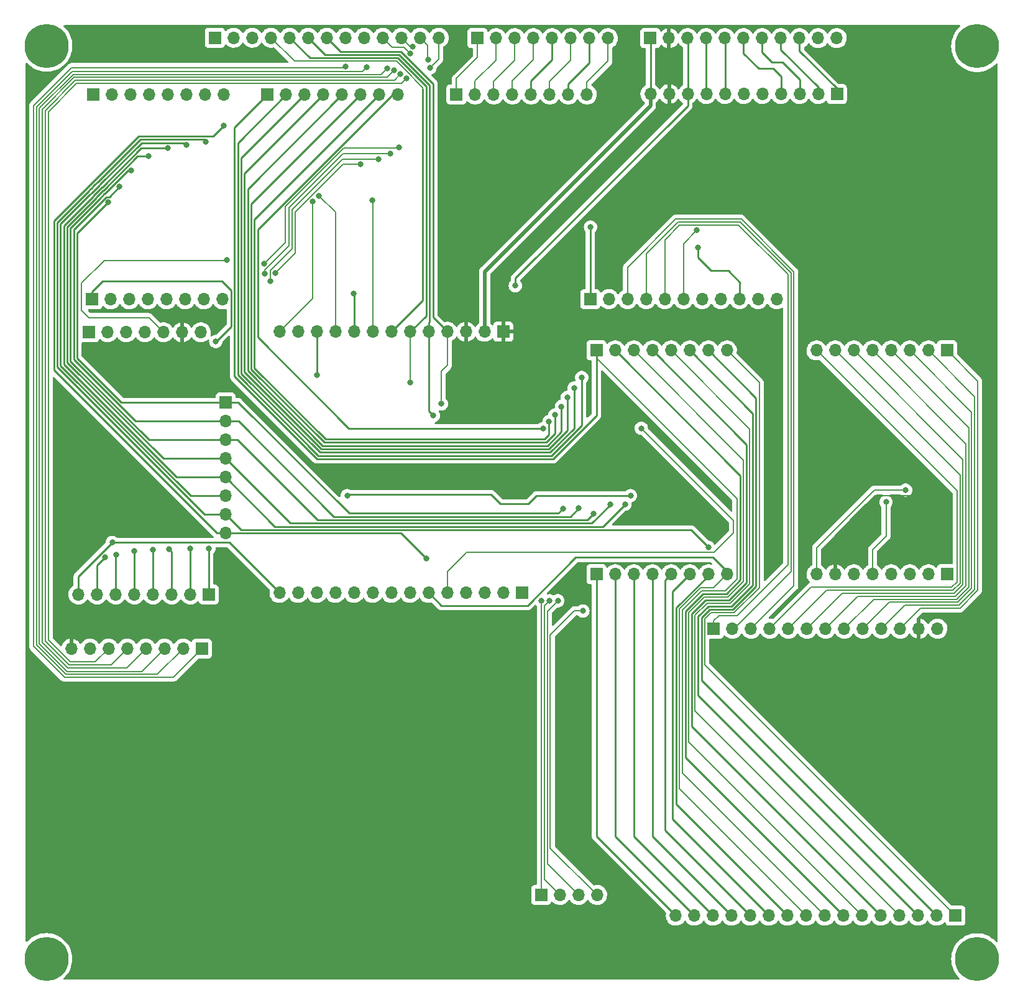
<source format=gbr>
%TF.GenerationSoftware,KiCad,Pcbnew,(6.0.0-0)*%
%TF.CreationDate,2022-01-18T19:17:42-05:00*%
%TF.ProjectId,ALU-Backplane,414c552d-4261-4636-9b70-6c616e652e6b,rev?*%
%TF.SameCoordinates,Original*%
%TF.FileFunction,Copper,L1,Top*%
%TF.FilePolarity,Positive*%
%FSLAX46Y46*%
G04 Gerber Fmt 4.6, Leading zero omitted, Abs format (unit mm)*
G04 Created by KiCad (PCBNEW (6.0.0-0)) date 2022-01-18 19:17:42*
%MOMM*%
%LPD*%
G01*
G04 APERTURE LIST*
%TA.AperFunction,ComponentPad*%
%ADD10R,1.700000X1.700000*%
%TD*%
%TA.AperFunction,ComponentPad*%
%ADD11O,1.700000X1.700000*%
%TD*%
%TA.AperFunction,ComponentPad*%
%ADD12C,0.800000*%
%TD*%
%TA.AperFunction,ComponentPad*%
%ADD13C,6.000000*%
%TD*%
%TA.AperFunction,ViaPad*%
%ADD14C,0.800000*%
%TD*%
%TA.AperFunction,Conductor*%
%ADD15C,0.500000*%
%TD*%
%TA.AperFunction,Conductor*%
%ADD16C,0.200000*%
%TD*%
%TA.AperFunction,Conductor*%
%ADD17C,0.250000*%
%TD*%
G04 APERTURE END LIST*
D10*
%TO.P,J3,1,Pin_1*%
%TO.N,GND*%
X144837000Y-69897000D03*
D11*
%TO.P,J3,2,Pin_2*%
%TO.N,VCC*%
X142297000Y-69897000D03*
%TO.P,J3,3,Pin_3*%
%TO.N,GND*%
X139757000Y-69897000D03*
%TO.P,J3,4,Pin_4*%
%TO.N,ZF*%
X137217000Y-69897000D03*
%TO.P,J3,5,Pin_5*%
%TO.N,OF*%
X134677000Y-69897000D03*
%TO.P,J3,6,Pin_6*%
%TO.N,SF*%
X132137000Y-69897000D03*
%TO.P,J3,7,Pin_7*%
%TO.N,CF*%
X129597000Y-69897000D03*
%TO.P,J3,8,Pin_8*%
%TO.N,~{LATCH_FLAGS}*%
X127057000Y-69897000D03*
%TO.P,J3,9,Pin_9*%
%TO.N,CLOCK*%
X124517000Y-69897000D03*
%TO.P,J3,10,Pin_10*%
%TO.N,RESTORE_FLAGS*%
X121977000Y-69897000D03*
%TO.P,J3,11,Pin_11*%
%TO.N,ACO*%
X119437000Y-69897000D03*
%TO.P,J3,12,Pin_12*%
%TO.N,SHIFTER_CO*%
X116897000Y-69897000D03*
%TO.P,J3,13,Pin_13*%
%TO.N,~{FLAGS_OUT}*%
X114357000Y-69897000D03*
%TD*%
D10*
%TO.P,J4,1,Pin_1*%
%TO.N,BUS0*%
X147377000Y-105457000D03*
D11*
%TO.P,J4,2,Pin_2*%
%TO.N,BUS1*%
X144837000Y-105457000D03*
%TO.P,J4,3,Pin_3*%
%TO.N,BUS2*%
X142297000Y-105457000D03*
%TO.P,J4,4,Pin_4*%
%TO.N,BUS3*%
X139757000Y-105457000D03*
%TO.P,J4,5,Pin_5*%
%TO.N,B7*%
X137217000Y-105457000D03*
%TO.P,J4,6,Pin_6*%
%TO.N,A7*%
X134677000Y-105457000D03*
%TO.P,J4,7,Pin_7*%
%TO.N,Q7*%
X132137000Y-105457000D03*
%TO.P,J4,8,Pin_8*%
%TO.N,Q6*%
X129597000Y-105457000D03*
%TO.P,J4,9,Pin_9*%
%TO.N,Q5*%
X127057000Y-105457000D03*
%TO.P,J4,10,Pin_10*%
%TO.N,Q4*%
X124517000Y-105457000D03*
%TO.P,J4,11,Pin_11*%
%TO.N,Q3*%
X121977000Y-105457000D03*
%TO.P,J4,12,Pin_12*%
%TO.N,Q2*%
X119437000Y-105457000D03*
%TO.P,J4,13,Pin_13*%
%TO.N,Q1*%
X116897000Y-105457000D03*
%TO.P,J4,14,Pin_14*%
%TO.N,Q0*%
X114357000Y-105457000D03*
%TD*%
D10*
%TO.P,J5,1,Pin_1*%
%TO.N,B0*%
X157537000Y-72437000D03*
D11*
%TO.P,J5,2,Pin_2*%
%TO.N,B1*%
X160077000Y-72437000D03*
%TO.P,J5,3,Pin_3*%
%TO.N,B2*%
X162617000Y-72437000D03*
%TO.P,J5,4,Pin_4*%
%TO.N,B3*%
X165157000Y-72437000D03*
%TO.P,J5,5,Pin_5*%
%TO.N,B4*%
X167697000Y-72437000D03*
%TO.P,J5,6,Pin_6*%
%TO.N,B5*%
X170237000Y-72437000D03*
%TO.P,J5,7,Pin_7*%
%TO.N,B6*%
X172777000Y-72437000D03*
%TO.P,J5,8,Pin_8*%
%TO.N,B7*%
X175317000Y-72437000D03*
%TD*%
D10*
%TO.P,J6,1,Pin_1*%
%TO.N,Q7*%
X205289000Y-72437000D03*
D11*
%TO.P,J6,2,Pin_2*%
%TO.N,Q6*%
X202749000Y-72437000D03*
%TO.P,J6,3,Pin_3*%
%TO.N,Q5*%
X200209000Y-72437000D03*
%TO.P,J6,4,Pin_4*%
%TO.N,Q4*%
X197669000Y-72437000D03*
%TO.P,J6,5,Pin_5*%
%TO.N,Q3*%
X195129000Y-72437000D03*
%TO.P,J6,6,Pin_6*%
%TO.N,Q2*%
X192589000Y-72437000D03*
%TO.P,J6,7,Pin_7*%
%TO.N,Q1*%
X190049000Y-72437000D03*
%TO.P,J6,8,Pin_8*%
%TO.N,Q0*%
X187509000Y-72437000D03*
%TD*%
D10*
%TO.P,J7,1,Pin_1*%
%TO.N,ADDER_OUT*%
X205289000Y-102917000D03*
D11*
%TO.P,J7,2,Pin_2*%
%TO.N,TWOS_COMP*%
X202749000Y-102917000D03*
%TO.P,J7,3,Pin_3*%
%TO.N,ADC_SBB*%
X200209000Y-102917000D03*
%TO.P,J7,4,Pin_4*%
%TO.N,CF*%
X197669000Y-102917000D03*
%TO.P,J7,5,Pin_5*%
%TO.N,OP_MUX_SELECT*%
X195129000Y-102917000D03*
%TO.P,J7,6,Pin_6*%
%TO.N,ACO*%
X192589000Y-102917000D03*
%TO.P,J7,7,Pin_7*%
%TO.N,GND*%
X190049000Y-102917000D03*
%TO.P,J7,8,Pin_8*%
%TO.N,VCC*%
X187509000Y-102917000D03*
%TD*%
D10*
%TO.P,J8,1,Pin_1*%
%TO.N,A0*%
X157537000Y-102917000D03*
D11*
%TO.P,J8,2,Pin_2*%
%TO.N,A1*%
X160077000Y-102917000D03*
%TO.P,J8,3,Pin_3*%
%TO.N,A2*%
X162617000Y-102917000D03*
%TO.P,J8,4,Pin_4*%
%TO.N,A3*%
X165157000Y-102917000D03*
%TO.P,J8,5,Pin_5*%
%TO.N,A4*%
X167697000Y-102917000D03*
%TO.P,J8,6,Pin_6*%
%TO.N,A5*%
X170237000Y-102917000D03*
%TO.P,J8,7,Pin_7*%
%TO.N,A6*%
X172777000Y-102917000D03*
%TO.P,J8,8,Pin_8*%
%TO.N,A7*%
X175317000Y-102917000D03*
%TD*%
D12*
%TO.P,REF\u002A\u002A,1*%
%TO.N,N/C*%
X82625000Y-33225000D03*
D13*
X82625000Y-30975000D03*
D12*
X80375000Y-30975000D03*
X82625000Y-28725000D03*
X84215990Y-29384010D03*
X81034010Y-29384010D03*
X81034010Y-32565990D03*
X84215990Y-32565990D03*
X84875000Y-30975000D03*
%TD*%
%TO.P,REF\u002A\u002A,1*%
%TO.N,N/C*%
X210965990Y-156890990D03*
X209375000Y-153050000D03*
X209375000Y-157550000D03*
X211625000Y-155300000D03*
X207784010Y-156890990D03*
X210965990Y-153709010D03*
D13*
X209375000Y-155300000D03*
D12*
X207125000Y-155300000D03*
X207784010Y-153709010D03*
%TD*%
%TO.P,REF\u002A\u002A,1*%
%TO.N,N/C*%
X80350000Y-155275000D03*
X84190990Y-156865990D03*
D13*
X82600000Y-155275000D03*
D12*
X81009010Y-156865990D03*
X81009010Y-153684010D03*
X84190990Y-153684010D03*
X82600000Y-153025000D03*
X82600000Y-157525000D03*
X84850000Y-155275000D03*
%TD*%
%TO.P,REF\u002A\u002A,1*%
%TO.N,N/C*%
X207784010Y-32615990D03*
X211625000Y-31025000D03*
X207784010Y-29434010D03*
X207125000Y-31025000D03*
X210965990Y-29434010D03*
X209375000Y-28775000D03*
X210965990Y-32615990D03*
D13*
X209375000Y-31025000D03*
D12*
X209375000Y-33275000D03*
%TD*%
D10*
%TO.P,J18,1,Pin_1*%
%TO.N,~{FLAGS_OUT}*%
X105555000Y-29875000D03*
D11*
%TO.P,J18,2,Pin_2*%
%TO.N,RESTORE_FLAGS*%
X108095000Y-29875000D03*
%TO.P,J18,3,Pin_3*%
%TO.N,~{LATCH_FLAGS}*%
X110635000Y-29875000D03*
%TO.P,J18,4,Pin_4*%
%TO.N,CF*%
X113175000Y-29875000D03*
%TO.P,J18,5,Pin_5*%
%TO.N,SF*%
X115715000Y-29875000D03*
%TO.P,J18,6,Pin_6*%
%TO.N,OF*%
X118255000Y-29875000D03*
%TO.P,J18,7,Pin_7*%
%TO.N,ZF*%
X120795000Y-29875000D03*
%TO.P,J18,8,Pin_8*%
%TO.N,JCC_LD_PC_COND*%
X123335000Y-29875000D03*
%TO.P,J18,9,Pin_9*%
%TO.N,JCC_EN*%
X125875000Y-29875000D03*
%TO.P,J18,10,Pin_10*%
%TO.N,JCC_ADR3*%
X128415000Y-29875000D03*
%TO.P,J18,11,Pin_11*%
%TO.N,JCC_ADR2*%
X130955000Y-29875000D03*
%TO.P,J18,12,Pin_12*%
%TO.N,JCC_ADR1*%
X133495000Y-29875000D03*
%TO.P,J18,13,Pin_13*%
%TO.N,JCC_ADR0*%
X136035000Y-29875000D03*
%TD*%
D10*
%TO.P,J2,1,Pin_1*%
%TO.N,Q7*%
X104725000Y-105675000D03*
D11*
%TO.P,J2,2,Pin_2*%
%TO.N,Q6*%
X102185000Y-105675000D03*
%TO.P,J2,3,Pin_3*%
%TO.N,Q5*%
X99645000Y-105675000D03*
%TO.P,J2,4,Pin_4*%
%TO.N,Q4*%
X97105000Y-105675000D03*
%TO.P,J2,5,Pin_5*%
%TO.N,Q3*%
X94565000Y-105675000D03*
%TO.P,J2,6,Pin_6*%
%TO.N,Q2*%
X92025000Y-105675000D03*
%TO.P,J2,7,Pin_7*%
%TO.N,Q1*%
X89485000Y-105675000D03*
%TO.P,J2,8,Pin_8*%
%TO.N,Q0*%
X86945000Y-105675000D03*
%TD*%
D10*
%TO.P,J27,1,Pin_1*%
%TO.N,BUS0*%
X141325000Y-29925000D03*
D11*
%TO.P,J27,2,Pin_2*%
%TO.N,BUS1*%
X143865000Y-29925000D03*
%TO.P,J27,3,Pin_3*%
%TO.N,BUS2*%
X146405000Y-29925000D03*
%TO.P,J27,4,Pin_4*%
%TO.N,BUS3*%
X148945000Y-29925000D03*
%TO.P,J27,5,Pin_5*%
%TO.N,BUS4*%
X151485000Y-29925000D03*
%TO.P,J27,6,Pin_6*%
%TO.N,BUS5*%
X154025000Y-29925000D03*
%TO.P,J27,7,Pin_7*%
%TO.N,BUS6*%
X156565000Y-29925000D03*
%TO.P,J27,8,Pin_8*%
%TO.N,BUS7*%
X159105000Y-29925000D03*
%TD*%
D10*
%TO.P,J19,1,Pin_1*%
%TO.N,~{SHIFTER_SHR}*%
X88400000Y-69975000D03*
D11*
%TO.P,J19,2,Pin_2*%
%TO.N,~{SHIFTER_SHL}*%
X90940000Y-69975000D03*
%TO.P,J19,3,Pin_3*%
%TO.N,~{SHIFTER_ROT}*%
X93480000Y-69975000D03*
%TO.P,J19,4,Pin_4*%
%TO.N,~{SHIFTER_ARI}*%
X96020000Y-69975000D03*
%TO.P,J19,5,Pin_5*%
%TO.N,SHIFTER_CO*%
X98560000Y-69975000D03*
%TO.P,J19,6,Pin_6*%
%TO.N,GND*%
X101100000Y-69975000D03*
%TO.P,J19,7,Pin_7*%
%TO.N,VCC*%
X103640000Y-69975000D03*
%TD*%
D10*
%TO.P,J26,1,Pin_1*%
%TO.N,VCC*%
X164875000Y-29925000D03*
D11*
%TO.P,J26,2,Pin_2*%
%TO.N,GND*%
X167415000Y-29925000D03*
%TO.P,J26,3,Pin_3*%
%TO.N,CLOCK*%
X169955000Y-29925000D03*
%TO.P,J26,4,Pin_4*%
%TO.N,~{LATCH_ACCUMULATOR}*%
X172495000Y-29925000D03*
%TO.P,J26,5,Pin_5*%
%TO.N,~{LATCH_B}*%
X175035000Y-29925000D03*
%TO.P,J26,6,Pin_6*%
%TO.N,ALU_FUNC_0*%
X177575000Y-29925000D03*
%TO.P,J26,7,Pin_7*%
%TO.N,ALU_FUNC_1*%
X180115000Y-29925000D03*
%TO.P,J26,8,Pin_8*%
%TO.N,ALU_FUNC_2*%
X182655000Y-29925000D03*
%TO.P,J26,9,Pin_9*%
%TO.N,ALU_FUNC_3*%
X185195000Y-29925000D03*
%TO.P,J26,10,Pin_10*%
%TO.N,ALU_FUNC_4*%
X187735000Y-29925000D03*
%TO.P,J26,11,Pin_11*%
%TO.N,ALU_FUNC_5*%
X190275000Y-29925000D03*
%TD*%
D10*
%TO.P,J12,1,Pin_1*%
%TO.N,OF*%
X150000000Y-146575000D03*
D11*
%TO.P,J12,2,Pin_2*%
%TO.N,ZF*%
X152540000Y-146575000D03*
%TO.P,J12,3,Pin_3*%
%TO.N,SF*%
X155080000Y-146575000D03*
%TO.P,J12,4,Pin_4*%
%TO.N,CF*%
X157620000Y-146575000D03*
%TD*%
D10*
%TO.P,J21,1,Pin_1*%
%TO.N,~{SHIFTER_SHL}*%
X156679000Y-65459000D03*
D11*
%TO.P,J21,2,Pin_2*%
%TO.N,ADC_SBB*%
X159219000Y-65459000D03*
%TO.P,J21,3,Pin_3*%
%TO.N,~{AND}*%
X161759000Y-65459000D03*
%TO.P,J21,4,Pin_4*%
%TO.N,~{OR}*%
X164299000Y-65459000D03*
%TO.P,J21,5,Pin_5*%
%TO.N,~{XOR}*%
X166839000Y-65459000D03*
%TO.P,J21,6,Pin_6*%
%TO.N,ADDER_OUT*%
X169379000Y-65459000D03*
%TO.P,J21,7,Pin_7*%
%TO.N,~{SHIFTER_SHR}*%
X171919000Y-65459000D03*
%TO.P,J21,8,Pin_8*%
%TO.N,~{SHIFTER_ARI}*%
X174459000Y-65459000D03*
%TO.P,J21,9,Pin_9*%
%TO.N,~{SHIFTER_ROT}*%
X176999000Y-65459000D03*
%TO.P,J21,10,Pin_10*%
%TO.N,OP_MUX_SELECT*%
X179539000Y-65459000D03*
%TO.P,J21,11,Pin_11*%
%TO.N,TWOS_COMP*%
X182079000Y-65459000D03*
%TD*%
D10*
%TO.P,J22,1,Pin_1*%
%TO.N,BUS0*%
X138450000Y-37589000D03*
D11*
%TO.P,J22,2,Pin_2*%
%TO.N,BUS1*%
X140990000Y-37589000D03*
%TO.P,J22,3,Pin_3*%
%TO.N,BUS2*%
X143530000Y-37589000D03*
%TO.P,J22,4,Pin_4*%
%TO.N,BUS3*%
X146070000Y-37589000D03*
%TO.P,J22,5,Pin_5*%
%TO.N,BUS4*%
X148610000Y-37589000D03*
%TO.P,J22,6,Pin_6*%
%TO.N,BUS5*%
X151150000Y-37589000D03*
%TO.P,J22,7,Pin_7*%
%TO.N,BUS6*%
X153690000Y-37589000D03*
%TO.P,J22,8,Pin_8*%
%TO.N,BUS7*%
X156230000Y-37589000D03*
%TD*%
D10*
%TO.P,J9,1,Pin_1*%
%TO.N,B7*%
X206450000Y-149400000D03*
D11*
%TO.P,J9,2,Pin_2*%
%TO.N,B6*%
X203910000Y-149400000D03*
%TO.P,J9,3,Pin_3*%
%TO.N,B5*%
X201370000Y-149400000D03*
%TO.P,J9,4,Pin_4*%
%TO.N,B4*%
X198830000Y-149400000D03*
%TO.P,J9,5,Pin_5*%
%TO.N,B3*%
X196290000Y-149400000D03*
%TO.P,J9,6,Pin_6*%
%TO.N,B2*%
X193750000Y-149400000D03*
%TO.P,J9,7,Pin_7*%
%TO.N,B1*%
X191210000Y-149400000D03*
%TO.P,J9,8,Pin_8*%
%TO.N,B0*%
X188670000Y-149400000D03*
%TO.P,J9,9,Pin_9*%
%TO.N,A7*%
X186130000Y-149400000D03*
%TO.P,J9,10,Pin_10*%
%TO.N,A6*%
X183590000Y-149400000D03*
%TO.P,J9,11,Pin_11*%
%TO.N,A5*%
X181050000Y-149400000D03*
%TO.P,J9,12,Pin_12*%
%TO.N,A4*%
X178510000Y-149400000D03*
%TO.P,J9,13,Pin_13*%
%TO.N,A3*%
X175970000Y-149400000D03*
%TO.P,J9,14,Pin_14*%
%TO.N,A2*%
X173430000Y-149400000D03*
%TO.P,J9,15,Pin_15*%
%TO.N,A1*%
X170890000Y-149400000D03*
%TO.P,J9,16,Pin_16*%
%TO.N,A0*%
X168350000Y-149400000D03*
%TD*%
D10*
%TO.P,J24,1,Pin_1*%
%TO.N,A0*%
X88945000Y-37625000D03*
D11*
%TO.P,J24,2,Pin_2*%
%TO.N,A1*%
X91485000Y-37625000D03*
%TO.P,J24,3,Pin_3*%
%TO.N,A2*%
X94025000Y-37625000D03*
%TO.P,J24,4,Pin_4*%
%TO.N,A3*%
X96565000Y-37625000D03*
%TO.P,J24,5,Pin_5*%
%TO.N,A4*%
X99105000Y-37625000D03*
%TO.P,J24,6,Pin_6*%
%TO.N,A5*%
X101645000Y-37625000D03*
%TO.P,J24,7,Pin_7*%
%TO.N,A6*%
X104185000Y-37625000D03*
%TO.P,J24,8,Pin_8*%
%TO.N,A7*%
X106725000Y-37625000D03*
%TD*%
D10*
%TO.P,J10,1,Pin_1*%
%TO.N,~{XOR}*%
X173505000Y-110325000D03*
D11*
%TO.P,J10,2,Pin_2*%
%TO.N,~{OR}*%
X176045000Y-110325000D03*
%TO.P,J10,3,Pin_3*%
%TO.N,~{AND}*%
X178585000Y-110325000D03*
%TO.P,J10,4,Pin_4*%
%TO.N,Q0*%
X181125000Y-110325000D03*
%TO.P,J10,5,Pin_5*%
%TO.N,Q1*%
X183665000Y-110325000D03*
%TO.P,J10,6,Pin_6*%
%TO.N,Q2*%
X186205000Y-110325000D03*
%TO.P,J10,7,Pin_7*%
%TO.N,Q3*%
X188745000Y-110325000D03*
%TO.P,J10,8,Pin_8*%
%TO.N,Q4*%
X191285000Y-110325000D03*
%TO.P,J10,9,Pin_9*%
%TO.N,Q5*%
X193825000Y-110325000D03*
%TO.P,J10,10,Pin_10*%
%TO.N,Q6*%
X196365000Y-110325000D03*
%TO.P,J10,11,Pin_11*%
%TO.N,Q7*%
X198905000Y-110325000D03*
%TO.P,J10,12,Pin_12*%
%TO.N,GND*%
X201445000Y-110325000D03*
%TO.P,J10,13,Pin_13*%
%TO.N,VCC*%
X203985000Y-110325000D03*
%TD*%
D10*
%TO.P,J23,1,Pin_1*%
%TO.N,Q0*%
X88835000Y-65475000D03*
D11*
%TO.P,J23,2,Pin_2*%
%TO.N,Q1*%
X91375000Y-65475000D03*
%TO.P,J23,3,Pin_3*%
%TO.N,Q2*%
X93915000Y-65475000D03*
%TO.P,J23,4,Pin_4*%
%TO.N,Q3*%
X96455000Y-65475000D03*
%TO.P,J23,5,Pin_5*%
%TO.N,Q4*%
X98995000Y-65475000D03*
%TO.P,J23,6,Pin_6*%
%TO.N,Q5*%
X101535000Y-65475000D03*
%TO.P,J23,7,Pin_7*%
%TO.N,Q6*%
X104075000Y-65475000D03*
%TO.P,J23,8,Pin_8*%
%TO.N,Q7*%
X106615000Y-65475000D03*
%TD*%
D10*
%TO.P,J1,1,Pin_1*%
%TO.N,A0*%
X107025000Y-79545000D03*
D11*
%TO.P,J1,2,Pin_2*%
%TO.N,A1*%
X107025000Y-82085000D03*
%TO.P,J1,3,Pin_3*%
%TO.N,A2*%
X107025000Y-84625000D03*
%TO.P,J1,4,Pin_4*%
%TO.N,A3*%
X107025000Y-87165000D03*
%TO.P,J1,5,Pin_5*%
%TO.N,A4*%
X107025000Y-89705000D03*
%TO.P,J1,6,Pin_6*%
%TO.N,A5*%
X107025000Y-92245000D03*
%TO.P,J1,7,Pin_7*%
%TO.N,A6*%
X107025000Y-94785000D03*
%TO.P,J1,8,Pin_8*%
%TO.N,A7*%
X107025000Y-97325000D03*
%TD*%
D10*
%TO.P,J11,1,Pin_1*%
%TO.N,JCC_LD_PC_COND*%
X103766000Y-113051000D03*
D11*
%TO.P,J11,2,Pin_2*%
%TO.N,JCC_EN*%
X101226000Y-113051000D03*
%TO.P,J11,3,Pin_3*%
%TO.N,JCC_ADR3*%
X98686000Y-113051000D03*
%TO.P,J11,4,Pin_4*%
%TO.N,JCC_ADR2*%
X96146000Y-113051000D03*
%TO.P,J11,5,Pin_5*%
%TO.N,JCC_ADR1*%
X93606000Y-113051000D03*
%TO.P,J11,6,Pin_6*%
%TO.N,JCC_ADR0*%
X91066000Y-113051000D03*
%TO.P,J11,7,Pin_7*%
%TO.N,VCC*%
X88526000Y-113051000D03*
%TO.P,J11,8,Pin_8*%
%TO.N,GND*%
X85986000Y-113051000D03*
%TD*%
D10*
%TO.P,J20,1,Pin_1*%
%TO.N,ALU_FUNC_3*%
X190285000Y-37534000D03*
D11*
%TO.P,J20,2,Pin_2*%
%TO.N,ALU_FUNC_2*%
X187745000Y-37534000D03*
%TO.P,J20,3,Pin_3*%
%TO.N,ALU_FUNC_1*%
X185205000Y-37534000D03*
%TO.P,J20,4,Pin_4*%
%TO.N,ALU_FUNC_0*%
X182665000Y-37534000D03*
%TO.P,J20,5,Pin_5*%
%TO.N,ALU_FUNC_5*%
X180125000Y-37534000D03*
%TO.P,J20,6,Pin_6*%
%TO.N,ALU_FUNC_4*%
X177585000Y-37534000D03*
%TO.P,J20,7,Pin_7*%
%TO.N,~{LATCH_B}*%
X175045000Y-37534000D03*
%TO.P,J20,8,Pin_8*%
%TO.N,~{LATCH_ACCUMULATOR}*%
X172505000Y-37534000D03*
%TO.P,J20,9,Pin_9*%
%TO.N,CLOCK*%
X169965000Y-37534000D03*
%TO.P,J20,10,Pin_10*%
%TO.N,GND*%
X167425000Y-37534000D03*
%TO.P,J20,11,Pin_11*%
%TO.N,VCC*%
X164885000Y-37534000D03*
%TD*%
D10*
%TO.P,J25,1,Pin_1*%
%TO.N,B0*%
X112695000Y-37625000D03*
D11*
%TO.P,J25,2,Pin_2*%
%TO.N,B1*%
X115235000Y-37625000D03*
%TO.P,J25,3,Pin_3*%
%TO.N,B2*%
X117775000Y-37625000D03*
%TO.P,J25,4,Pin_4*%
%TO.N,B3*%
X120315000Y-37625000D03*
%TO.P,J25,5,Pin_5*%
%TO.N,B4*%
X122855000Y-37625000D03*
%TO.P,J25,6,Pin_6*%
%TO.N,B5*%
X125395000Y-37625000D03*
%TO.P,J25,7,Pin_7*%
%TO.N,B6*%
X127935000Y-37625000D03*
%TO.P,J25,8,Pin_8*%
%TO.N,B7*%
X130475000Y-37625000D03*
%TD*%
D14*
%TO.N,VCC*%
X199650000Y-91450000D03*
%TO.N,GND*%
X201000000Y-92250000D03*
%TO.N,Q0*%
X105675000Y-71225000D03*
X91574901Y-98600499D03*
%TO.N,Q1*%
X90625000Y-100575000D03*
%TO.N,Q2*%
X92075000Y-100275000D03*
%TO.N,Q3*%
X94575000Y-99775000D03*
%TO.N,Q4*%
X97125000Y-99625000D03*
%TO.N,Q5*%
X99275000Y-99475000D03*
%TO.N,Q6*%
X102175000Y-99375000D03*
%TO.N,Q7*%
X104725000Y-99375000D03*
%TO.N,ACO*%
X119475000Y-75825000D03*
%TO.N,CF*%
X155689086Y-107903434D03*
%TO.N,SF*%
X132150000Y-76800000D03*
X152275000Y-106525000D03*
%TO.N,OF*%
X135300000Y-81325000D03*
X150000000Y-106525000D03*
%TO.N,ZF*%
X151125000Y-106525000D03*
X136400000Y-79725000D03*
%TO.N,A7*%
X134325000Y-100775000D03*
X106725000Y-41875000D03*
%TO.N,B7*%
X163650000Y-83050000D03*
X150275000Y-83075000D03*
%TO.N,B6*%
X151075000Y-82125000D03*
%TO.N,B5*%
X151875000Y-81225000D03*
%TO.N,B4*%
X152775000Y-80075000D03*
%TO.N,B3*%
X153575000Y-78825000D03*
%TO.N,B2*%
X154475000Y-77575000D03*
%TO.N,B1*%
X155525000Y-76125000D03*
%TO.N,A6*%
X104325000Y-43999500D03*
X172775000Y-99250500D03*
%TO.N,A5*%
X123575000Y-92225000D03*
X162175000Y-92225000D03*
X101690055Y-44449011D03*
%TO.N,A4*%
X161425000Y-93375000D03*
X99125000Y-44898522D03*
%TO.N,A3*%
X96525000Y-46025000D03*
X159425000Y-93425000D03*
%TO.N,A2*%
X94140855Y-47940855D03*
X157175000Y-94675000D03*
%TO.N,A1*%
X155125000Y-93925000D03*
X92558707Y-50158707D03*
%TO.N,A0*%
X152976283Y-93953725D03*
X91030276Y-52275500D03*
%TO.N,~{SHIFTER_SHL}*%
X156725000Y-55649011D03*
%TO.N,~{SHIFTER_ROT}*%
X171375000Y-58425000D03*
%TO.N,SHIFTER_CO*%
X107225000Y-60125000D03*
%TO.N,CLOCK*%
X124475000Y-64675000D03*
X146475000Y-63625000D03*
%TO.N,ADDER_OUT*%
X171225000Y-56074500D03*
%TO.N,OP_MUX_SELECT*%
X196975000Y-93075000D03*
%TO.N,BUS0*%
X113774000Y-61944622D03*
X125425000Y-47124500D03*
%TO.N,BUS1*%
X127875000Y-46425000D03*
X113074500Y-62975000D03*
%TO.N,BUS2*%
X129475000Y-45625000D03*
X112375000Y-61975000D03*
%TO.N,BUS3*%
X130675000Y-44825000D03*
X112225000Y-60675000D03*
%TO.N,~{LATCH_FLAGS}*%
X127025000Y-52025000D03*
%TO.N,RESTORE_FLAGS*%
X119719622Y-51369622D03*
%TO.N,~{FLAGS_OUT}*%
X118894622Y-52194622D03*
%TO.N,JCC_LD_PC_COND*%
X123325000Y-33774999D03*
%TO.N,JCC_EN*%
X126225000Y-33850000D03*
%TO.N,JCC_ADR3*%
X129006423Y-34069852D03*
X132161789Y-32031173D03*
%TO.N,JCC_ADR2*%
X132525000Y-31100000D03*
X129969629Y-34336759D03*
%TO.N,JCC_ADR1*%
X130828507Y-34847968D03*
X134625000Y-32850000D03*
%TO.N,JCC_ADR0*%
X131655018Y-35410004D03*
X134850000Y-33975000D03*
%TD*%
D15*
%TO.N,VCC*%
X142297000Y-69897000D02*
X142297000Y-61703000D01*
D16*
X199650000Y-91450000D02*
X195375000Y-91450000D01*
D15*
X142297000Y-61703000D02*
X164885000Y-39115000D01*
D17*
X164885000Y-37534000D02*
X164885000Y-29935000D01*
D16*
X195375000Y-91450000D02*
X187509000Y-99316000D01*
D17*
X164885000Y-29935000D02*
X164875000Y-29925000D01*
D15*
X164885000Y-39115000D02*
X164885000Y-37534000D01*
D16*
X187509000Y-99316000D02*
X187509000Y-102917000D01*
%TO.N,GND*%
X190049000Y-97626000D02*
X193475000Y-94200000D01*
X190049000Y-102917000D02*
X190049000Y-97626000D01*
D15*
X144837000Y-69897000D02*
X144837000Y-61513000D01*
X167425000Y-38925000D02*
X167425000Y-37534000D01*
X144837000Y-61513000D02*
X167425000Y-38925000D01*
D16*
X200975000Y-92225000D02*
X201000000Y-92250000D01*
X195450000Y-92225000D02*
X197575000Y-92225000D01*
D17*
X167415000Y-29925000D02*
X167415000Y-37524000D01*
D16*
X197575000Y-92225000D02*
X200975000Y-92225000D01*
D17*
X167415000Y-37524000D02*
X167425000Y-37534000D01*
D16*
X193475000Y-94200000D02*
X195450000Y-92225000D01*
D17*
%TO.N,Q0*%
X90275000Y-62975000D02*
X88835000Y-64415000D01*
X106525000Y-62975000D02*
X90275000Y-62975000D01*
X107789511Y-69160489D02*
X107789511Y-64239511D01*
D16*
X186785720Y-104664280D02*
X181125000Y-110325000D01*
D17*
X114357000Y-105457000D02*
X107500499Y-98600499D01*
D16*
X206653423Y-103948802D02*
X205937945Y-104664280D01*
D17*
X105725000Y-71225000D02*
X107789511Y-69160489D01*
X107789511Y-64239511D02*
X106525000Y-62975000D01*
X107500499Y-98600499D02*
X91574901Y-98600499D01*
D16*
X205937945Y-104664280D02*
X186785720Y-104664280D01*
X187509000Y-72437000D02*
X206653423Y-91581423D01*
D17*
X88835000Y-64415000D02*
X88835000Y-65475000D01*
X105675000Y-71225000D02*
X105725000Y-71225000D01*
X91574901Y-98600499D02*
X86945000Y-103230400D01*
X86945000Y-103230400D02*
X86945000Y-105675000D01*
D16*
X206653423Y-91581423D02*
X206653423Y-103948802D01*
%TO.N,Q1*%
X207052934Y-89440934D02*
X190049000Y-72437000D01*
X206073376Y-105111615D02*
X207052934Y-104132057D01*
X183665000Y-110325000D02*
X188878385Y-105111615D01*
X188878385Y-105111615D02*
X206073376Y-105111615D01*
D17*
X89485000Y-101715000D02*
X90625000Y-100575000D01*
D16*
X207052934Y-104132057D02*
X207052934Y-89440934D01*
D17*
X89485000Y-105675000D02*
X89485000Y-101715000D01*
D16*
%TO.N,Q2*%
X207452445Y-104297556D02*
X206223040Y-105526961D01*
X207452445Y-87300445D02*
X207452445Y-104297556D01*
X191003039Y-105526961D02*
X186205000Y-110325000D01*
D17*
X92075000Y-100275000D02*
X92025000Y-100325000D01*
D16*
X192589000Y-72437000D02*
X207452445Y-87300445D01*
D17*
X92025000Y-100325000D02*
X92025000Y-105675000D01*
D16*
X206223040Y-105526961D02*
X191003039Y-105526961D01*
D17*
%TO.N,Q3*%
X94565000Y-105675000D02*
X94565000Y-99785000D01*
D16*
X206388549Y-105926475D02*
X193143525Y-105926475D01*
D17*
X94565000Y-99785000D02*
X94575000Y-99775000D01*
D16*
X195129000Y-72437000D02*
X207851956Y-85159956D01*
X207851956Y-85159956D02*
X207851956Y-104463068D01*
X193143525Y-105926475D02*
X188745000Y-110325000D01*
X207851956Y-104463068D02*
X206388549Y-105926475D01*
%TO.N,Q4*%
X195284021Y-106325979D02*
X206554039Y-106325979D01*
X206554039Y-106325979D02*
X208251467Y-104628551D01*
X191285000Y-110325000D02*
X195284021Y-106325979D01*
D17*
X97105000Y-99645000D02*
X97105000Y-105675000D01*
X97125000Y-99625000D02*
X97105000Y-99645000D01*
D16*
X208251467Y-83019467D02*
X197669000Y-72437000D01*
X208251467Y-104628551D02*
X208251467Y-83019467D01*
%TO.N,Q5*%
X197424511Y-106725489D02*
X206719523Y-106725489D01*
X193825000Y-110325000D02*
X197424511Y-106725489D01*
X208650978Y-104794034D02*
X208650978Y-80878978D01*
X206719523Y-106725489D02*
X208650978Y-104794034D01*
X208650978Y-80878978D02*
X200209000Y-72437000D01*
D17*
X99275000Y-99475000D02*
X99645000Y-99845000D01*
X99645000Y-99845000D02*
X99645000Y-105675000D01*
D16*
%TO.N,Q6*%
X209050489Y-78738489D02*
X202749000Y-72437000D01*
X206885006Y-107125000D02*
X209050489Y-104959517D01*
X199565000Y-107125000D02*
X206885006Y-107125000D01*
D17*
X102185000Y-99385000D02*
X102185000Y-105675000D01*
X102175000Y-99375000D02*
X102185000Y-99385000D01*
D16*
X196365000Y-110325000D02*
X199565000Y-107125000D01*
X209050489Y-104959517D02*
X209050489Y-78738489D01*
%TO.N,Q7*%
X207050000Y-107525000D02*
X209450000Y-105125000D01*
X209450000Y-105125000D02*
X209450000Y-76598000D01*
X201705000Y-107525000D02*
X207050000Y-107525000D01*
X209450000Y-76598000D02*
X205289000Y-72437000D01*
D17*
X104725000Y-99375000D02*
X104725000Y-105675000D01*
D16*
X198905000Y-110325000D02*
X201705000Y-107525000D01*
D17*
%TO.N,ACO*%
X119437000Y-75787000D02*
X119475000Y-75825000D01*
X119437000Y-69897000D02*
X119437000Y-75787000D01*
D16*
%TO.N,CF*%
X118315148Y-33075497D02*
X130309734Y-33075501D01*
X131313463Y-34079205D02*
X133876467Y-36642209D01*
X157620000Y-146575000D02*
X151250000Y-140205000D01*
X113175000Y-29875000D02*
X116375497Y-33075497D01*
X131313438Y-34079205D02*
X131313463Y-34079205D01*
X130309734Y-33075501D02*
X131313438Y-34079205D01*
X154521566Y-107903434D02*
X155689086Y-107903434D01*
D17*
X129597000Y-69897000D02*
X133876468Y-65617532D01*
D16*
X151250000Y-140205000D02*
X151250000Y-111175000D01*
X151250000Y-111175000D02*
X154521566Y-107903434D01*
D17*
X133876468Y-65617532D02*
X133876467Y-36833579D01*
D16*
X133876467Y-36642209D02*
X133876467Y-36833579D01*
X116375497Y-33075497D02*
X118315148Y-33075497D01*
D17*
%TO.N,SF*%
X134325978Y-67708022D02*
X134325978Y-36491370D01*
D16*
X152275000Y-106525000D02*
X150850490Y-107949510D01*
D17*
X134325978Y-36491370D02*
X130485598Y-32650990D01*
D16*
X150850490Y-107949510D02*
X150850490Y-142345490D01*
X150850490Y-142345490D02*
X155080000Y-146575000D01*
X132150000Y-76800000D02*
X132137000Y-76787000D01*
D17*
X118490986Y-32650986D02*
X115715000Y-29875000D01*
X130485598Y-32650990D02*
X118490986Y-32650986D01*
X132137000Y-69897000D02*
X134325978Y-67708022D01*
D16*
X132137000Y-76787000D02*
X132137000Y-69897000D01*
D17*
%TO.N,OF*%
X134677000Y-69897000D02*
X134677000Y-80702000D01*
X134825489Y-68546430D02*
X134825489Y-36355177D01*
X134677000Y-80702000D02*
X135300000Y-81325000D01*
X134825489Y-36355177D02*
X130671791Y-32201479D01*
X120581478Y-32201478D02*
X118255000Y-29875000D01*
D16*
X150000000Y-146575000D02*
X150000000Y-106525000D01*
D17*
X134677000Y-68694919D02*
X134825489Y-68546430D01*
X134677000Y-69897000D02*
X134677000Y-68694919D01*
X130671791Y-32201479D02*
X120581478Y-32201478D01*
%TO.N,ZF*%
X137217000Y-69897000D02*
X135275000Y-67955000D01*
D16*
X152540000Y-146575000D02*
X150450980Y-144485980D01*
X136400000Y-75300000D02*
X137225000Y-74475000D01*
X150450980Y-144485980D02*
X150450980Y-107199020D01*
X136400000Y-79725000D02*
X136400000Y-75300000D01*
X150450980Y-107199020D02*
X151125000Y-106525000D01*
D17*
X122671968Y-31751968D02*
X120795000Y-29875000D01*
X135275000Y-36168984D02*
X130857984Y-31751968D01*
D16*
X137217000Y-74467000D02*
X137217000Y-69897000D01*
D17*
X130857984Y-31751968D02*
X122671968Y-31751968D01*
D16*
X137225000Y-74475000D02*
X137217000Y-74467000D01*
D17*
X135275000Y-67955000D02*
X135275000Y-36168984D01*
%TO.N,A7*%
X87645434Y-50786883D02*
X87641897Y-50808103D01*
X105325000Y-43275000D02*
X95175000Y-43275000D01*
X88553049Y-49896951D02*
X88510046Y-49927667D01*
X105822919Y-97325000D02*
X107025000Y-97325000D01*
X88510046Y-49927667D02*
X88369890Y-50027775D01*
X87641897Y-50808103D02*
X83625000Y-54825000D01*
X154700000Y-100625000D02*
X173375000Y-100625000D01*
D16*
X175317000Y-102917000D02*
X173484000Y-104750000D01*
D17*
X88359420Y-50090580D02*
X87970672Y-50479328D01*
X136395000Y-107175000D02*
X148150000Y-107175000D01*
X130875000Y-97325000D02*
X134325000Y-100775000D01*
X175317000Y-102567000D02*
X175317000Y-102917000D01*
X106725000Y-41875000D02*
X105325000Y-43275000D01*
X87673624Y-50766747D02*
X87645434Y-50786883D01*
D16*
X168837770Y-132107770D02*
X186130000Y-149400000D01*
X173484000Y-104750000D02*
X171725350Y-104750000D01*
D17*
X107025000Y-97325000D02*
X130875000Y-97325000D01*
X87908746Y-50523561D02*
X87905207Y-50544793D01*
X83625000Y-75127081D02*
X105822919Y-97325000D01*
X134677000Y-105457000D02*
X136395000Y-107175000D01*
X83625000Y-54825000D02*
X83625000Y-75127081D01*
D16*
X168837770Y-107637580D02*
X168837770Y-132107770D01*
X171725350Y-104750000D02*
X168837770Y-107637580D01*
D17*
X87682164Y-50715508D02*
X87673624Y-50766747D01*
X87905207Y-50544793D02*
X87865313Y-50584687D01*
X87865313Y-50584687D02*
X87810089Y-50624132D01*
X173375000Y-100625000D02*
X175317000Y-102567000D01*
X88369887Y-50027780D02*
X88359420Y-50090580D01*
X87970672Y-50479328D02*
X87908746Y-50523561D01*
X148150000Y-107175000D02*
X154700000Y-100625000D01*
X95175000Y-43275000D02*
X88553049Y-49896951D01*
X87810089Y-50624132D02*
X87682164Y-50715508D01*
X88369890Y-50027775D02*
X88369887Y-50027780D01*
%TO.N,B7*%
X111385597Y-70650034D02*
X111385597Y-56014053D01*
D16*
X179724774Y-104725226D02*
X179724774Y-76844774D01*
X172300000Y-115250000D02*
X172300000Y-108978148D01*
X137217000Y-102508000D02*
X139675000Y-100050000D01*
X173132060Y-108146088D02*
X176303912Y-108146088D01*
X206450000Y-149400000D02*
X172300000Y-115250000D01*
X139675000Y-100050000D02*
X139775000Y-99950000D01*
D17*
X150275000Y-83075000D02*
X123810563Y-83075000D01*
X129774650Y-37625000D02*
X130475000Y-37625000D01*
X111385597Y-56014053D02*
X129774650Y-37625000D01*
X123810563Y-83075000D02*
X111385597Y-70650034D01*
D16*
X172300000Y-108978148D02*
X173132060Y-108146088D01*
X173525000Y-99950000D02*
X176200000Y-97275000D01*
X176303912Y-108146088D02*
X179724774Y-104725226D01*
X176200000Y-97275000D02*
X176200000Y-95900000D01*
X179724774Y-76844774D02*
X175317000Y-72437000D01*
X139775000Y-99950000D02*
X173525000Y-99950000D01*
X137217000Y-105457000D02*
X137217000Y-102508000D01*
X176200000Y-95900000D02*
X176200000Y-95600000D01*
X176200000Y-95600000D02*
X163650000Y-83050000D01*
D17*
%TO.N,B6*%
X171850000Y-108827798D02*
X171850000Y-117340000D01*
X150475004Y-84524996D02*
X120625000Y-84525000D01*
X110936083Y-74836083D02*
X110936083Y-54623917D01*
X176128073Y-107721577D02*
X172956221Y-107721577D01*
X151075000Y-83925000D02*
X150475004Y-84524996D01*
X179274022Y-78934022D02*
X179274021Y-104575629D01*
X172956221Y-107721577D02*
X171850000Y-108827798D01*
X151075000Y-82125000D02*
X151075000Y-83925000D01*
X172777000Y-72437000D02*
X179274022Y-78934022D01*
X110936083Y-54623917D02*
X127935000Y-37625000D01*
X179274021Y-104575629D02*
X176128073Y-107721577D01*
X171850000Y-117340000D02*
X203910000Y-149400000D01*
X120625000Y-84525000D02*
X110936083Y-74836083D01*
%TO.N,B5*%
X171400489Y-119430489D02*
X201370000Y-149400000D01*
X178824511Y-81024511D02*
X178824511Y-104389435D01*
X151875000Y-81225000D02*
X151875000Y-83760704D01*
X178824511Y-104389435D02*
X175941880Y-107272066D01*
X150661197Y-84974507D02*
X120438806Y-84974510D01*
X110486573Y-75022277D02*
X110486573Y-52533427D01*
X120438806Y-84974510D02*
X110486573Y-75022277D01*
X175941880Y-107272066D02*
X172770027Y-107272067D01*
X171400489Y-108641605D02*
X171400489Y-119430489D01*
X172770027Y-107272067D02*
X171400489Y-108641605D01*
X170237000Y-72437000D02*
X178824511Y-81024511D01*
X110486573Y-52533427D02*
X125395000Y-37625000D01*
X151875000Y-83760704D02*
X150661197Y-84974507D01*
D16*
%TO.N,B4*%
X175766041Y-106847555D02*
X178400000Y-104213596D01*
X178400000Y-104213596D02*
X178400000Y-83140000D01*
D17*
X110037063Y-75208471D02*
X110037063Y-50442937D01*
D16*
X170975978Y-121545978D02*
X170975978Y-108465766D01*
X198830000Y-149400000D02*
X170975978Y-121545978D01*
D17*
X152775000Y-83496408D02*
X150847390Y-85424018D01*
X110037063Y-50442937D02*
X122855000Y-37625000D01*
D16*
X172594189Y-106847556D02*
X175766041Y-106847555D01*
D17*
X152775000Y-80075000D02*
X152775000Y-83496408D01*
D16*
X178400000Y-83140000D02*
X167697000Y-72437000D01*
D17*
X150847390Y-85424018D02*
X120252612Y-85424020D01*
D16*
X170975978Y-108465766D02*
X172594189Y-106847556D01*
D17*
X120252612Y-85424020D02*
X110037063Y-75208471D01*
%TO.N,B3*%
X172418350Y-106423044D02*
X170551467Y-108289927D01*
X151033583Y-85873529D02*
X120066418Y-85873530D01*
X170551467Y-108289927D02*
X170551467Y-123661467D01*
X177975489Y-104037757D02*
X175590202Y-106423044D01*
X120066418Y-85873530D02*
X109587553Y-75394665D01*
X175590202Y-106423044D02*
X172418350Y-106423044D01*
X170551467Y-123661467D02*
X196290000Y-149400000D01*
X109587553Y-75394665D02*
X109587553Y-48352447D01*
X153575000Y-83332112D02*
X151033583Y-85873529D01*
X165157000Y-72437000D02*
X177975489Y-85255489D01*
X153575000Y-78825000D02*
X153575000Y-83332112D01*
X109587553Y-48352447D02*
X120315000Y-37625000D01*
X177975489Y-85255489D02*
X177975489Y-104037757D01*
D16*
%TO.N,B2*%
X177550978Y-103861918D02*
X177550978Y-87370978D01*
X193750000Y-149400000D02*
X170126956Y-125776956D01*
X170126956Y-108114088D02*
X172242512Y-105998533D01*
D17*
X109138043Y-75580859D02*
X119880224Y-86323040D01*
X117775000Y-37625000D02*
X109138043Y-46261957D01*
D16*
X175414363Y-105998533D02*
X177550978Y-103861918D01*
D17*
X151219776Y-86323040D02*
X154475000Y-83067816D01*
D16*
X177550978Y-87370978D02*
X162617000Y-72437000D01*
X172242512Y-105998533D02*
X174001160Y-105998532D01*
D17*
X109138043Y-46261957D02*
X109138043Y-75580859D01*
D16*
X174001160Y-105998532D02*
X175414363Y-105998533D01*
D17*
X119880224Y-86323040D02*
X151219776Y-86323040D01*
X154475000Y-83067816D02*
X154475000Y-77575000D01*
D16*
X170126956Y-125776956D02*
X170126956Y-108114088D01*
D17*
%TO.N,B1*%
X169702445Y-127892445D02*
X191210000Y-149400000D01*
X169702445Y-107938249D02*
X169702445Y-127892445D01*
X151405969Y-86772551D02*
X119651143Y-86772551D01*
X154924510Y-83254010D02*
X151405969Y-86772551D01*
X177126467Y-89486467D02*
X177126467Y-103686079D01*
X177126467Y-103686079D02*
X175238524Y-105574022D01*
X108688532Y-75809940D02*
X108688532Y-44171468D01*
X154924511Y-83254003D02*
X154924510Y-83254010D01*
X160077000Y-72437000D02*
X177126467Y-89486467D01*
X119651143Y-86772551D02*
X108688532Y-75809940D01*
X155525000Y-82653514D02*
X154924511Y-83254003D01*
X108688532Y-44171468D02*
X115235000Y-37625000D01*
X172066672Y-105574022D02*
X169702445Y-107938249D01*
X155525000Y-76125000D02*
X155525000Y-82653514D01*
X175238524Y-105574022D02*
X172066672Y-105574022D01*
D16*
%TO.N,B0*%
X176653423Y-92603423D02*
X157537000Y-73487000D01*
D17*
X119464950Y-87222062D02*
X151592162Y-87222062D01*
D16*
X175062685Y-105149511D02*
X176653423Y-103558773D01*
X171890834Y-105149511D02*
X175062685Y-105149511D01*
D17*
X112695000Y-37625000D02*
X108239021Y-42080979D01*
D16*
X176653423Y-103558773D02*
X176653423Y-92603423D01*
X188670000Y-149400000D02*
X169277934Y-130007934D01*
D17*
X108239021Y-75996133D02*
X119464950Y-87222062D01*
X108239021Y-42080979D02*
X108239021Y-75996133D01*
D16*
X169277934Y-130007934D02*
X169277934Y-107762410D01*
X157537000Y-73487000D02*
X157537000Y-72437000D01*
X169277934Y-107762410D02*
X171890834Y-105149511D01*
D17*
X157537000Y-81277224D02*
X157537000Y-72437000D01*
X151592162Y-87222062D02*
X157537000Y-81277224D01*
%TO.N,A6*%
X89799220Y-49303441D02*
X89799226Y-49303441D01*
X89272589Y-49830062D02*
X89535898Y-49566753D01*
X88058218Y-51044448D02*
X88058219Y-51044442D01*
X89799226Y-49303441D02*
X89799231Y-49303436D01*
X88088021Y-51014635D02*
X88094949Y-50973067D01*
X88321531Y-50781120D02*
X88584839Y-50517812D01*
X89009275Y-50093371D02*
X89272584Y-49830062D01*
X89799242Y-49303431D02*
X89799248Y-49303431D01*
X88058219Y-51044442D02*
X88058224Y-51044437D01*
X88775745Y-50326892D02*
X88782671Y-50285340D01*
X89799211Y-49303445D02*
X89799216Y-49303445D01*
X172777000Y-103098000D02*
X168379439Y-107495561D01*
X168379439Y-134189439D02*
X183590000Y-149400000D01*
X88058214Y-51044452D02*
X88058218Y-51044448D01*
X84075000Y-55066852D02*
X88058209Y-51083643D01*
X89799248Y-49303431D02*
X89799254Y-49303425D01*
X88058209Y-51083643D02*
X88058208Y-51044464D01*
X88058214Y-51044458D02*
X88058214Y-51044452D01*
X89799231Y-49303436D02*
X89799237Y-49303436D01*
X84075000Y-74689296D02*
X84075000Y-55066852D01*
X107025000Y-94785000D02*
X109113532Y-96873532D01*
X168379439Y-107495561D02*
X168379439Y-134189439D01*
X109113532Y-96873532D02*
X170398032Y-96873532D01*
X95417308Y-43724511D02*
X104050011Y-43724511D01*
X89535903Y-49566753D02*
X89799211Y-49303445D01*
X88745952Y-50356689D02*
X89009270Y-50093371D01*
X89838393Y-49303426D02*
X95417308Y-43724511D01*
X88058224Y-51044437D02*
X88058224Y-51044432D01*
X88782671Y-50285340D02*
X88903876Y-50198765D01*
X89799254Y-49303425D02*
X89838393Y-49303426D01*
X107025000Y-94785000D02*
X104170704Y-94785000D01*
X88058224Y-51044432D02*
X88321530Y-50781126D01*
X88094949Y-50973067D02*
X88216189Y-50886467D01*
X89535898Y-49566753D02*
X89535903Y-49566753D01*
X89799216Y-49303445D02*
X89799220Y-49303441D01*
X89009270Y-50093371D02*
X89009275Y-50093371D01*
X88584839Y-50517807D02*
X88745952Y-50356693D01*
X170398032Y-96873532D02*
X172775000Y-99250500D01*
X88745956Y-50356680D02*
X88775745Y-50326892D01*
X89272584Y-49830062D02*
X89272589Y-49830062D01*
X104050011Y-43724511D02*
X104325000Y-43999500D01*
X104170704Y-94785000D02*
X84075000Y-74689296D01*
X88321530Y-50781126D02*
X88321531Y-50781120D01*
X88745952Y-50356693D02*
X88745952Y-50356689D01*
X88745956Y-50356685D02*
X88745956Y-50356680D01*
X88584839Y-50517812D02*
X88584839Y-50517807D01*
X88058208Y-51044464D02*
X88058214Y-51044458D01*
X89799237Y-49303436D02*
X89799242Y-49303431D01*
X172777000Y-102917000D02*
X172777000Y-103098000D01*
%TO.N,A5*%
X107025000Y-92245000D02*
X102266408Y-92245000D01*
X95603534Y-44174022D02*
X101415066Y-44174022D01*
X89985430Y-49752947D02*
X89985436Y-49752941D01*
X89458782Y-50279573D02*
X89722091Y-50016264D01*
X84524511Y-55253078D02*
X88507725Y-51269864D01*
X101415066Y-44174022D02*
X101690055Y-44449011D01*
X143175000Y-92075000D02*
X144425000Y-93325000D01*
X89985413Y-49752952D02*
X89985419Y-49752952D01*
X89034359Y-50703996D02*
X89034364Y-50703996D01*
X89985404Y-49752956D02*
X89985409Y-49752956D01*
X88507725Y-51269864D02*
X88507724Y-51230646D01*
X89722096Y-50016264D02*
X89985404Y-49752956D01*
X89034350Y-50704000D02*
X89034355Y-50704000D01*
X123575000Y-92225000D02*
X123725000Y-92075000D01*
X89985419Y-49752952D02*
X89985424Y-49752947D01*
X89195456Y-50542899D02*
X89195459Y-50542896D01*
X88507733Y-51230632D02*
X88507734Y-51230626D01*
X90024614Y-49752942D02*
X95603534Y-44174022D01*
X89195463Y-50542887D02*
X89195463Y-50542882D01*
X123725000Y-92075000D02*
X143175000Y-92075000D01*
X89985409Y-49752956D02*
X89985413Y-49752952D01*
X88507729Y-51230636D02*
X88507733Y-51230632D01*
X89985424Y-49752947D02*
X89985430Y-49752947D01*
X144425000Y-93325000D02*
X148275000Y-93325000D01*
X89722091Y-50016264D02*
X89722096Y-50016264D01*
X167894116Y-105259884D02*
X167894116Y-136244116D01*
X167894116Y-136244116D02*
X181050000Y-149400000D01*
X88902694Y-50835661D02*
X89034350Y-50704000D01*
X89458777Y-50279573D02*
X89458782Y-50279573D01*
X88507724Y-51230646D02*
X88507729Y-51230641D01*
X170237000Y-102917000D02*
X167894116Y-105259884D01*
X88771041Y-50967319D02*
X88771041Y-50967314D01*
X89195459Y-50542891D02*
X89458777Y-50279573D01*
X89985436Y-49752941D02*
X90024614Y-49752942D01*
X89195455Y-50542905D02*
X89195456Y-50542899D01*
X148275000Y-93325000D02*
X149375000Y-92225000D01*
X89195459Y-50542896D02*
X89195459Y-50542891D01*
X89034364Y-50703996D02*
X89195455Y-50542905D01*
X84524511Y-74503103D02*
X84524511Y-55253078D01*
X88771041Y-50967314D02*
X89034359Y-50703996D01*
X102266408Y-92245000D02*
X84524511Y-74503103D01*
X88507734Y-51230626D02*
X88771041Y-50967319D01*
X149375000Y-92225000D02*
X162175000Y-92225000D01*
X89195463Y-50542882D02*
X89327124Y-50411226D01*
X88507729Y-51230641D02*
X88507729Y-51230636D01*
%TO.N,A4*%
X84974022Y-74316910D02*
X84974023Y-55447385D01*
X90171618Y-50202457D02*
X90210835Y-50202458D01*
X88957244Y-51416825D02*
X88957244Y-51416820D01*
X90171612Y-50202463D02*
X90171618Y-50202457D01*
X88957240Y-51464168D02*
X88957239Y-51416830D01*
X90171606Y-50202463D02*
X90171612Y-50202463D01*
X89908289Y-50465775D02*
X90171597Y-50202467D01*
X107025000Y-89705000D02*
X100362112Y-89705000D01*
X166847000Y-103767000D02*
X166847000Y-137737000D01*
X166847000Y-137737000D02*
X178510000Y-149400000D01*
X161425000Y-93375000D02*
X158375978Y-96424022D01*
X90171597Y-50202467D02*
X90171602Y-50202467D01*
X90210835Y-50202458D02*
X95514771Y-44898522D01*
X100362112Y-89705000D02*
X84974022Y-74316910D01*
X89908284Y-50465775D02*
X89908289Y-50465775D01*
X90171602Y-50202467D02*
X90171606Y-50202463D01*
X95514771Y-44898522D02*
X99125000Y-44898522D01*
X89644970Y-50729089D02*
X89644970Y-50729084D01*
X89644970Y-50729084D02*
X89776631Y-50597428D01*
X167697000Y-102917000D02*
X166847000Y-103767000D01*
X89644966Y-50729098D02*
X89644966Y-50729093D01*
X113744022Y-96424022D02*
X107025000Y-89705000D01*
X88957244Y-51416820D02*
X89644966Y-50729098D01*
X158375978Y-96424022D02*
X113744022Y-96424022D01*
X89644966Y-50729093D02*
X89908284Y-50465775D01*
X84974023Y-55447385D02*
X88957240Y-51464168D01*
%TO.N,A3*%
X165157000Y-102917000D02*
X165157000Y-138587000D01*
X90397023Y-50651974D02*
X90357800Y-50651973D01*
X89406754Y-51603014D02*
X90357790Y-50651978D01*
X90357795Y-50651978D02*
X90357790Y-50651978D01*
X98515000Y-87165000D02*
X107025000Y-87165000D01*
X159425000Y-93449600D02*
X159425000Y-93425000D01*
X95023997Y-46025000D02*
X90397023Y-50651974D01*
X96525000Y-46025000D02*
X95023997Y-46025000D01*
X156900089Y-95974511D02*
X159425000Y-93449600D01*
X107025000Y-87165000D02*
X115834511Y-95974511D01*
X165157000Y-138587000D02*
X175970000Y-149400000D01*
X89406755Y-51650357D02*
X85423533Y-55633579D01*
X85423533Y-55633579D02*
X85423533Y-74073533D01*
X89406754Y-51603014D02*
X89406755Y-51650357D01*
X85423533Y-74073533D02*
X98515000Y-87165000D01*
X115834511Y-95974511D02*
X156900089Y-95974511D01*
%TO.N,A2*%
X162617000Y-102917000D02*
X162617000Y-138587000D01*
X107025000Y-84625000D02*
X96610704Y-84625000D01*
X108625000Y-84625000D02*
X119525000Y-95525000D01*
X90591327Y-51101489D02*
X93751961Y-47940855D01*
X90543984Y-51101488D02*
X90591327Y-51101489D01*
X119525000Y-95525000D02*
X156325000Y-95525000D01*
X89856265Y-51789207D02*
X90543984Y-51101488D01*
X96610704Y-84625000D02*
X85873044Y-73887340D01*
X85873045Y-55819771D02*
X89856264Y-51836552D01*
X93751961Y-47940855D02*
X94140855Y-47940855D01*
X89856264Y-51836552D02*
X89856265Y-51828469D01*
X89856265Y-51828469D02*
X89856265Y-51789207D01*
X85873044Y-73887340D02*
X85873045Y-55819771D01*
X162617000Y-138587000D02*
X173430000Y-149400000D01*
X156325000Y-95525000D02*
X157175000Y-94675000D01*
X107025000Y-84625000D02*
X108625000Y-84625000D01*
%TO.N,A1*%
X108785000Y-82085000D02*
X121775000Y-95075000D01*
X160077000Y-138587000D02*
X170890000Y-149400000D01*
X153975000Y-95075000D02*
X155125000Y-93925000D01*
X86322555Y-73701147D02*
X86322555Y-56005965D01*
X91166415Y-51550999D02*
X92558707Y-50158707D01*
X86322555Y-56005965D02*
X90305775Y-52022745D01*
X107025000Y-82085000D02*
X108785000Y-82085000D01*
X90305775Y-52022745D02*
X90305775Y-51975401D01*
X121775000Y-95075000D02*
X153975000Y-95075000D01*
X90730177Y-51550999D02*
X91166415Y-51550999D01*
X90305775Y-51975401D02*
X90730177Y-51550999D01*
X107025000Y-82085000D02*
X94706408Y-82085000D01*
X94706408Y-82085000D02*
X86322555Y-73701147D01*
X160077000Y-102917000D02*
X160077000Y-138587000D01*
%TO.N,A0*%
X157537000Y-102917000D02*
X157537000Y-138587000D01*
X123825000Y-94625000D02*
X152305008Y-94625000D01*
X107025000Y-79545000D02*
X92802112Y-79545000D01*
X86772066Y-73514954D02*
X86772066Y-56527934D01*
X107025000Y-79545000D02*
X108745000Y-79545000D01*
X92802112Y-79545000D02*
X86772066Y-73514954D01*
X86772066Y-56527934D02*
X88975000Y-54325000D01*
X88980776Y-54325000D02*
X91030276Y-52275500D01*
X108745000Y-79545000D02*
X123825000Y-94625000D01*
X152305008Y-94625000D02*
X152976283Y-93953725D01*
X88975000Y-54325000D02*
X88980776Y-54325000D01*
X157537000Y-138587000D02*
X168350000Y-149400000D01*
%TO.N,~{SHIFTER_SHL}*%
X156679000Y-55695011D02*
X156725000Y-55649011D01*
X156679000Y-65459000D02*
X156679000Y-55695011D01*
%TO.N,~{SHIFTER_ROT}*%
X177125000Y-63225000D02*
X176999000Y-63351000D01*
X171375000Y-59825000D02*
X173125000Y-61575000D01*
X171375000Y-58425000D02*
X171375000Y-59825000D01*
X173125000Y-61575000D02*
X175475000Y-61575000D01*
X175475000Y-61575000D02*
X177125000Y-63225000D01*
X176999000Y-63351000D02*
X176999000Y-65459000D01*
D16*
%TO.N,SHIFTER_CO*%
X88375000Y-67975000D02*
X96560000Y-67975000D01*
X98560000Y-69975000D02*
X96560000Y-67975000D01*
X90475000Y-60175000D02*
X107175000Y-60175000D01*
X87375000Y-66975000D02*
X88375000Y-67975000D01*
X87375000Y-63275000D02*
X90475000Y-60175000D01*
X87375000Y-66975000D02*
X87375000Y-63275000D01*
X107175000Y-60175000D02*
X107225000Y-60125000D01*
D17*
%TO.N,ALU_FUNC_3*%
X190285000Y-36785000D02*
X190285000Y-37534000D01*
X185195000Y-29925000D02*
X185195000Y-31695000D01*
X185195000Y-31695000D02*
X190285000Y-36785000D01*
%TO.N,ALU_FUNC_2*%
X182655000Y-31505000D02*
X187745000Y-36595000D01*
X187745000Y-36595000D02*
X187745000Y-37534000D01*
X182655000Y-29925000D02*
X182655000Y-31505000D01*
%TO.N,ALU_FUNC_1*%
X182875000Y-33225000D02*
X185205000Y-35555000D01*
X180115000Y-29925000D02*
X180115000Y-31865000D01*
X185205000Y-35555000D02*
X185205000Y-37534000D01*
X181475000Y-33225000D02*
X182875000Y-33225000D01*
X180115000Y-31865000D02*
X181475000Y-33225000D01*
%TO.N,ALU_FUNC_0*%
X177575000Y-32025000D02*
X179625000Y-34075000D01*
X179625000Y-34075000D02*
X181575000Y-34075000D01*
X181575000Y-34075000D02*
X182665000Y-35165000D01*
X177575000Y-29925000D02*
X177575000Y-32025000D01*
X182665000Y-35165000D02*
X182665000Y-37534000D01*
%TO.N,~{LATCH_B}*%
X175045000Y-37534000D02*
X175045000Y-29935000D01*
X175045000Y-29935000D02*
X175035000Y-29925000D01*
%TO.N,~{LATCH_ACCUMULATOR}*%
X172495000Y-29925000D02*
X172495000Y-37524000D01*
X172495000Y-37524000D02*
X172505000Y-37534000D01*
%TO.N,CLOCK*%
X169965000Y-37534000D02*
X169965000Y-39135000D01*
X169965000Y-37534000D02*
X169965000Y-29935000D01*
X124517000Y-64717000D02*
X124517000Y-69897000D01*
X146475000Y-62625000D02*
X169965000Y-39135000D01*
X124475000Y-64675000D02*
X124517000Y-64717000D01*
X169965000Y-29935000D02*
X169955000Y-29925000D01*
X146475000Y-62625000D02*
X146475000Y-63625000D01*
D16*
%TO.N,~{AND}*%
X168300000Y-54575000D02*
X177250000Y-54575000D01*
X161759000Y-65459000D02*
X161759000Y-61116000D01*
X177250000Y-54575000D02*
X184425000Y-61750000D01*
X184425000Y-104485000D02*
X178585000Y-110325000D01*
X184425000Y-61750000D02*
X184425000Y-104485000D01*
X161759000Y-61116000D02*
X168300000Y-54575000D01*
%TO.N,~{OR}*%
X164299000Y-59301000D02*
X164299000Y-65459000D01*
X184025489Y-102564855D02*
X184025489Y-61915483D01*
X177085006Y-54975000D02*
X168625000Y-54975000D01*
X168625000Y-54975000D02*
X164299000Y-59301000D01*
X176265344Y-110325000D02*
X184025489Y-102564855D01*
X184025489Y-61915483D02*
X177085006Y-54975000D01*
X176045000Y-110325000D02*
X176265344Y-110325000D01*
%TO.N,~{XOR}*%
X168850000Y-55375000D02*
X176900000Y-55375000D01*
X166839000Y-65459000D02*
X166839000Y-57386000D01*
X166839000Y-57386000D02*
X168850000Y-55375000D01*
X183600000Y-62075000D02*
X183600000Y-101614993D01*
X173505000Y-109270000D02*
X173505000Y-110325000D01*
X183600000Y-101614993D02*
X176669394Y-108545599D01*
X176669394Y-108545599D02*
X174229401Y-108545599D01*
X176900000Y-55375000D02*
X183600000Y-62075000D01*
X174229401Y-108545599D02*
X173505000Y-109270000D01*
%TO.N,ADDER_OUT*%
X169379000Y-57920500D02*
X171225000Y-56074500D01*
X169379000Y-65459000D02*
X169379000Y-57920500D01*
%TO.N,OP_MUX_SELECT*%
X195129000Y-99571000D02*
X195129000Y-102917000D01*
X196975000Y-93075000D02*
X196975000Y-97725000D01*
X196975000Y-97725000D02*
X195129000Y-99571000D01*
%TO.N,BUS0*%
X141325000Y-32550000D02*
X141325000Y-29925000D01*
X138450000Y-37589000D02*
X138450000Y-35425000D01*
X116475000Y-59164244D02*
X113774000Y-61865244D01*
X113774000Y-61865244D02*
X113774000Y-61944622D01*
X125425000Y-47124500D02*
X122975500Y-47124500D01*
X116475000Y-53625000D02*
X116475000Y-59164244D01*
X138450000Y-35425000D02*
X141325000Y-32550000D01*
X122975500Y-47124500D02*
X116475000Y-53625000D01*
%TO.N,BUS1*%
X140990000Y-37589000D02*
X140990000Y-35785000D01*
X143865000Y-32910000D02*
X143865000Y-29925000D01*
X113074500Y-61575500D02*
X113074500Y-62975000D01*
X122925000Y-46425000D02*
X116074510Y-53275490D01*
X140990000Y-35785000D02*
X143865000Y-32910000D01*
X116074510Y-53275490D02*
X116074510Y-58575490D01*
X127875000Y-46425000D02*
X122925000Y-46425000D01*
X116074510Y-58575490D02*
X113074500Y-61575500D01*
%TO.N,BUS2*%
X112375000Y-61514245D02*
X115675000Y-58214245D01*
X143530000Y-37589000D02*
X143530000Y-35795000D01*
X115675000Y-58214245D02*
X115675000Y-53025000D01*
X123025000Y-45675000D02*
X129425000Y-45675000D01*
X146405000Y-32920000D02*
X146405000Y-29925000D01*
X112375000Y-61975000D02*
X112375000Y-61514245D01*
X129425000Y-45675000D02*
X129475000Y-45625000D01*
X115675000Y-53025000D02*
X123025000Y-45675000D01*
X143530000Y-35795000D02*
X146405000Y-32920000D01*
%TO.N,BUS3*%
X123125000Y-44875000D02*
X130625000Y-44875000D01*
X115125000Y-52875000D02*
X123125000Y-44875000D01*
X146070000Y-37589000D02*
X146070000Y-35780000D01*
X148945000Y-32905000D02*
X148945000Y-29925000D01*
X146070000Y-35780000D02*
X148945000Y-32905000D01*
X130625000Y-44875000D02*
X130675000Y-44825000D01*
X112225000Y-60675000D02*
X115125000Y-57775000D01*
X115125000Y-57775000D02*
X115125000Y-52875000D01*
D17*
%TO.N,BUS4*%
X148610000Y-35715000D02*
X151485000Y-32840000D01*
X151485000Y-32840000D02*
X151485000Y-29925000D01*
X148610000Y-37589000D02*
X148610000Y-35715000D01*
D16*
%TO.N,BUS5*%
X151150000Y-35800000D02*
X154025000Y-32925000D01*
X154025000Y-32925000D02*
X154025000Y-29925000D01*
X151150000Y-37589000D02*
X151150000Y-35800000D01*
D17*
%TO.N,BUS6*%
X156565000Y-33285000D02*
X156565000Y-29925000D01*
X153690000Y-37589000D02*
X153690000Y-36160000D01*
X153690000Y-36160000D02*
X156565000Y-33285000D01*
D16*
%TO.N,BUS7*%
X156230000Y-35945000D02*
X159105000Y-33070000D01*
X159105000Y-33070000D02*
X159105000Y-29925000D01*
X156230000Y-37589000D02*
X156230000Y-35945000D01*
%TO.N,~{LATCH_FLAGS}*%
X127025000Y-52025000D02*
X127057000Y-52057000D01*
X127057000Y-52057000D02*
X127057000Y-69897000D01*
%TO.N,RESTORE_FLAGS*%
X121977000Y-69897000D02*
X121977000Y-53627000D01*
X121977000Y-53627000D02*
X119719622Y-51369622D01*
%TO.N,~{FLAGS_OUT}*%
X118894622Y-65359378D02*
X118894622Y-52194622D01*
X114357000Y-69897000D02*
X118894622Y-65359378D01*
%TO.N,JCC_LD_PC_COND*%
X80850000Y-39125033D02*
X86047586Y-33927447D01*
X85075000Y-116950000D02*
X80850000Y-112725000D01*
X103766000Y-113051000D02*
X99867000Y-116950000D01*
X123172552Y-33927447D02*
X123325000Y-33774999D01*
X86047586Y-33927447D02*
X123172552Y-33927447D01*
X80850000Y-112725000D02*
X80850000Y-39125033D01*
X99867000Y-116950000D02*
X85075000Y-116950000D01*
%TO.N,JCC_EN*%
X123035254Y-34474498D02*
X123035256Y-34474500D01*
X123614744Y-34474500D02*
X123614746Y-34474498D01*
X81249514Y-112524514D02*
X81249514Y-39290510D01*
X101226000Y-113051000D02*
X97726511Y-116550489D01*
X123035256Y-34474500D02*
X123614744Y-34474500D01*
X86065526Y-34474498D02*
X123035254Y-34474498D01*
X125600502Y-34474498D02*
X126225000Y-33850000D01*
X97726511Y-116550489D02*
X85275488Y-116550488D01*
X85275488Y-116550488D02*
X81249514Y-112524514D01*
X123614746Y-34474498D02*
X125600502Y-34474498D01*
X81249514Y-39290510D02*
X86065526Y-34474498D01*
%TO.N,JCC_ADR3*%
X86231012Y-34874008D02*
X128202267Y-34874008D01*
X81649025Y-112359031D02*
X81649025Y-39455995D01*
X129740000Y-31200000D02*
X131330616Y-31200000D01*
X81649025Y-39455995D02*
X86231012Y-34874008D01*
X128202267Y-34874008D02*
X129006423Y-34069852D01*
X95586022Y-116150978D02*
X85440971Y-116150977D01*
X98686000Y-113051000D02*
X95586022Y-116150978D01*
X85440971Y-116150977D02*
X81649025Y-112359031D01*
X131330616Y-31200000D02*
X132161789Y-32031173D01*
X128415000Y-29875000D02*
X129740000Y-31200000D01*
%TO.N,JCC_ADR2*%
X85504987Y-115649999D02*
X82048536Y-112193546D01*
X86396494Y-35273520D02*
X129032868Y-35273520D01*
X132180000Y-31100000D02*
X132525000Y-31100000D01*
X129032868Y-35273520D02*
X129969629Y-34336759D01*
X96146000Y-113051000D02*
X93547000Y-115650000D01*
X130955000Y-29875000D02*
X132180000Y-31100000D01*
X82048536Y-39621478D02*
X86396494Y-35273520D01*
X82048536Y-112193546D02*
X82048536Y-39621478D01*
X93547000Y-115650000D02*
X85504987Y-115649999D01*
%TO.N,JCC_ADR1*%
X93606000Y-113051000D02*
X91406511Y-115250489D01*
X85670471Y-115250489D02*
X82448047Y-112028064D01*
X134500000Y-30880000D02*
X134500000Y-32725000D01*
X130003444Y-35673031D02*
X130828507Y-34847968D01*
X82448047Y-112028064D02*
X82448047Y-39786960D01*
X86561976Y-35673031D02*
X130003444Y-35673031D01*
X91406511Y-115250489D02*
X85670471Y-115250489D01*
X82448047Y-39786960D02*
X86561976Y-35673031D01*
X134500000Y-32725000D02*
X134625000Y-32850000D01*
X133495000Y-29875000D02*
X134500000Y-30880000D01*
%TO.N,JCC_ADR0*%
X85835955Y-114850979D02*
X82847558Y-111862582D01*
X82847558Y-111862582D02*
X82847558Y-39952442D01*
X89266021Y-114850979D02*
X85835955Y-114850979D01*
X86727459Y-36072541D02*
X130992481Y-36072541D01*
X136035000Y-32790000D02*
X134850000Y-33975000D01*
X82847558Y-39952442D02*
X86727459Y-36072541D01*
X130992481Y-36072541D02*
X131655018Y-35410004D01*
X136035000Y-29875000D02*
X136035000Y-32790000D01*
X91066000Y-113051000D02*
X89266021Y-114850979D01*
%TD*%
%TA.AperFunction,Conductor*%
%TO.N,GND*%
G36*
X207052696Y-28178002D02*
G01*
X207099189Y-28231658D01*
X207109293Y-28301932D01*
X207079799Y-28366512D01*
X207063873Y-28381917D01*
X207024133Y-28414098D01*
X206764098Y-28674133D01*
X206532668Y-28959925D01*
X206519118Y-28980791D01*
X206356735Y-29230840D01*
X206332380Y-29268343D01*
X206330885Y-29271277D01*
X206330881Y-29271284D01*
X206249525Y-29430954D01*
X206165427Y-29596006D01*
X206126528Y-29697342D01*
X206037847Y-29928365D01*
X206033639Y-29939326D01*
X205938459Y-30294541D01*
X205925429Y-30376811D01*
X205885012Y-30631994D01*
X205880931Y-30657759D01*
X205861685Y-31025000D01*
X205880931Y-31392241D01*
X205881444Y-31395481D01*
X205881445Y-31395489D01*
X205900055Y-31512986D01*
X205938459Y-31755459D01*
X206033639Y-32110674D01*
X206034824Y-32113762D01*
X206034825Y-32113764D01*
X206050217Y-32153861D01*
X206165427Y-32453994D01*
X206166925Y-32456934D01*
X206324281Y-32765761D01*
X206332380Y-32781657D01*
X206334176Y-32784423D01*
X206334178Y-32784426D01*
X206459520Y-32977437D01*
X206532668Y-33090075D01*
X206764098Y-33375867D01*
X207024133Y-33635902D01*
X207309925Y-33867332D01*
X207339421Y-33886487D01*
X207611670Y-34063287D01*
X207618342Y-34067620D01*
X207621276Y-34069115D01*
X207621283Y-34069119D01*
X207821641Y-34171206D01*
X207946006Y-34234573D01*
X208289326Y-34366361D01*
X208644541Y-34461541D01*
X208813586Y-34488315D01*
X209004511Y-34518555D01*
X209004519Y-34518556D01*
X209007759Y-34519069D01*
X209375000Y-34538315D01*
X209742241Y-34519069D01*
X209745481Y-34518556D01*
X209745489Y-34518555D01*
X209936414Y-34488315D01*
X210105459Y-34461541D01*
X210460674Y-34366361D01*
X210803994Y-34234573D01*
X210928359Y-34171206D01*
X211128717Y-34069119D01*
X211128724Y-34069115D01*
X211131658Y-34067620D01*
X211138331Y-34063287D01*
X211410579Y-33886487D01*
X211440075Y-33867332D01*
X211725867Y-33635902D01*
X211976905Y-33384864D01*
X212039217Y-33350838D01*
X212110032Y-33355903D01*
X212166868Y-33398450D01*
X212191679Y-33464970D01*
X212192000Y-33473959D01*
X212192000Y-152851041D01*
X212171998Y-152919162D01*
X212118342Y-152965655D01*
X212048068Y-152975759D01*
X211983488Y-152946265D01*
X211976905Y-152940136D01*
X211725867Y-152689098D01*
X211440075Y-152457668D01*
X211131658Y-152257380D01*
X211128724Y-152255885D01*
X211128717Y-152255881D01*
X210806934Y-152091925D01*
X210803994Y-152090427D01*
X210460674Y-151958639D01*
X210105459Y-151863459D01*
X209912442Y-151832888D01*
X209745489Y-151806445D01*
X209745481Y-151806444D01*
X209742241Y-151805931D01*
X209375000Y-151786685D01*
X209007759Y-151805931D01*
X209004519Y-151806444D01*
X209004511Y-151806445D01*
X208837558Y-151832888D01*
X208644541Y-151863459D01*
X208289326Y-151958639D01*
X207946006Y-152090427D01*
X207943066Y-152091925D01*
X207621284Y-152255881D01*
X207621277Y-152255885D01*
X207618343Y-152257380D01*
X207309925Y-152457668D01*
X207024133Y-152689098D01*
X206764098Y-152949133D01*
X206532668Y-153234925D01*
X206332380Y-153543343D01*
X206165427Y-153871006D01*
X206164243Y-153874091D01*
X206043236Y-154189326D01*
X206033639Y-154214326D01*
X205938459Y-154569541D01*
X205937943Y-154572802D01*
X205884370Y-154911049D01*
X205880931Y-154932759D01*
X205861685Y-155300000D01*
X205880931Y-155667241D01*
X205938459Y-156030459D01*
X206033639Y-156385674D01*
X206165427Y-156728994D01*
X206166925Y-156731934D01*
X206321053Y-157034426D01*
X206332380Y-157056657D01*
X206532668Y-157365075D01*
X206764098Y-157650867D01*
X207015136Y-157901905D01*
X207049162Y-157964217D01*
X207044097Y-158035032D01*
X207001550Y-158091868D01*
X206935030Y-158116679D01*
X206926041Y-158117000D01*
X85021297Y-158117000D01*
X84953176Y-158096998D01*
X84906683Y-158043342D01*
X84896579Y-157973068D01*
X84926073Y-157908488D01*
X84941997Y-157893085D01*
X84950867Y-157885902D01*
X85210902Y-157625867D01*
X85442332Y-157340075D01*
X85642620Y-157031657D01*
X85809573Y-156703994D01*
X85930578Y-156388764D01*
X85940175Y-156363764D01*
X85940176Y-156363762D01*
X85941361Y-156360674D01*
X86036541Y-156005459D01*
X86089595Y-155670489D01*
X86093555Y-155645489D01*
X86093556Y-155645481D01*
X86094069Y-155642241D01*
X86113315Y-155275000D01*
X86094069Y-154907759D01*
X86036541Y-154544541D01*
X85941361Y-154189326D01*
X85809573Y-153846006D01*
X85656857Y-153546284D01*
X85644119Y-153521284D01*
X85644115Y-153521277D01*
X85642620Y-153518343D01*
X85442332Y-153209925D01*
X85210902Y-152924133D01*
X84950867Y-152664098D01*
X84665075Y-152432668D01*
X84561526Y-152365423D01*
X84359427Y-152234178D01*
X84359424Y-152234176D01*
X84356658Y-152232380D01*
X84353724Y-152230885D01*
X84353717Y-152230881D01*
X84031934Y-152066925D01*
X84028994Y-152065427D01*
X83753891Y-151959825D01*
X83688764Y-151934825D01*
X83688762Y-151934824D01*
X83685674Y-151933639D01*
X83330459Y-151838459D01*
X83123999Y-151805759D01*
X82970489Y-151781445D01*
X82970481Y-151781444D01*
X82967241Y-151780931D01*
X82600000Y-151761685D01*
X82232759Y-151780931D01*
X82229519Y-151781444D01*
X82229511Y-151781445D01*
X82076001Y-151805759D01*
X81869541Y-151838459D01*
X81514326Y-151933639D01*
X81511238Y-151934824D01*
X81511236Y-151934825D01*
X81446109Y-151959825D01*
X81171006Y-152065427D01*
X81168066Y-152066925D01*
X80846284Y-152230881D01*
X80846277Y-152230885D01*
X80843343Y-152232380D01*
X80534925Y-152432668D01*
X80249133Y-152664098D01*
X79998095Y-152915136D01*
X79935783Y-152949162D01*
X79864968Y-152944097D01*
X79808132Y-152901550D01*
X79783321Y-152835030D01*
X79783000Y-152826041D01*
X79783000Y-112725000D01*
X80236250Y-112725000D01*
X80241500Y-112764880D01*
X80241500Y-112764885D01*
X80250256Y-112831390D01*
X80257162Y-112883851D01*
X80318476Y-113031876D01*
X80323503Y-113038427D01*
X80323504Y-113038429D01*
X80391520Y-113127069D01*
X80391526Y-113127075D01*
X80416013Y-113158987D01*
X80422568Y-113164017D01*
X80441379Y-113178452D01*
X80453770Y-113189319D01*
X84610685Y-117346234D01*
X84621552Y-117358625D01*
X84641013Y-117383987D01*
X84647563Y-117389013D01*
X84672925Y-117408474D01*
X84672928Y-117408477D01*
X84742318Y-117461722D01*
X84761570Y-117476495D01*
X84761572Y-117476496D01*
X84768125Y-117481524D01*
X84916150Y-117542838D01*
X85035115Y-117558500D01*
X85035120Y-117558500D01*
X85035129Y-117558501D01*
X85066812Y-117562672D01*
X85075000Y-117563750D01*
X85106693Y-117559578D01*
X85123136Y-117558500D01*
X99818864Y-117558500D01*
X99835307Y-117559578D01*
X99867000Y-117563750D01*
X99875189Y-117562672D01*
X99906874Y-117558501D01*
X99906884Y-117558500D01*
X99906885Y-117558500D01*
X99906901Y-117558498D01*
X100006457Y-117545391D01*
X100017664Y-117543916D01*
X100017666Y-117543915D01*
X100025851Y-117542838D01*
X100173876Y-117481524D01*
X100199683Y-117461722D01*
X100269072Y-117408477D01*
X100269075Y-117408474D01*
X100294434Y-117389015D01*
X100300987Y-117383987D01*
X100306017Y-117377432D01*
X100320452Y-117358621D01*
X100331319Y-117346230D01*
X103231144Y-114446405D01*
X103293456Y-114412379D01*
X103320239Y-114409500D01*
X104664134Y-114409500D01*
X104726316Y-114402745D01*
X104862705Y-114351615D01*
X104979261Y-114264261D01*
X105066615Y-114147705D01*
X105117745Y-114011316D01*
X105124500Y-113949134D01*
X105124500Y-112152866D01*
X105117745Y-112090684D01*
X105066615Y-111954295D01*
X104979261Y-111837739D01*
X104862705Y-111750385D01*
X104726316Y-111699255D01*
X104664134Y-111692500D01*
X102867866Y-111692500D01*
X102805684Y-111699255D01*
X102669295Y-111750385D01*
X102552739Y-111837739D01*
X102465385Y-111954295D01*
X102462233Y-111962703D01*
X102420919Y-112072907D01*
X102378277Y-112129671D01*
X102311716Y-112154371D01*
X102242367Y-112139163D01*
X102209743Y-112113476D01*
X102159151Y-112057875D01*
X102159142Y-112057866D01*
X102155670Y-112054051D01*
X102151619Y-112050852D01*
X102151615Y-112050848D01*
X101984414Y-111918800D01*
X101984410Y-111918798D01*
X101980359Y-111915598D01*
X101944028Y-111895542D01*
X101928136Y-111886769D01*
X101784789Y-111807638D01*
X101779920Y-111805914D01*
X101779916Y-111805912D01*
X101579087Y-111734795D01*
X101579083Y-111734794D01*
X101574212Y-111733069D01*
X101569119Y-111732162D01*
X101569116Y-111732161D01*
X101359373Y-111694800D01*
X101359367Y-111694799D01*
X101354284Y-111693894D01*
X101280452Y-111692992D01*
X101136081Y-111691228D01*
X101136079Y-111691228D01*
X101130911Y-111691165D01*
X100910091Y-111724955D01*
X100697756Y-111794357D01*
X100499607Y-111897507D01*
X100495474Y-111900610D01*
X100495471Y-111900612D01*
X100325100Y-112028530D01*
X100320965Y-112031635D01*
X100295541Y-112058240D01*
X100227280Y-112129671D01*
X100166629Y-112193138D01*
X100059201Y-112350621D01*
X100004293Y-112395621D01*
X99933768Y-112403792D01*
X99870021Y-112372538D01*
X99849324Y-112348054D01*
X99768822Y-112223617D01*
X99768820Y-112223614D01*
X99766014Y-112219277D01*
X99615670Y-112054051D01*
X99611619Y-112050852D01*
X99611615Y-112050848D01*
X99444414Y-111918800D01*
X99444410Y-111918798D01*
X99440359Y-111915598D01*
X99404028Y-111895542D01*
X99388136Y-111886769D01*
X99244789Y-111807638D01*
X99239920Y-111805914D01*
X99239916Y-111805912D01*
X99039087Y-111734795D01*
X99039083Y-111734794D01*
X99034212Y-111733069D01*
X99029119Y-111732162D01*
X99029116Y-111732161D01*
X98819373Y-111694800D01*
X98819367Y-111694799D01*
X98814284Y-111693894D01*
X98740452Y-111692992D01*
X98596081Y-111691228D01*
X98596079Y-111691228D01*
X98590911Y-111691165D01*
X98370091Y-111724955D01*
X98157756Y-111794357D01*
X97959607Y-111897507D01*
X97955474Y-111900610D01*
X97955471Y-111900612D01*
X97785100Y-112028530D01*
X97780965Y-112031635D01*
X97755541Y-112058240D01*
X97687280Y-112129671D01*
X97626629Y-112193138D01*
X97519201Y-112350621D01*
X97464293Y-112395621D01*
X97393768Y-112403792D01*
X97330021Y-112372538D01*
X97309324Y-112348054D01*
X97228822Y-112223617D01*
X97228820Y-112223614D01*
X97226014Y-112219277D01*
X97075670Y-112054051D01*
X97071619Y-112050852D01*
X97071615Y-112050848D01*
X96904414Y-111918800D01*
X96904410Y-111918798D01*
X96900359Y-111915598D01*
X96864028Y-111895542D01*
X96848136Y-111886769D01*
X96704789Y-111807638D01*
X96699920Y-111805914D01*
X96699916Y-111805912D01*
X96499087Y-111734795D01*
X96499083Y-111734794D01*
X96494212Y-111733069D01*
X96489119Y-111732162D01*
X96489116Y-111732161D01*
X96279373Y-111694800D01*
X96279367Y-111694799D01*
X96274284Y-111693894D01*
X96200452Y-111692992D01*
X96056081Y-111691228D01*
X96056079Y-111691228D01*
X96050911Y-111691165D01*
X95830091Y-111724955D01*
X95617756Y-111794357D01*
X95419607Y-111897507D01*
X95415474Y-111900610D01*
X95415471Y-111900612D01*
X95245100Y-112028530D01*
X95240965Y-112031635D01*
X95215541Y-112058240D01*
X95147280Y-112129671D01*
X95086629Y-112193138D01*
X94979201Y-112350621D01*
X94924293Y-112395621D01*
X94853768Y-112403792D01*
X94790021Y-112372538D01*
X94769324Y-112348054D01*
X94688822Y-112223617D01*
X94688820Y-112223614D01*
X94686014Y-112219277D01*
X94535670Y-112054051D01*
X94531619Y-112050852D01*
X94531615Y-112050848D01*
X94364414Y-111918800D01*
X94364410Y-111918798D01*
X94360359Y-111915598D01*
X94324028Y-111895542D01*
X94308136Y-111886769D01*
X94164789Y-111807638D01*
X94159920Y-111805914D01*
X94159916Y-111805912D01*
X93959087Y-111734795D01*
X93959083Y-111734794D01*
X93954212Y-111733069D01*
X93949119Y-111732162D01*
X93949116Y-111732161D01*
X93739373Y-111694800D01*
X93739367Y-111694799D01*
X93734284Y-111693894D01*
X93660452Y-111692992D01*
X93516081Y-111691228D01*
X93516079Y-111691228D01*
X93510911Y-111691165D01*
X93290091Y-111724955D01*
X93077756Y-111794357D01*
X92879607Y-111897507D01*
X92875474Y-111900610D01*
X92875471Y-111900612D01*
X92705100Y-112028530D01*
X92700965Y-112031635D01*
X92675541Y-112058240D01*
X92607280Y-112129671D01*
X92546629Y-112193138D01*
X92439201Y-112350621D01*
X92384293Y-112395621D01*
X92313768Y-112403792D01*
X92250021Y-112372538D01*
X92229324Y-112348054D01*
X92148822Y-112223617D01*
X92148820Y-112223614D01*
X92146014Y-112219277D01*
X91995670Y-112054051D01*
X91991619Y-112050852D01*
X91991615Y-112050848D01*
X91824414Y-111918800D01*
X91824410Y-111918798D01*
X91820359Y-111915598D01*
X91784028Y-111895542D01*
X91768136Y-111886769D01*
X91624789Y-111807638D01*
X91619920Y-111805914D01*
X91619916Y-111805912D01*
X91419087Y-111734795D01*
X91419083Y-111734794D01*
X91414212Y-111733069D01*
X91409119Y-111732162D01*
X91409116Y-111732161D01*
X91199373Y-111694800D01*
X91199367Y-111694799D01*
X91194284Y-111693894D01*
X91120452Y-111692992D01*
X90976081Y-111691228D01*
X90976079Y-111691228D01*
X90970911Y-111691165D01*
X90750091Y-111724955D01*
X90537756Y-111794357D01*
X90339607Y-111897507D01*
X90335474Y-111900610D01*
X90335471Y-111900612D01*
X90165100Y-112028530D01*
X90160965Y-112031635D01*
X90135541Y-112058240D01*
X90067280Y-112129671D01*
X90006629Y-112193138D01*
X89899201Y-112350621D01*
X89844293Y-112395621D01*
X89773768Y-112403792D01*
X89710021Y-112372538D01*
X89689324Y-112348054D01*
X89608822Y-112223617D01*
X89608820Y-112223614D01*
X89606014Y-112219277D01*
X89455670Y-112054051D01*
X89451619Y-112050852D01*
X89451615Y-112050848D01*
X89284414Y-111918800D01*
X89284410Y-111918798D01*
X89280359Y-111915598D01*
X89244028Y-111895542D01*
X89228136Y-111886769D01*
X89084789Y-111807638D01*
X89079920Y-111805914D01*
X89079916Y-111805912D01*
X88879087Y-111734795D01*
X88879083Y-111734794D01*
X88874212Y-111733069D01*
X88869119Y-111732162D01*
X88869116Y-111732161D01*
X88659373Y-111694800D01*
X88659367Y-111694799D01*
X88654284Y-111693894D01*
X88580452Y-111692992D01*
X88436081Y-111691228D01*
X88436079Y-111691228D01*
X88430911Y-111691165D01*
X88210091Y-111724955D01*
X87997756Y-111794357D01*
X87799607Y-111897507D01*
X87795474Y-111900610D01*
X87795471Y-111900612D01*
X87625100Y-112028530D01*
X87620965Y-112031635D01*
X87595541Y-112058240D01*
X87527280Y-112129671D01*
X87466629Y-112193138D01*
X87463720Y-112197403D01*
X87463714Y-112197411D01*
X87451404Y-112215457D01*
X87359204Y-112350618D01*
X87358898Y-112351066D01*
X87303987Y-112396069D01*
X87233462Y-112404240D01*
X87169715Y-112372986D01*
X87149018Y-112348502D01*
X87068426Y-112223926D01*
X87062136Y-112215757D01*
X86918806Y-112058240D01*
X86911273Y-112051215D01*
X86744139Y-111919222D01*
X86735552Y-111913517D01*
X86549117Y-111810599D01*
X86539705Y-111806369D01*
X86338959Y-111735280D01*
X86328988Y-111732646D01*
X86257837Y-111719972D01*
X86244540Y-111721432D01*
X86240000Y-111735989D01*
X86240000Y-113179000D01*
X86219998Y-113247121D01*
X86166342Y-113293614D01*
X86114000Y-113305000D01*
X85858000Y-113305000D01*
X85789879Y-113284998D01*
X85743386Y-113231342D01*
X85732000Y-113179000D01*
X85732000Y-111734102D01*
X85728082Y-111720758D01*
X85713806Y-111718771D01*
X85675324Y-111724660D01*
X85665288Y-111727051D01*
X85462868Y-111793212D01*
X85453359Y-111797209D01*
X85264463Y-111895542D01*
X85255738Y-111901036D01*
X85085433Y-112028905D01*
X85077726Y-112035748D01*
X84930590Y-112189717D01*
X84924104Y-112197727D01*
X84804098Y-112373649D01*
X84799000Y-112382623D01*
X84709338Y-112575783D01*
X84705774Y-112585471D01*
X84703853Y-112592398D01*
X84666372Y-112652695D01*
X84602243Y-112683156D01*
X84531825Y-112674110D01*
X84493342Y-112647817D01*
X83492963Y-111647438D01*
X83458937Y-111585126D01*
X83456058Y-111558343D01*
X83456058Y-76158233D01*
X83476060Y-76090112D01*
X83529716Y-76043619D01*
X83599990Y-76033515D01*
X83664570Y-76063009D01*
X83671153Y-76069138D01*
X105319267Y-97717253D01*
X105326807Y-97725539D01*
X105330919Y-97732018D01*
X105336696Y-97737443D01*
X105349161Y-97749148D01*
X105385127Y-97810361D01*
X105382290Y-97881300D01*
X105341550Y-97939445D01*
X105275842Y-97966333D01*
X105262909Y-97966999D01*
X92283101Y-97966999D01*
X92214980Y-97946997D01*
X92195754Y-97930656D01*
X92195481Y-97930959D01*
X92190569Y-97926536D01*
X92186154Y-97921633D01*
X92148854Y-97894533D01*
X92036995Y-97813262D01*
X92036994Y-97813261D01*
X92031653Y-97809381D01*
X92025625Y-97806697D01*
X92025623Y-97806696D01*
X91863220Y-97734390D01*
X91863219Y-97734390D01*
X91857189Y-97731705D01*
X91763789Y-97711852D01*
X91676845Y-97693371D01*
X91676840Y-97693371D01*
X91670388Y-97691999D01*
X91479414Y-97691999D01*
X91472962Y-97693371D01*
X91472957Y-97693371D01*
X91386013Y-97711852D01*
X91292613Y-97731705D01*
X91286583Y-97734390D01*
X91286582Y-97734390D01*
X91124179Y-97806696D01*
X91124177Y-97806697D01*
X91118149Y-97809381D01*
X90963648Y-97921633D01*
X90959227Y-97926543D01*
X90959226Y-97926544D01*
X90858485Y-98038429D01*
X90835861Y-98063555D01*
X90740374Y-98228943D01*
X90681359Y-98410571D01*
X90680669Y-98417132D01*
X90680669Y-98417134D01*
X90663994Y-98575792D01*
X90636981Y-98641449D01*
X90627779Y-98651717D01*
X86552747Y-102726748D01*
X86544461Y-102734288D01*
X86537982Y-102738400D01*
X86532557Y-102744177D01*
X86491357Y-102788051D01*
X86488602Y-102790893D01*
X86468865Y-102810630D01*
X86466385Y-102813827D01*
X86458682Y-102822847D01*
X86428414Y-102855079D01*
X86424595Y-102862025D01*
X86424593Y-102862028D01*
X86418652Y-102872834D01*
X86407801Y-102889353D01*
X86395386Y-102905359D01*
X86392241Y-102912628D01*
X86392238Y-102912632D01*
X86377826Y-102945937D01*
X86372609Y-102956587D01*
X86351305Y-102995340D01*
X86349334Y-103003015D01*
X86349334Y-103003016D01*
X86346267Y-103014962D01*
X86339863Y-103033666D01*
X86331819Y-103052255D01*
X86330580Y-103060078D01*
X86330577Y-103060088D01*
X86324901Y-103095924D01*
X86322495Y-103107544D01*
X86313472Y-103142689D01*
X86311500Y-103150370D01*
X86311500Y-103170624D01*
X86309949Y-103190334D01*
X86306780Y-103210343D01*
X86307526Y-103218235D01*
X86310941Y-103254361D01*
X86311500Y-103266219D01*
X86311500Y-104396692D01*
X86291498Y-104464813D01*
X86243683Y-104508453D01*
X86218607Y-104521507D01*
X86214474Y-104524610D01*
X86214471Y-104524612D01*
X86044100Y-104652530D01*
X86039965Y-104655635D01*
X86000525Y-104696907D01*
X85945914Y-104754054D01*
X85885629Y-104817138D01*
X85759743Y-105001680D01*
X85665688Y-105204305D01*
X85605989Y-105419570D01*
X85582251Y-105641695D01*
X85582548Y-105646848D01*
X85582548Y-105646851D01*
X85591996Y-105810713D01*
X85595110Y-105864715D01*
X85596247Y-105869761D01*
X85596248Y-105869767D01*
X85609513Y-105928627D01*
X85644222Y-106082639D01*
X85675260Y-106159077D01*
X85718673Y-106265990D01*
X85728266Y-106289616D01*
X85765610Y-106350556D01*
X85842291Y-106475688D01*
X85844987Y-106480088D01*
X85991250Y-106648938D01*
X86163126Y-106791632D01*
X86356000Y-106904338D01*
X86564692Y-106984030D01*
X86569760Y-106985061D01*
X86569763Y-106985062D01*
X86677017Y-107006883D01*
X86783597Y-107028567D01*
X86788772Y-107028757D01*
X86788774Y-107028757D01*
X87001673Y-107036564D01*
X87001677Y-107036564D01*
X87006837Y-107036753D01*
X87011957Y-107036097D01*
X87011959Y-107036097D01*
X87223288Y-107009025D01*
X87223289Y-107009025D01*
X87228416Y-107008368D01*
X87233366Y-107006883D01*
X87437429Y-106945661D01*
X87437434Y-106945659D01*
X87442384Y-106944174D01*
X87642994Y-106845896D01*
X87824860Y-106716173D01*
X87832696Y-106708365D01*
X87932776Y-106608633D01*
X87983096Y-106558489D01*
X87999993Y-106534975D01*
X88113453Y-106377077D01*
X88114776Y-106378028D01*
X88161645Y-106334857D01*
X88231580Y-106322625D01*
X88297026Y-106350144D01*
X88324875Y-106381994D01*
X88384987Y-106480088D01*
X88531250Y-106648938D01*
X88703126Y-106791632D01*
X88896000Y-106904338D01*
X89104692Y-106984030D01*
X89109760Y-106985061D01*
X89109763Y-106985062D01*
X89217017Y-107006883D01*
X89323597Y-107028567D01*
X89328772Y-107028757D01*
X89328774Y-107028757D01*
X89541673Y-107036564D01*
X89541677Y-107036564D01*
X89546837Y-107036753D01*
X89551957Y-107036097D01*
X89551959Y-107036097D01*
X89763288Y-107009025D01*
X89763289Y-107009025D01*
X89768416Y-107008368D01*
X89773366Y-107006883D01*
X89977429Y-106945661D01*
X89977434Y-106945659D01*
X89982384Y-106944174D01*
X90182994Y-106845896D01*
X90364860Y-106716173D01*
X90372696Y-106708365D01*
X90472776Y-106608633D01*
X90523096Y-106558489D01*
X90539993Y-106534975D01*
X90653453Y-106377077D01*
X90654776Y-106378028D01*
X90701645Y-106334857D01*
X90771580Y-106322625D01*
X90837026Y-106350144D01*
X90864875Y-106381994D01*
X90924987Y-106480088D01*
X91071250Y-106648938D01*
X91243126Y-106791632D01*
X91436000Y-106904338D01*
X91644692Y-106984030D01*
X91649760Y-106985061D01*
X91649763Y-106985062D01*
X91757017Y-107006883D01*
X91863597Y-107028567D01*
X91868772Y-107028757D01*
X91868774Y-107028757D01*
X92081673Y-107036564D01*
X92081677Y-107036564D01*
X92086837Y-107036753D01*
X92091957Y-107036097D01*
X92091959Y-107036097D01*
X92303288Y-107009025D01*
X92303289Y-107009025D01*
X92308416Y-107008368D01*
X92313366Y-107006883D01*
X92517429Y-106945661D01*
X92517434Y-106945659D01*
X92522384Y-106944174D01*
X92722994Y-106845896D01*
X92904860Y-106716173D01*
X92912696Y-106708365D01*
X93012776Y-106608633D01*
X93063096Y-106558489D01*
X93079993Y-106534975D01*
X93193453Y-106377077D01*
X93194776Y-106378028D01*
X93241645Y-106334857D01*
X93311580Y-106322625D01*
X93377026Y-106350144D01*
X93404875Y-106381994D01*
X93464987Y-106480088D01*
X93611250Y-106648938D01*
X93783126Y-106791632D01*
X93976000Y-106904338D01*
X94184692Y-106984030D01*
X94189760Y-106985061D01*
X94189763Y-106985062D01*
X94297017Y-107006883D01*
X94403597Y-107028567D01*
X94408772Y-107028757D01*
X94408774Y-107028757D01*
X94621673Y-107036564D01*
X94621677Y-107036564D01*
X94626837Y-107036753D01*
X94631957Y-107036097D01*
X94631959Y-107036097D01*
X94843288Y-107009025D01*
X94843289Y-107009025D01*
X94848416Y-107008368D01*
X94853366Y-107006883D01*
X95057429Y-106945661D01*
X95057434Y-106945659D01*
X95062384Y-106944174D01*
X95262994Y-106845896D01*
X95444860Y-106716173D01*
X95452696Y-106708365D01*
X95552776Y-106608633D01*
X95603096Y-106558489D01*
X95619993Y-106534975D01*
X95733453Y-106377077D01*
X95734776Y-106378028D01*
X95781645Y-106334857D01*
X95851580Y-106322625D01*
X95917026Y-106350144D01*
X95944875Y-106381994D01*
X96004987Y-106480088D01*
X96151250Y-106648938D01*
X96323126Y-106791632D01*
X96516000Y-106904338D01*
X96724692Y-106984030D01*
X96729760Y-106985061D01*
X96729763Y-106985062D01*
X96837017Y-107006883D01*
X96943597Y-107028567D01*
X96948772Y-107028757D01*
X96948774Y-107028757D01*
X97161673Y-107036564D01*
X97161677Y-107036564D01*
X97166837Y-107036753D01*
X97171957Y-107036097D01*
X97171959Y-107036097D01*
X97383288Y-107009025D01*
X97383289Y-107009025D01*
X97388416Y-107008368D01*
X97393366Y-107006883D01*
X97597429Y-106945661D01*
X97597434Y-106945659D01*
X97602384Y-106944174D01*
X97802994Y-106845896D01*
X97984860Y-106716173D01*
X97992696Y-106708365D01*
X98092776Y-106608633D01*
X98143096Y-106558489D01*
X98159993Y-106534975D01*
X98273453Y-106377077D01*
X98274776Y-106378028D01*
X98321645Y-106334857D01*
X98391580Y-106322625D01*
X98457026Y-106350144D01*
X98484875Y-106381994D01*
X98544987Y-106480088D01*
X98691250Y-106648938D01*
X98863126Y-106791632D01*
X99056000Y-106904338D01*
X99264692Y-106984030D01*
X99269760Y-106985061D01*
X99269763Y-106985062D01*
X99377017Y-107006883D01*
X99483597Y-107028567D01*
X99488772Y-107028757D01*
X99488774Y-107028757D01*
X99701673Y-107036564D01*
X99701677Y-107036564D01*
X99706837Y-107036753D01*
X99711957Y-107036097D01*
X99711959Y-107036097D01*
X99923288Y-107009025D01*
X99923289Y-107009025D01*
X99928416Y-107008368D01*
X99933366Y-107006883D01*
X100137429Y-106945661D01*
X100137434Y-106945659D01*
X100142384Y-106944174D01*
X100342994Y-106845896D01*
X100524860Y-106716173D01*
X100532696Y-106708365D01*
X100632776Y-106608633D01*
X100683096Y-106558489D01*
X100699993Y-106534975D01*
X100813453Y-106377077D01*
X100814776Y-106378028D01*
X100861645Y-106334857D01*
X100931580Y-106322625D01*
X100997026Y-106350144D01*
X101024875Y-106381994D01*
X101084987Y-106480088D01*
X101231250Y-106648938D01*
X101403126Y-106791632D01*
X101596000Y-106904338D01*
X101804692Y-106984030D01*
X101809760Y-106985061D01*
X101809763Y-106985062D01*
X101917017Y-107006883D01*
X102023597Y-107028567D01*
X102028772Y-107028757D01*
X102028774Y-107028757D01*
X102241673Y-107036564D01*
X102241677Y-107036564D01*
X102246837Y-107036753D01*
X102251957Y-107036097D01*
X102251959Y-107036097D01*
X102463288Y-107009025D01*
X102463289Y-107009025D01*
X102468416Y-107008368D01*
X102473366Y-107006883D01*
X102677429Y-106945661D01*
X102677434Y-106945659D01*
X102682384Y-106944174D01*
X102882994Y-106845896D01*
X103064860Y-106716173D01*
X103173091Y-106608319D01*
X103235462Y-106574404D01*
X103306268Y-106579592D01*
X103363030Y-106622238D01*
X103380012Y-106653341D01*
X103391405Y-106683731D01*
X103424385Y-106771705D01*
X103511739Y-106888261D01*
X103628295Y-106975615D01*
X103764684Y-107026745D01*
X103826866Y-107033500D01*
X105623134Y-107033500D01*
X105685316Y-107026745D01*
X105821705Y-106975615D01*
X105938261Y-106888261D01*
X106025615Y-106771705D01*
X106076745Y-106635316D01*
X106083500Y-106573134D01*
X106083500Y-104776866D01*
X106076745Y-104714684D01*
X106025615Y-104578295D01*
X105938261Y-104461739D01*
X105821705Y-104374385D01*
X105685316Y-104323255D01*
X105623134Y-104316500D01*
X105484500Y-104316500D01*
X105416379Y-104296498D01*
X105369886Y-104242842D01*
X105358500Y-104190500D01*
X105358500Y-100077524D01*
X105378502Y-100009403D01*
X105390858Y-99993221D01*
X105464040Y-99911944D01*
X105559527Y-99746556D01*
X105618542Y-99564928D01*
X105619889Y-99552118D01*
X105637814Y-99381565D01*
X105638504Y-99375000D01*
X105637814Y-99368435D01*
X105637814Y-99361829D01*
X105640382Y-99361829D01*
X105651095Y-99303311D01*
X105699606Y-99251473D01*
X105763622Y-99233999D01*
X107185905Y-99233999D01*
X107254026Y-99254001D01*
X107275000Y-99270904D01*
X113006778Y-105002682D01*
X113040804Y-105064994D01*
X113039100Y-105125448D01*
X113017989Y-105201570D01*
X113017441Y-105206700D01*
X113017440Y-105206704D01*
X113008241Y-105292782D01*
X112994251Y-105423695D01*
X112994548Y-105428848D01*
X112994548Y-105428851D01*
X113002945Y-105574478D01*
X113007110Y-105646715D01*
X113008247Y-105651761D01*
X113008248Y-105651767D01*
X113024300Y-105722994D01*
X113056222Y-105864639D01*
X113140266Y-106071616D01*
X113177685Y-106132678D01*
X113254291Y-106257688D01*
X113256987Y-106262088D01*
X113403250Y-106430938D01*
X113575126Y-106573632D01*
X113768000Y-106686338D01*
X113976692Y-106766030D01*
X113981760Y-106767061D01*
X113981763Y-106767062D01*
X114039905Y-106778891D01*
X114195597Y-106810567D01*
X114200772Y-106810757D01*
X114200774Y-106810757D01*
X114413673Y-106818564D01*
X114413677Y-106818564D01*
X114418837Y-106818753D01*
X114423957Y-106818097D01*
X114423959Y-106818097D01*
X114635288Y-106791025D01*
X114635289Y-106791025D01*
X114640416Y-106790368D01*
X114686827Y-106776444D01*
X114849429Y-106727661D01*
X114849434Y-106727659D01*
X114854384Y-106726174D01*
X115054994Y-106627896D01*
X115236860Y-106498173D01*
X115255009Y-106480088D01*
X115353446Y-106381994D01*
X115395096Y-106340489D01*
X115398989Y-106335072D01*
X115525453Y-106159077D01*
X115526776Y-106160028D01*
X115573645Y-106116857D01*
X115643580Y-106104625D01*
X115709026Y-106132144D01*
X115736875Y-106163994D01*
X115796987Y-106262088D01*
X115943250Y-106430938D01*
X116115126Y-106573632D01*
X116308000Y-106686338D01*
X116516692Y-106766030D01*
X116521760Y-106767061D01*
X116521763Y-106767062D01*
X116579905Y-106778891D01*
X116735597Y-106810567D01*
X116740772Y-106810757D01*
X116740774Y-106810757D01*
X116953673Y-106818564D01*
X116953677Y-106818564D01*
X116958837Y-106818753D01*
X116963957Y-106818097D01*
X116963959Y-106818097D01*
X117175288Y-106791025D01*
X117175289Y-106791025D01*
X117180416Y-106790368D01*
X117226827Y-106776444D01*
X117389429Y-106727661D01*
X117389434Y-106727659D01*
X117394384Y-106726174D01*
X117594994Y-106627896D01*
X117776860Y-106498173D01*
X117795009Y-106480088D01*
X117893446Y-106381994D01*
X117935096Y-106340489D01*
X117938989Y-106335072D01*
X118065453Y-106159077D01*
X118066776Y-106160028D01*
X118113645Y-106116857D01*
X118183580Y-106104625D01*
X118249026Y-106132144D01*
X118276875Y-106163994D01*
X118336987Y-106262088D01*
X118483250Y-106430938D01*
X118655126Y-106573632D01*
X118848000Y-106686338D01*
X119056692Y-106766030D01*
X119061760Y-106767061D01*
X119061763Y-106767062D01*
X119119905Y-106778891D01*
X119275597Y-106810567D01*
X119280772Y-106810757D01*
X119280774Y-106810757D01*
X119493673Y-106818564D01*
X119493677Y-106818564D01*
X119498837Y-106818753D01*
X119503957Y-106818097D01*
X119503959Y-106818097D01*
X119715288Y-106791025D01*
X119715289Y-106791025D01*
X119720416Y-106790368D01*
X119766827Y-106776444D01*
X119929429Y-106727661D01*
X119929434Y-106727659D01*
X119934384Y-106726174D01*
X120134994Y-106627896D01*
X120316860Y-106498173D01*
X120335009Y-106480088D01*
X120433446Y-106381994D01*
X120475096Y-106340489D01*
X120478989Y-106335072D01*
X120605453Y-106159077D01*
X120606776Y-106160028D01*
X120653645Y-106116857D01*
X120723580Y-106104625D01*
X120789026Y-106132144D01*
X120816875Y-106163994D01*
X120876987Y-106262088D01*
X121023250Y-106430938D01*
X121195126Y-106573632D01*
X121388000Y-106686338D01*
X121596692Y-106766030D01*
X121601760Y-106767061D01*
X121601763Y-106767062D01*
X121659905Y-106778891D01*
X121815597Y-106810567D01*
X121820772Y-106810757D01*
X121820774Y-106810757D01*
X122033673Y-106818564D01*
X122033677Y-106818564D01*
X122038837Y-106818753D01*
X122043957Y-106818097D01*
X122043959Y-106818097D01*
X122255288Y-106791025D01*
X122255289Y-106791025D01*
X122260416Y-106790368D01*
X122306827Y-106776444D01*
X122469429Y-106727661D01*
X122469434Y-106727659D01*
X122474384Y-106726174D01*
X122674994Y-106627896D01*
X122856860Y-106498173D01*
X122875009Y-106480088D01*
X122973446Y-106381994D01*
X123015096Y-106340489D01*
X123018989Y-106335072D01*
X123145453Y-106159077D01*
X123146776Y-106160028D01*
X123193645Y-106116857D01*
X123263580Y-106104625D01*
X123329026Y-106132144D01*
X123356875Y-106163994D01*
X123416987Y-106262088D01*
X123563250Y-106430938D01*
X123735126Y-106573632D01*
X123928000Y-106686338D01*
X124136692Y-106766030D01*
X124141760Y-106767061D01*
X124141763Y-106767062D01*
X124199905Y-106778891D01*
X124355597Y-106810567D01*
X124360772Y-106810757D01*
X124360774Y-106810757D01*
X124573673Y-106818564D01*
X124573677Y-106818564D01*
X124578837Y-106818753D01*
X124583957Y-106818097D01*
X124583959Y-106818097D01*
X124795288Y-106791025D01*
X124795289Y-106791025D01*
X124800416Y-106790368D01*
X124846827Y-106776444D01*
X125009429Y-106727661D01*
X125009434Y-106727659D01*
X125014384Y-106726174D01*
X125214994Y-106627896D01*
X125396860Y-106498173D01*
X125415009Y-106480088D01*
X125513446Y-106381994D01*
X125555096Y-106340489D01*
X125558989Y-106335072D01*
X125685453Y-106159077D01*
X125686776Y-106160028D01*
X125733645Y-106116857D01*
X125803580Y-106104625D01*
X125869026Y-106132144D01*
X125896875Y-106163994D01*
X125956987Y-106262088D01*
X126103250Y-106430938D01*
X126275126Y-106573632D01*
X126468000Y-106686338D01*
X126676692Y-106766030D01*
X126681760Y-106767061D01*
X126681763Y-106767062D01*
X126739905Y-106778891D01*
X126895597Y-106810567D01*
X126900772Y-106810757D01*
X126900774Y-106810757D01*
X127113673Y-106818564D01*
X127113677Y-106818564D01*
X127118837Y-106818753D01*
X127123957Y-106818097D01*
X127123959Y-106818097D01*
X127335288Y-106791025D01*
X127335289Y-106791025D01*
X127340416Y-106790368D01*
X127386827Y-106776444D01*
X127549429Y-106727661D01*
X127549434Y-106727659D01*
X127554384Y-106726174D01*
X127754994Y-106627896D01*
X127936860Y-106498173D01*
X127955009Y-106480088D01*
X128053446Y-106381994D01*
X128095096Y-106340489D01*
X128098989Y-106335072D01*
X128225453Y-106159077D01*
X128226776Y-106160028D01*
X128273645Y-106116857D01*
X128343580Y-106104625D01*
X128409026Y-106132144D01*
X128436875Y-106163994D01*
X128496987Y-106262088D01*
X128643250Y-106430938D01*
X128815126Y-106573632D01*
X129008000Y-106686338D01*
X129216692Y-106766030D01*
X129221760Y-106767061D01*
X129221763Y-106767062D01*
X129279905Y-106778891D01*
X129435597Y-106810567D01*
X129440772Y-106810757D01*
X129440774Y-106810757D01*
X129653673Y-106818564D01*
X129653677Y-106818564D01*
X129658837Y-106818753D01*
X129663957Y-106818097D01*
X129663959Y-106818097D01*
X129875288Y-106791025D01*
X129875289Y-106791025D01*
X129880416Y-106790368D01*
X129926827Y-106776444D01*
X130089429Y-106727661D01*
X130089434Y-106727659D01*
X130094384Y-106726174D01*
X130294994Y-106627896D01*
X130476860Y-106498173D01*
X130495009Y-106480088D01*
X130593446Y-106381994D01*
X130635096Y-106340489D01*
X130638989Y-106335072D01*
X130765453Y-106159077D01*
X130766776Y-106160028D01*
X130813645Y-106116857D01*
X130883580Y-106104625D01*
X130949026Y-106132144D01*
X130976875Y-106163994D01*
X131036987Y-106262088D01*
X131183250Y-106430938D01*
X131355126Y-106573632D01*
X131548000Y-106686338D01*
X131756692Y-106766030D01*
X131761760Y-106767061D01*
X131761763Y-106767062D01*
X131819905Y-106778891D01*
X131975597Y-106810567D01*
X131980772Y-106810757D01*
X131980774Y-106810757D01*
X132193673Y-106818564D01*
X132193677Y-106818564D01*
X132198837Y-106818753D01*
X132203957Y-106818097D01*
X132203959Y-106818097D01*
X132415288Y-106791025D01*
X132415289Y-106791025D01*
X132420416Y-106790368D01*
X132466827Y-106776444D01*
X132629429Y-106727661D01*
X132629434Y-106727659D01*
X132634384Y-106726174D01*
X132834994Y-106627896D01*
X133016860Y-106498173D01*
X133035009Y-106480088D01*
X133133446Y-106381994D01*
X133175096Y-106340489D01*
X133178989Y-106335072D01*
X133305453Y-106159077D01*
X133306776Y-106160028D01*
X133353645Y-106116857D01*
X133423580Y-106104625D01*
X133489026Y-106132144D01*
X133516875Y-106163994D01*
X133576987Y-106262088D01*
X133723250Y-106430938D01*
X133895126Y-106573632D01*
X134088000Y-106686338D01*
X134296692Y-106766030D01*
X134301760Y-106767061D01*
X134301763Y-106767062D01*
X134359905Y-106778891D01*
X134515597Y-106810567D01*
X134520772Y-106810757D01*
X134520774Y-106810757D01*
X134733673Y-106818564D01*
X134733677Y-106818564D01*
X134738837Y-106818753D01*
X134743957Y-106818097D01*
X134743959Y-106818097D01*
X134955288Y-106791025D01*
X134955289Y-106791025D01*
X134960416Y-106790368D01*
X135006827Y-106776444D01*
X135077823Y-106776028D01*
X135132131Y-106808035D01*
X135523050Y-107198955D01*
X135891353Y-107567258D01*
X135898887Y-107575537D01*
X135903000Y-107582018D01*
X135924095Y-107601827D01*
X135952651Y-107628643D01*
X135955493Y-107631398D01*
X135975230Y-107651135D01*
X135978427Y-107653615D01*
X135987447Y-107661318D01*
X136019679Y-107691586D01*
X136026625Y-107695405D01*
X136026628Y-107695407D01*
X136037434Y-107701348D01*
X136053953Y-107712199D01*
X136069959Y-107724614D01*
X136077228Y-107727759D01*
X136077232Y-107727762D01*
X136110537Y-107742174D01*
X136121187Y-107747391D01*
X136159940Y-107768695D01*
X136167615Y-107770666D01*
X136167616Y-107770666D01*
X136179562Y-107773733D01*
X136198267Y-107780137D01*
X136216855Y-107788181D01*
X136224678Y-107789420D01*
X136224688Y-107789423D01*
X136260524Y-107795099D01*
X136272144Y-107797505D01*
X136303959Y-107805673D01*
X136314970Y-107808500D01*
X136335224Y-107808500D01*
X136354934Y-107810051D01*
X136374943Y-107813220D01*
X136382835Y-107812474D01*
X136401580Y-107810702D01*
X136418962Y-107809059D01*
X136430819Y-107808500D01*
X148071233Y-107808500D01*
X148082416Y-107809027D01*
X148089909Y-107810702D01*
X148097835Y-107810453D01*
X148097836Y-107810453D01*
X148157986Y-107808562D01*
X148161945Y-107808500D01*
X148189856Y-107808500D01*
X148193791Y-107808003D01*
X148193856Y-107807995D01*
X148205693Y-107807062D01*
X148237951Y-107806048D01*
X148241970Y-107805922D01*
X148249889Y-107805673D01*
X148269343Y-107800021D01*
X148288700Y-107796013D01*
X148300930Y-107794468D01*
X148300931Y-107794468D01*
X148308797Y-107793474D01*
X148316168Y-107790555D01*
X148316170Y-107790555D01*
X148349912Y-107777196D01*
X148361142Y-107773351D01*
X148395983Y-107763229D01*
X148395984Y-107763229D01*
X148403593Y-107761018D01*
X148410412Y-107756985D01*
X148410417Y-107756983D01*
X148421028Y-107750707D01*
X148438776Y-107742012D01*
X148457617Y-107734552D01*
X148477552Y-107720069D01*
X148493387Y-107708564D01*
X148503307Y-107702048D01*
X148534535Y-107683580D01*
X148534538Y-107683578D01*
X148541362Y-107679542D01*
X148555683Y-107665221D01*
X148570717Y-107652380D01*
X148580694Y-107645131D01*
X148587107Y-107640472D01*
X148615298Y-107606395D01*
X148623288Y-107597616D01*
X149118746Y-107102158D01*
X149181058Y-107068132D01*
X149251873Y-107073197D01*
X149301477Y-107106943D01*
X149359136Y-107170980D01*
X149389854Y-107234987D01*
X149391500Y-107255290D01*
X149391500Y-145090500D01*
X149371498Y-145158621D01*
X149317842Y-145205114D01*
X149265500Y-145216500D01*
X149101866Y-145216500D01*
X149039684Y-145223255D01*
X148903295Y-145274385D01*
X148786739Y-145361739D01*
X148699385Y-145478295D01*
X148648255Y-145614684D01*
X148641500Y-145676866D01*
X148641500Y-147473134D01*
X148648255Y-147535316D01*
X148699385Y-147671705D01*
X148786739Y-147788261D01*
X148903295Y-147875615D01*
X149039684Y-147926745D01*
X149101866Y-147933500D01*
X150898134Y-147933500D01*
X150960316Y-147926745D01*
X151096705Y-147875615D01*
X151213261Y-147788261D01*
X151300615Y-147671705D01*
X151322799Y-147612529D01*
X151344598Y-147554382D01*
X151387240Y-147497618D01*
X151453802Y-147472918D01*
X151523150Y-147488126D01*
X151557817Y-147516114D01*
X151586250Y-147548938D01*
X151758126Y-147691632D01*
X151951000Y-147804338D01*
X152159692Y-147884030D01*
X152164760Y-147885061D01*
X152164763Y-147885062D01*
X152272017Y-147906883D01*
X152378597Y-147928567D01*
X152383772Y-147928757D01*
X152383774Y-147928757D01*
X152596673Y-147936564D01*
X152596677Y-147936564D01*
X152601837Y-147936753D01*
X152606957Y-147936097D01*
X152606959Y-147936097D01*
X152818288Y-147909025D01*
X152818289Y-147909025D01*
X152823416Y-147908368D01*
X152828366Y-147906883D01*
X153032429Y-147845661D01*
X153032434Y-147845659D01*
X153037384Y-147844174D01*
X153237994Y-147745896D01*
X153419860Y-147616173D01*
X153578096Y-147458489D01*
X153708453Y-147277077D01*
X153709776Y-147278028D01*
X153756645Y-147234857D01*
X153826580Y-147222625D01*
X153892026Y-147250144D01*
X153919875Y-147281994D01*
X153979987Y-147380088D01*
X154126250Y-147548938D01*
X154298126Y-147691632D01*
X154491000Y-147804338D01*
X154699692Y-147884030D01*
X154704760Y-147885061D01*
X154704763Y-147885062D01*
X154812017Y-147906883D01*
X154918597Y-147928567D01*
X154923772Y-147928757D01*
X154923774Y-147928757D01*
X155136673Y-147936564D01*
X155136677Y-147936564D01*
X155141837Y-147936753D01*
X155146957Y-147936097D01*
X155146959Y-147936097D01*
X155358288Y-147909025D01*
X155358289Y-147909025D01*
X155363416Y-147908368D01*
X155368366Y-147906883D01*
X155572429Y-147845661D01*
X155572434Y-147845659D01*
X155577384Y-147844174D01*
X155777994Y-147745896D01*
X155959860Y-147616173D01*
X156118096Y-147458489D01*
X156248453Y-147277077D01*
X156249776Y-147278028D01*
X156296645Y-147234857D01*
X156366580Y-147222625D01*
X156432026Y-147250144D01*
X156459875Y-147281994D01*
X156519987Y-147380088D01*
X156666250Y-147548938D01*
X156838126Y-147691632D01*
X157031000Y-147804338D01*
X157239692Y-147884030D01*
X157244760Y-147885061D01*
X157244763Y-147885062D01*
X157352017Y-147906883D01*
X157458597Y-147928567D01*
X157463772Y-147928757D01*
X157463774Y-147928757D01*
X157676673Y-147936564D01*
X157676677Y-147936564D01*
X157681837Y-147936753D01*
X157686957Y-147936097D01*
X157686959Y-147936097D01*
X157898288Y-147909025D01*
X157898289Y-147909025D01*
X157903416Y-147908368D01*
X157908366Y-147906883D01*
X158112429Y-147845661D01*
X158112434Y-147845659D01*
X158117384Y-147844174D01*
X158317994Y-147745896D01*
X158499860Y-147616173D01*
X158658096Y-147458489D01*
X158788453Y-147277077D01*
X158809320Y-147234857D01*
X158885136Y-147081453D01*
X158885137Y-147081451D01*
X158887430Y-147076811D01*
X158952370Y-146863069D01*
X158981529Y-146641590D01*
X158983156Y-146575000D01*
X158964852Y-146352361D01*
X158910431Y-146135702D01*
X158821354Y-145930840D01*
X158700014Y-145743277D01*
X158549670Y-145578051D01*
X158545619Y-145574852D01*
X158545615Y-145574848D01*
X158378414Y-145442800D01*
X158378410Y-145442798D01*
X158374359Y-145439598D01*
X158178789Y-145331638D01*
X158173920Y-145329914D01*
X158173916Y-145329912D01*
X157973087Y-145258795D01*
X157973083Y-145258794D01*
X157968212Y-145257069D01*
X157963119Y-145256162D01*
X157963116Y-145256161D01*
X157753373Y-145218800D01*
X157753367Y-145218799D01*
X157748284Y-145217894D01*
X157674452Y-145216992D01*
X157530081Y-145215228D01*
X157530079Y-145215228D01*
X157524911Y-145215165D01*
X157377627Y-145237703D01*
X157309200Y-145248173D01*
X157309197Y-145248174D01*
X157304091Y-145248955D01*
X157299176Y-145250562D01*
X157299174Y-145250562D01*
X157264890Y-145261768D01*
X157193927Y-145263921D01*
X157136648Y-145231099D01*
X151895405Y-139989856D01*
X151861379Y-139927544D01*
X151858500Y-139900761D01*
X151858500Y-111479239D01*
X151878502Y-111411118D01*
X151895405Y-111390144D01*
X154736710Y-108548839D01*
X154799022Y-108514813D01*
X154825805Y-108511934D01*
X154958376Y-108511934D01*
X155026497Y-108531936D01*
X155052012Y-108553623D01*
X155077833Y-108582300D01*
X155232334Y-108694552D01*
X155238362Y-108697236D01*
X155238364Y-108697237D01*
X155400767Y-108769543D01*
X155406798Y-108772228D01*
X155500199Y-108792081D01*
X155587142Y-108810562D01*
X155587147Y-108810562D01*
X155593599Y-108811934D01*
X155784573Y-108811934D01*
X155791025Y-108810562D01*
X155791030Y-108810562D01*
X155877973Y-108792081D01*
X155971374Y-108772228D01*
X155977405Y-108769543D01*
X156139808Y-108697237D01*
X156139810Y-108697236D01*
X156145838Y-108694552D01*
X156300339Y-108582300D01*
X156326160Y-108553623D01*
X156423707Y-108445286D01*
X156423708Y-108445285D01*
X156428126Y-108440378D01*
X156523613Y-108274990D01*
X156582628Y-108093362D01*
X156602590Y-107903434D01*
X156592844Y-107810702D01*
X156583318Y-107720069D01*
X156583318Y-107720067D01*
X156582628Y-107713506D01*
X156523613Y-107531878D01*
X156509368Y-107507204D01*
X156473429Y-107444957D01*
X156428126Y-107366490D01*
X156385189Y-107318803D01*
X156304761Y-107229479D01*
X156304760Y-107229478D01*
X156300339Y-107224568D01*
X156145838Y-107112316D01*
X156139810Y-107109632D01*
X156139808Y-107109631D01*
X155977405Y-107037325D01*
X155977404Y-107037325D01*
X155971374Y-107034640D01*
X155847775Y-107008368D01*
X155791030Y-106996306D01*
X155791025Y-106996306D01*
X155784573Y-106994934D01*
X155593599Y-106994934D01*
X155587147Y-106996306D01*
X155587142Y-106996306D01*
X155530397Y-107008368D01*
X155406798Y-107034640D01*
X155400768Y-107037325D01*
X155400767Y-107037325D01*
X155238364Y-107109631D01*
X155238362Y-107109632D01*
X155232334Y-107112316D01*
X155226993Y-107116196D01*
X155226992Y-107116197D01*
X155181053Y-107149574D01*
X155077833Y-107224568D01*
X155073420Y-107229470D01*
X155073418Y-107229471D01*
X155052012Y-107253245D01*
X154991566Y-107290484D01*
X154958376Y-107294934D01*
X154569702Y-107294934D01*
X154553259Y-107293856D01*
X154521566Y-107289684D01*
X154513377Y-107290762D01*
X154481692Y-107294933D01*
X154481683Y-107294934D01*
X154481681Y-107294934D01*
X154481675Y-107294935D01*
X154481673Y-107294935D01*
X154382109Y-107308043D01*
X154370902Y-107309518D01*
X154370900Y-107309519D01*
X154362715Y-107310596D01*
X154214690Y-107371910D01*
X154208139Y-107376937D01*
X154208137Y-107376938D01*
X154186170Y-107393794D01*
X154119494Y-107444957D01*
X154119491Y-107444960D01*
X154087579Y-107469447D01*
X154082549Y-107476002D01*
X154068114Y-107494813D01*
X154057247Y-107507204D01*
X151674085Y-109890366D01*
X151611773Y-109924392D01*
X151540958Y-109919327D01*
X151484122Y-109876780D01*
X151459311Y-109810260D01*
X151458990Y-109801271D01*
X151458990Y-108253749D01*
X151478992Y-108185628D01*
X151495895Y-108164654D01*
X152190144Y-107470405D01*
X152252456Y-107436379D01*
X152279239Y-107433500D01*
X152370487Y-107433500D01*
X152376939Y-107432128D01*
X152376944Y-107432128D01*
X152463888Y-107413647D01*
X152557288Y-107393794D01*
X152563319Y-107391109D01*
X152725722Y-107318803D01*
X152725724Y-107318802D01*
X152731752Y-107316118D01*
X152739353Y-107310596D01*
X152818289Y-107253245D01*
X152886253Y-107203866D01*
X152941065Y-107142991D01*
X153009621Y-107066852D01*
X153009622Y-107066851D01*
X153014040Y-107061944D01*
X153082035Y-106944174D01*
X153106223Y-106902279D01*
X153106224Y-106902278D01*
X153109527Y-106896556D01*
X153168542Y-106714928D01*
X153175889Y-106645031D01*
X153187814Y-106531565D01*
X153188504Y-106525000D01*
X153170182Y-106350678D01*
X153169232Y-106341635D01*
X153169231Y-106341631D01*
X153168542Y-106335072D01*
X153109527Y-106153444D01*
X153105974Y-106147289D01*
X153017341Y-105993774D01*
X153014040Y-105988056D01*
X152902984Y-105864715D01*
X152890675Y-105851045D01*
X152890674Y-105851044D01*
X152886253Y-105846134D01*
X152731752Y-105733882D01*
X152725724Y-105731198D01*
X152725722Y-105731197D01*
X152563319Y-105658891D01*
X152563318Y-105658891D01*
X152557288Y-105656206D01*
X152463887Y-105636353D01*
X152376944Y-105617872D01*
X152376939Y-105617872D01*
X152370487Y-105616500D01*
X152179513Y-105616500D01*
X152173061Y-105617872D01*
X152173056Y-105617872D01*
X152086113Y-105636353D01*
X151992712Y-105656206D01*
X151986682Y-105658891D01*
X151986681Y-105658891D01*
X151824278Y-105731197D01*
X151824276Y-105731198D01*
X151818248Y-105733882D01*
X151812908Y-105737762D01*
X151812906Y-105737763D01*
X151774061Y-105765986D01*
X151707194Y-105789844D01*
X151638042Y-105773764D01*
X151625939Y-105765986D01*
X151587094Y-105737763D01*
X151587092Y-105737762D01*
X151581752Y-105733882D01*
X151575724Y-105731198D01*
X151575722Y-105731197D01*
X151413319Y-105658891D01*
X151413318Y-105658891D01*
X151407288Y-105656206D01*
X151313887Y-105636353D01*
X151226944Y-105617872D01*
X151226939Y-105617872D01*
X151220487Y-105616500D01*
X151029513Y-105616500D01*
X151023061Y-105617872D01*
X151023056Y-105617872D01*
X150935129Y-105636562D01*
X150905726Y-105642812D01*
X150834935Y-105637410D01*
X150778303Y-105594593D01*
X150753809Y-105527956D01*
X150769230Y-105458654D01*
X150790434Y-105430470D01*
X152728101Y-103492804D01*
X154925500Y-101295405D01*
X154987812Y-101261379D01*
X155014595Y-101258500D01*
X173060406Y-101258500D01*
X173128527Y-101278502D01*
X173149497Y-101295401D01*
X173241323Y-101387227D01*
X173275348Y-101449539D01*
X173270282Y-101520355D01*
X173227735Y-101577191D01*
X173161215Y-101602001D01*
X173125290Y-101598633D01*
X173125212Y-101599069D01*
X172910373Y-101560800D01*
X172910367Y-101560799D01*
X172905284Y-101559894D01*
X172831452Y-101558992D01*
X172687081Y-101557228D01*
X172687079Y-101557228D01*
X172681911Y-101557165D01*
X172461091Y-101590955D01*
X172248756Y-101660357D01*
X172050607Y-101763507D01*
X172046474Y-101766610D01*
X172046471Y-101766612D01*
X171876100Y-101894530D01*
X171871965Y-101897635D01*
X171846541Y-101924240D01*
X171760729Y-102014037D01*
X171717629Y-102059138D01*
X171610201Y-102216621D01*
X171555293Y-102261621D01*
X171484768Y-102269792D01*
X171421021Y-102238538D01*
X171400324Y-102214054D01*
X171319822Y-102089617D01*
X171319820Y-102089614D01*
X171317014Y-102085277D01*
X171166670Y-101920051D01*
X171162619Y-101916852D01*
X171162615Y-101916848D01*
X170995414Y-101784800D01*
X170995410Y-101784798D01*
X170991359Y-101781598D01*
X170955028Y-101761542D01*
X170911370Y-101737442D01*
X170795789Y-101673638D01*
X170790920Y-101671914D01*
X170790916Y-101671912D01*
X170590087Y-101600795D01*
X170590083Y-101600794D01*
X170585212Y-101599069D01*
X170580119Y-101598162D01*
X170580116Y-101598161D01*
X170370373Y-101560800D01*
X170370367Y-101560799D01*
X170365284Y-101559894D01*
X170291452Y-101558992D01*
X170147081Y-101557228D01*
X170147079Y-101557228D01*
X170141911Y-101557165D01*
X169921091Y-101590955D01*
X169708756Y-101660357D01*
X169510607Y-101763507D01*
X169506474Y-101766610D01*
X169506471Y-101766612D01*
X169336100Y-101894530D01*
X169331965Y-101897635D01*
X169306541Y-101924240D01*
X169220729Y-102014037D01*
X169177629Y-102059138D01*
X169070201Y-102216621D01*
X169015293Y-102261621D01*
X168944768Y-102269792D01*
X168881021Y-102238538D01*
X168860324Y-102214054D01*
X168779822Y-102089617D01*
X168779820Y-102089614D01*
X168777014Y-102085277D01*
X168626670Y-101920051D01*
X168622619Y-101916852D01*
X168622615Y-101916848D01*
X168455414Y-101784800D01*
X168455410Y-101784798D01*
X168451359Y-101781598D01*
X168415028Y-101761542D01*
X168371370Y-101737442D01*
X168255789Y-101673638D01*
X168250920Y-101671914D01*
X168250916Y-101671912D01*
X168050087Y-101600795D01*
X168050083Y-101600794D01*
X168045212Y-101599069D01*
X168040119Y-101598162D01*
X168040116Y-101598161D01*
X167830373Y-101560800D01*
X167830367Y-101560799D01*
X167825284Y-101559894D01*
X167751452Y-101558992D01*
X167607081Y-101557228D01*
X167607079Y-101557228D01*
X167601911Y-101557165D01*
X167381091Y-101590955D01*
X167168756Y-101660357D01*
X166970607Y-101763507D01*
X166966474Y-101766610D01*
X166966471Y-101766612D01*
X166796100Y-101894530D01*
X166791965Y-101897635D01*
X166766541Y-101924240D01*
X166680729Y-102014037D01*
X166637629Y-102059138D01*
X166530201Y-102216621D01*
X166475293Y-102261621D01*
X166404768Y-102269792D01*
X166341021Y-102238538D01*
X166320324Y-102214054D01*
X166239822Y-102089617D01*
X166239820Y-102089614D01*
X166237014Y-102085277D01*
X166086670Y-101920051D01*
X166082619Y-101916852D01*
X166082615Y-101916848D01*
X165915414Y-101784800D01*
X165915410Y-101784798D01*
X165911359Y-101781598D01*
X165875028Y-101761542D01*
X165831370Y-101737442D01*
X165715789Y-101673638D01*
X165710920Y-101671914D01*
X165710916Y-101671912D01*
X165510087Y-101600795D01*
X165510083Y-101600794D01*
X165505212Y-101599069D01*
X165500119Y-101598162D01*
X165500116Y-101598161D01*
X165290373Y-101560800D01*
X165290367Y-101560799D01*
X165285284Y-101559894D01*
X165211452Y-101558992D01*
X165067081Y-101557228D01*
X165067079Y-101557228D01*
X165061911Y-101557165D01*
X164841091Y-101590955D01*
X164628756Y-101660357D01*
X164430607Y-101763507D01*
X164426474Y-101766610D01*
X164426471Y-101766612D01*
X164256100Y-101894530D01*
X164251965Y-101897635D01*
X164226541Y-101924240D01*
X164140729Y-102014037D01*
X164097629Y-102059138D01*
X163990201Y-102216621D01*
X163935293Y-102261621D01*
X163864768Y-102269792D01*
X163801021Y-102238538D01*
X163780324Y-102214054D01*
X163699822Y-102089617D01*
X163699820Y-102089614D01*
X163697014Y-102085277D01*
X163546670Y-101920051D01*
X163542619Y-101916852D01*
X163542615Y-101916848D01*
X163375414Y-101784800D01*
X163375410Y-101784798D01*
X163371359Y-101781598D01*
X163335028Y-101761542D01*
X163291370Y-101737442D01*
X163175789Y-101673638D01*
X163170920Y-101671914D01*
X163170916Y-101671912D01*
X162970087Y-101600795D01*
X162970083Y-101600794D01*
X162965212Y-101599069D01*
X162960119Y-101598162D01*
X162960116Y-101598161D01*
X162750373Y-101560800D01*
X162750367Y-101560799D01*
X162745284Y-101559894D01*
X162671452Y-101558992D01*
X162527081Y-101557228D01*
X162527079Y-101557228D01*
X162521911Y-101557165D01*
X162301091Y-101590955D01*
X162088756Y-101660357D01*
X161890607Y-101763507D01*
X161886474Y-101766610D01*
X161886471Y-101766612D01*
X161716100Y-101894530D01*
X161711965Y-101897635D01*
X161686541Y-101924240D01*
X161600729Y-102014037D01*
X161557629Y-102059138D01*
X161450201Y-102216621D01*
X161395293Y-102261621D01*
X161324768Y-102269792D01*
X161261021Y-102238538D01*
X161240324Y-102214054D01*
X161159822Y-102089617D01*
X161159820Y-102089614D01*
X161157014Y-102085277D01*
X161006670Y-101920051D01*
X161002619Y-101916852D01*
X161002615Y-101916848D01*
X160835414Y-101784800D01*
X160835410Y-101784798D01*
X160831359Y-101781598D01*
X160795028Y-101761542D01*
X160751370Y-101737442D01*
X160635789Y-101673638D01*
X160630920Y-101671914D01*
X160630916Y-101671912D01*
X160430087Y-101600795D01*
X160430083Y-101600794D01*
X160425212Y-101599069D01*
X160420119Y-101598162D01*
X160420116Y-101598161D01*
X160210373Y-101560800D01*
X160210367Y-101560799D01*
X160205284Y-101559894D01*
X160131452Y-101558992D01*
X159987081Y-101557228D01*
X159987079Y-101557228D01*
X159981911Y-101557165D01*
X159761091Y-101590955D01*
X159548756Y-101660357D01*
X159350607Y-101763507D01*
X159346474Y-101766610D01*
X159346471Y-101766612D01*
X159176100Y-101894530D01*
X159171965Y-101897635D01*
X159115537Y-101956684D01*
X159091283Y-101982064D01*
X159029759Y-102017494D01*
X158958846Y-102014037D01*
X158901060Y-101972791D01*
X158882207Y-101939243D01*
X158840767Y-101828703D01*
X158837615Y-101820295D01*
X158750261Y-101703739D01*
X158633705Y-101616385D01*
X158497316Y-101565255D01*
X158435134Y-101558500D01*
X156638866Y-101558500D01*
X156576684Y-101565255D01*
X156440295Y-101616385D01*
X156323739Y-101703739D01*
X156236385Y-101820295D01*
X156185255Y-101956684D01*
X156178500Y-102018866D01*
X156178500Y-103815134D01*
X156185255Y-103877316D01*
X156236385Y-104013705D01*
X156323739Y-104130261D01*
X156440295Y-104217615D01*
X156576684Y-104268745D01*
X156638866Y-104275500D01*
X156777500Y-104275500D01*
X156845621Y-104295502D01*
X156892114Y-104349158D01*
X156903500Y-104401500D01*
X156903500Y-138508233D01*
X156902973Y-138519416D01*
X156901298Y-138526909D01*
X156901547Y-138534835D01*
X156901547Y-138534836D01*
X156903438Y-138594986D01*
X156903500Y-138598945D01*
X156903500Y-138626856D01*
X156903997Y-138630790D01*
X156903997Y-138630791D01*
X156904005Y-138630856D01*
X156904938Y-138642693D01*
X156906327Y-138686889D01*
X156911978Y-138706339D01*
X156915987Y-138725700D01*
X156918526Y-138745797D01*
X156921445Y-138753168D01*
X156921445Y-138753170D01*
X156934804Y-138786912D01*
X156938649Y-138798142D01*
X156950982Y-138840593D01*
X156955015Y-138847412D01*
X156955017Y-138847417D01*
X156961293Y-138858028D01*
X156969988Y-138875776D01*
X156977448Y-138894617D01*
X156982110Y-138901033D01*
X156982110Y-138901034D01*
X157003436Y-138930387D01*
X157009952Y-138940307D01*
X157032458Y-138978362D01*
X157046779Y-138992683D01*
X157059619Y-139007716D01*
X157071528Y-139024107D01*
X157077634Y-139029158D01*
X157105605Y-139052298D01*
X157114384Y-139060288D01*
X166999778Y-148945682D01*
X167033804Y-149007994D01*
X167032100Y-149068448D01*
X167010989Y-149144570D01*
X166987251Y-149366695D01*
X167000110Y-149589715D01*
X167001247Y-149594761D01*
X167001248Y-149594767D01*
X167025304Y-149701508D01*
X167049222Y-149807639D01*
X167133266Y-150014616D01*
X167170685Y-150075678D01*
X167247291Y-150200688D01*
X167249987Y-150205088D01*
X167396250Y-150373938D01*
X167568126Y-150516632D01*
X167761000Y-150629338D01*
X167969692Y-150709030D01*
X167974760Y-150710061D01*
X167974763Y-150710062D01*
X168082017Y-150731883D01*
X168188597Y-150753567D01*
X168193772Y-150753757D01*
X168193774Y-150753757D01*
X168406673Y-150761564D01*
X168406677Y-150761564D01*
X168411837Y-150761753D01*
X168416957Y-150761097D01*
X168416959Y-150761097D01*
X168628288Y-150734025D01*
X168628289Y-150734025D01*
X168633416Y-150733368D01*
X168638366Y-150731883D01*
X168842429Y-150670661D01*
X168842434Y-150670659D01*
X168847384Y-150669174D01*
X169047994Y-150570896D01*
X169229860Y-150441173D01*
X169388096Y-150283489D01*
X169447594Y-150200689D01*
X169518453Y-150102077D01*
X169519776Y-150103028D01*
X169566645Y-150059857D01*
X169636580Y-150047625D01*
X169702026Y-150075144D01*
X169729875Y-150106994D01*
X169789987Y-150205088D01*
X169936250Y-150373938D01*
X170108126Y-150516632D01*
X170301000Y-150629338D01*
X170509692Y-150709030D01*
X170514760Y-150710061D01*
X170514763Y-150710062D01*
X170622017Y-150731883D01*
X170728597Y-150753567D01*
X170733772Y-150753757D01*
X170733774Y-150753757D01*
X170946673Y-150761564D01*
X170946677Y-150761564D01*
X170951837Y-150761753D01*
X170956957Y-150761097D01*
X170956959Y-150761097D01*
X171168288Y-150734025D01*
X171168289Y-150734025D01*
X171173416Y-150733368D01*
X171178366Y-150731883D01*
X171382429Y-150670661D01*
X171382434Y-150670659D01*
X171387384Y-150669174D01*
X171587994Y-150570896D01*
X171769860Y-150441173D01*
X171928096Y-150283489D01*
X171987594Y-150200689D01*
X172058453Y-150102077D01*
X172059776Y-150103028D01*
X172106645Y-150059857D01*
X172176580Y-150047625D01*
X172242026Y-150075144D01*
X172269875Y-150106994D01*
X172329987Y-150205088D01*
X172476250Y-150373938D01*
X172648126Y-150516632D01*
X172841000Y-150629338D01*
X173049692Y-150709030D01*
X173054760Y-150710061D01*
X173054763Y-150710062D01*
X173162017Y-150731883D01*
X173268597Y-150753567D01*
X173273772Y-150753757D01*
X173273774Y-150753757D01*
X173486673Y-150761564D01*
X173486677Y-150761564D01*
X173491837Y-150761753D01*
X173496957Y-150761097D01*
X173496959Y-150761097D01*
X173708288Y-150734025D01*
X173708289Y-150734025D01*
X173713416Y-150733368D01*
X173718366Y-150731883D01*
X173922429Y-150670661D01*
X173922434Y-150670659D01*
X173927384Y-150669174D01*
X174127994Y-150570896D01*
X174309860Y-150441173D01*
X174468096Y-150283489D01*
X174527594Y-150200689D01*
X174598453Y-150102077D01*
X174599776Y-150103028D01*
X174646645Y-150059857D01*
X174716580Y-150047625D01*
X174782026Y-150075144D01*
X174809875Y-150106994D01*
X174869987Y-150205088D01*
X175016250Y-150373938D01*
X175188126Y-150516632D01*
X175381000Y-150629338D01*
X175589692Y-150709030D01*
X175594760Y-150710061D01*
X175594763Y-150710062D01*
X175702017Y-150731883D01*
X175808597Y-150753567D01*
X175813772Y-150753757D01*
X175813774Y-150753757D01*
X176026673Y-150761564D01*
X176026677Y-150761564D01*
X176031837Y-150761753D01*
X176036957Y-150761097D01*
X176036959Y-150761097D01*
X176248288Y-150734025D01*
X176248289Y-150734025D01*
X176253416Y-150733368D01*
X176258366Y-150731883D01*
X176462429Y-150670661D01*
X176462434Y-150670659D01*
X176467384Y-150669174D01*
X176667994Y-150570896D01*
X176849860Y-150441173D01*
X177008096Y-150283489D01*
X177067594Y-150200689D01*
X177138453Y-150102077D01*
X177139776Y-150103028D01*
X177186645Y-150059857D01*
X177256580Y-150047625D01*
X177322026Y-150075144D01*
X177349875Y-150106994D01*
X177409987Y-150205088D01*
X177556250Y-150373938D01*
X177728126Y-150516632D01*
X177921000Y-150629338D01*
X178129692Y-150709030D01*
X178134760Y-150710061D01*
X178134763Y-150710062D01*
X178242017Y-150731883D01*
X178348597Y-150753567D01*
X178353772Y-150753757D01*
X178353774Y-150753757D01*
X178566673Y-150761564D01*
X178566677Y-150761564D01*
X178571837Y-150761753D01*
X178576957Y-150761097D01*
X178576959Y-150761097D01*
X178788288Y-150734025D01*
X178788289Y-150734025D01*
X178793416Y-150733368D01*
X178798366Y-150731883D01*
X179002429Y-150670661D01*
X179002434Y-150670659D01*
X179007384Y-150669174D01*
X179207994Y-150570896D01*
X179389860Y-150441173D01*
X179548096Y-150283489D01*
X179607594Y-150200689D01*
X179678453Y-150102077D01*
X179679776Y-150103028D01*
X179726645Y-150059857D01*
X179796580Y-150047625D01*
X179862026Y-150075144D01*
X179889875Y-150106994D01*
X179949987Y-150205088D01*
X180096250Y-150373938D01*
X180268126Y-150516632D01*
X180461000Y-150629338D01*
X180669692Y-150709030D01*
X180674760Y-150710061D01*
X180674763Y-150710062D01*
X180782017Y-150731883D01*
X180888597Y-150753567D01*
X180893772Y-150753757D01*
X180893774Y-150753757D01*
X181106673Y-150761564D01*
X181106677Y-150761564D01*
X181111837Y-150761753D01*
X181116957Y-150761097D01*
X181116959Y-150761097D01*
X181328288Y-150734025D01*
X181328289Y-150734025D01*
X181333416Y-150733368D01*
X181338366Y-150731883D01*
X181542429Y-150670661D01*
X181542434Y-150670659D01*
X181547384Y-150669174D01*
X181747994Y-150570896D01*
X181929860Y-150441173D01*
X182088096Y-150283489D01*
X182147594Y-150200689D01*
X182218453Y-150102077D01*
X182219776Y-150103028D01*
X182266645Y-150059857D01*
X182336580Y-150047625D01*
X182402026Y-150075144D01*
X182429875Y-150106994D01*
X182489987Y-150205088D01*
X182636250Y-150373938D01*
X182808126Y-150516632D01*
X183001000Y-150629338D01*
X183209692Y-150709030D01*
X183214760Y-150710061D01*
X183214763Y-150710062D01*
X183322017Y-150731883D01*
X183428597Y-150753567D01*
X183433772Y-150753757D01*
X183433774Y-150753757D01*
X183646673Y-150761564D01*
X183646677Y-150761564D01*
X183651837Y-150761753D01*
X183656957Y-150761097D01*
X183656959Y-150761097D01*
X183868288Y-150734025D01*
X183868289Y-150734025D01*
X183873416Y-150733368D01*
X183878366Y-150731883D01*
X184082429Y-150670661D01*
X184082434Y-150670659D01*
X184087384Y-150669174D01*
X184287994Y-150570896D01*
X184469860Y-150441173D01*
X184628096Y-150283489D01*
X184687594Y-150200689D01*
X184758453Y-150102077D01*
X184759776Y-150103028D01*
X184806645Y-150059857D01*
X184876580Y-150047625D01*
X184942026Y-150075144D01*
X184969875Y-150106994D01*
X185029987Y-150205088D01*
X185176250Y-150373938D01*
X185348126Y-150516632D01*
X185541000Y-150629338D01*
X185749692Y-150709030D01*
X185754760Y-150710061D01*
X185754763Y-150710062D01*
X185862017Y-150731883D01*
X185968597Y-150753567D01*
X185973772Y-150753757D01*
X185973774Y-150753757D01*
X186186673Y-150761564D01*
X186186677Y-150761564D01*
X186191837Y-150761753D01*
X186196957Y-150761097D01*
X186196959Y-150761097D01*
X186408288Y-150734025D01*
X186408289Y-150734025D01*
X186413416Y-150733368D01*
X186418366Y-150731883D01*
X186622429Y-150670661D01*
X186622434Y-150670659D01*
X186627384Y-150669174D01*
X186827994Y-150570896D01*
X187009860Y-150441173D01*
X187168096Y-150283489D01*
X187227594Y-150200689D01*
X187298453Y-150102077D01*
X187299776Y-150103028D01*
X187346645Y-150059857D01*
X187416580Y-150047625D01*
X187482026Y-150075144D01*
X187509875Y-150106994D01*
X187569987Y-150205088D01*
X187716250Y-150373938D01*
X187888126Y-150516632D01*
X188081000Y-150629338D01*
X188289692Y-150709030D01*
X188294760Y-150710061D01*
X188294763Y-150710062D01*
X188402017Y-150731883D01*
X188508597Y-150753567D01*
X188513772Y-150753757D01*
X188513774Y-150753757D01*
X188726673Y-150761564D01*
X188726677Y-150761564D01*
X188731837Y-150761753D01*
X188736957Y-150761097D01*
X188736959Y-150761097D01*
X188948288Y-150734025D01*
X188948289Y-150734025D01*
X188953416Y-150733368D01*
X188958366Y-150731883D01*
X189162429Y-150670661D01*
X189162434Y-150670659D01*
X189167384Y-150669174D01*
X189367994Y-150570896D01*
X189549860Y-150441173D01*
X189708096Y-150283489D01*
X189767594Y-150200689D01*
X189838453Y-150102077D01*
X189839776Y-150103028D01*
X189886645Y-150059857D01*
X189956580Y-150047625D01*
X190022026Y-150075144D01*
X190049875Y-150106994D01*
X190109987Y-150205088D01*
X190256250Y-150373938D01*
X190428126Y-150516632D01*
X190621000Y-150629338D01*
X190829692Y-150709030D01*
X190834760Y-150710061D01*
X190834763Y-150710062D01*
X190942017Y-150731883D01*
X191048597Y-150753567D01*
X191053772Y-150753757D01*
X191053774Y-150753757D01*
X191266673Y-150761564D01*
X191266677Y-150761564D01*
X191271837Y-150761753D01*
X191276957Y-150761097D01*
X191276959Y-150761097D01*
X191488288Y-150734025D01*
X191488289Y-150734025D01*
X191493416Y-150733368D01*
X191498366Y-150731883D01*
X191702429Y-150670661D01*
X191702434Y-150670659D01*
X191707384Y-150669174D01*
X191907994Y-150570896D01*
X192089860Y-150441173D01*
X192248096Y-150283489D01*
X192307594Y-150200689D01*
X192378453Y-150102077D01*
X192379776Y-150103028D01*
X192426645Y-150059857D01*
X192496580Y-150047625D01*
X192562026Y-150075144D01*
X192589875Y-150106994D01*
X192649987Y-150205088D01*
X192796250Y-150373938D01*
X192968126Y-150516632D01*
X193161000Y-150629338D01*
X193369692Y-150709030D01*
X193374760Y-150710061D01*
X193374763Y-150710062D01*
X193482017Y-150731883D01*
X193588597Y-150753567D01*
X193593772Y-150753757D01*
X193593774Y-150753757D01*
X193806673Y-150761564D01*
X193806677Y-150761564D01*
X193811837Y-150761753D01*
X193816957Y-150761097D01*
X193816959Y-150761097D01*
X194028288Y-150734025D01*
X194028289Y-150734025D01*
X194033416Y-150733368D01*
X194038366Y-150731883D01*
X194242429Y-150670661D01*
X194242434Y-150670659D01*
X194247384Y-150669174D01*
X194447994Y-150570896D01*
X194629860Y-150441173D01*
X194788096Y-150283489D01*
X194847594Y-150200689D01*
X194918453Y-150102077D01*
X194919776Y-150103028D01*
X194966645Y-150059857D01*
X195036580Y-150047625D01*
X195102026Y-150075144D01*
X195129875Y-150106994D01*
X195189987Y-150205088D01*
X195336250Y-150373938D01*
X195508126Y-150516632D01*
X195701000Y-150629338D01*
X195909692Y-150709030D01*
X195914760Y-150710061D01*
X195914763Y-150710062D01*
X196022017Y-150731883D01*
X196128597Y-150753567D01*
X196133772Y-150753757D01*
X196133774Y-150753757D01*
X196346673Y-150761564D01*
X196346677Y-150761564D01*
X196351837Y-150761753D01*
X196356957Y-150761097D01*
X196356959Y-150761097D01*
X196568288Y-150734025D01*
X196568289Y-150734025D01*
X196573416Y-150733368D01*
X196578366Y-150731883D01*
X196782429Y-150670661D01*
X196782434Y-150670659D01*
X196787384Y-150669174D01*
X196987994Y-150570896D01*
X197169860Y-150441173D01*
X197328096Y-150283489D01*
X197387594Y-150200689D01*
X197458453Y-150102077D01*
X197459776Y-150103028D01*
X197506645Y-150059857D01*
X197576580Y-150047625D01*
X197642026Y-150075144D01*
X197669875Y-150106994D01*
X197729987Y-150205088D01*
X197876250Y-150373938D01*
X198048126Y-150516632D01*
X198241000Y-150629338D01*
X198449692Y-150709030D01*
X198454760Y-150710061D01*
X198454763Y-150710062D01*
X198562017Y-150731883D01*
X198668597Y-150753567D01*
X198673772Y-150753757D01*
X198673774Y-150753757D01*
X198886673Y-150761564D01*
X198886677Y-150761564D01*
X198891837Y-150761753D01*
X198896957Y-150761097D01*
X198896959Y-150761097D01*
X199108288Y-150734025D01*
X199108289Y-150734025D01*
X199113416Y-150733368D01*
X199118366Y-150731883D01*
X199322429Y-150670661D01*
X199322434Y-150670659D01*
X199327384Y-150669174D01*
X199527994Y-150570896D01*
X199709860Y-150441173D01*
X199868096Y-150283489D01*
X199927594Y-150200689D01*
X199998453Y-150102077D01*
X199999776Y-150103028D01*
X200046645Y-150059857D01*
X200116580Y-150047625D01*
X200182026Y-150075144D01*
X200209875Y-150106994D01*
X200269987Y-150205088D01*
X200416250Y-150373938D01*
X200588126Y-150516632D01*
X200781000Y-150629338D01*
X200989692Y-150709030D01*
X200994760Y-150710061D01*
X200994763Y-150710062D01*
X201102017Y-150731883D01*
X201208597Y-150753567D01*
X201213772Y-150753757D01*
X201213774Y-150753757D01*
X201426673Y-150761564D01*
X201426677Y-150761564D01*
X201431837Y-150761753D01*
X201436957Y-150761097D01*
X201436959Y-150761097D01*
X201648288Y-150734025D01*
X201648289Y-150734025D01*
X201653416Y-150733368D01*
X201658366Y-150731883D01*
X201862429Y-150670661D01*
X201862434Y-150670659D01*
X201867384Y-150669174D01*
X202067994Y-150570896D01*
X202249860Y-150441173D01*
X202408096Y-150283489D01*
X202467594Y-150200689D01*
X202538453Y-150102077D01*
X202539776Y-150103028D01*
X202586645Y-150059857D01*
X202656580Y-150047625D01*
X202722026Y-150075144D01*
X202749875Y-150106994D01*
X202809987Y-150205088D01*
X202956250Y-150373938D01*
X203128126Y-150516632D01*
X203321000Y-150629338D01*
X203529692Y-150709030D01*
X203534760Y-150710061D01*
X203534763Y-150710062D01*
X203642017Y-150731883D01*
X203748597Y-150753567D01*
X203753772Y-150753757D01*
X203753774Y-150753757D01*
X203966673Y-150761564D01*
X203966677Y-150761564D01*
X203971837Y-150761753D01*
X203976957Y-150761097D01*
X203976959Y-150761097D01*
X204188288Y-150734025D01*
X204188289Y-150734025D01*
X204193416Y-150733368D01*
X204198366Y-150731883D01*
X204402429Y-150670661D01*
X204402434Y-150670659D01*
X204407384Y-150669174D01*
X204607994Y-150570896D01*
X204789860Y-150441173D01*
X204898091Y-150333319D01*
X204960462Y-150299404D01*
X205031268Y-150304592D01*
X205088030Y-150347238D01*
X205105012Y-150378341D01*
X205149385Y-150496705D01*
X205236739Y-150613261D01*
X205353295Y-150700615D01*
X205489684Y-150751745D01*
X205551866Y-150758500D01*
X207348134Y-150758500D01*
X207410316Y-150751745D01*
X207546705Y-150700615D01*
X207663261Y-150613261D01*
X207750615Y-150496705D01*
X207801745Y-150360316D01*
X207808500Y-150298134D01*
X207808500Y-148501866D01*
X207801745Y-148439684D01*
X207750615Y-148303295D01*
X207663261Y-148186739D01*
X207546705Y-148099385D01*
X207410316Y-148048255D01*
X207348134Y-148041500D01*
X206004239Y-148041500D01*
X205936118Y-148021498D01*
X205915144Y-148004595D01*
X172945405Y-115034856D01*
X172911379Y-114972544D01*
X172908500Y-114945761D01*
X172908500Y-111809500D01*
X172928502Y-111741379D01*
X172982158Y-111694886D01*
X173034500Y-111683500D01*
X174403134Y-111683500D01*
X174465316Y-111676745D01*
X174601705Y-111625615D01*
X174718261Y-111538261D01*
X174805615Y-111421705D01*
X174827799Y-111362529D01*
X174849598Y-111304382D01*
X174892240Y-111247618D01*
X174958802Y-111222918D01*
X175028150Y-111238126D01*
X175062817Y-111266114D01*
X175091250Y-111298938D01*
X175263126Y-111441632D01*
X175456000Y-111554338D01*
X175664692Y-111634030D01*
X175669760Y-111635061D01*
X175669763Y-111635062D01*
X175764862Y-111654410D01*
X175883597Y-111678567D01*
X175888772Y-111678757D01*
X175888774Y-111678757D01*
X176101673Y-111686564D01*
X176101677Y-111686564D01*
X176106837Y-111686753D01*
X176111957Y-111686097D01*
X176111959Y-111686097D01*
X176323288Y-111659025D01*
X176323289Y-111659025D01*
X176328416Y-111658368D01*
X176333366Y-111656883D01*
X176537429Y-111595661D01*
X176537434Y-111595659D01*
X176542384Y-111594174D01*
X176742994Y-111495896D01*
X176924860Y-111366173D01*
X177083096Y-111208489D01*
X177213453Y-111027077D01*
X177214776Y-111028028D01*
X177261645Y-110984857D01*
X177331580Y-110972625D01*
X177397026Y-111000144D01*
X177424875Y-111031994D01*
X177484987Y-111130088D01*
X177631250Y-111298938D01*
X177803126Y-111441632D01*
X177996000Y-111554338D01*
X178204692Y-111634030D01*
X178209760Y-111635061D01*
X178209763Y-111635062D01*
X178304862Y-111654410D01*
X178423597Y-111678567D01*
X178428772Y-111678757D01*
X178428774Y-111678757D01*
X178641673Y-111686564D01*
X178641677Y-111686564D01*
X178646837Y-111686753D01*
X178651957Y-111686097D01*
X178651959Y-111686097D01*
X178863288Y-111659025D01*
X178863289Y-111659025D01*
X178868416Y-111658368D01*
X178873366Y-111656883D01*
X179077429Y-111595661D01*
X179077434Y-111595659D01*
X179082384Y-111594174D01*
X179282994Y-111495896D01*
X179464860Y-111366173D01*
X179623096Y-111208489D01*
X179753453Y-111027077D01*
X179754776Y-111028028D01*
X179801645Y-110984857D01*
X179871580Y-110972625D01*
X179937026Y-111000144D01*
X179964875Y-111031994D01*
X180024987Y-111130088D01*
X180171250Y-111298938D01*
X180343126Y-111441632D01*
X180536000Y-111554338D01*
X180744692Y-111634030D01*
X180749760Y-111635061D01*
X180749763Y-111635062D01*
X180844862Y-111654410D01*
X180963597Y-111678567D01*
X180968772Y-111678757D01*
X180968774Y-111678757D01*
X181181673Y-111686564D01*
X181181677Y-111686564D01*
X181186837Y-111686753D01*
X181191957Y-111686097D01*
X181191959Y-111686097D01*
X181403288Y-111659025D01*
X181403289Y-111659025D01*
X181408416Y-111658368D01*
X181413366Y-111656883D01*
X181617429Y-111595661D01*
X181617434Y-111595659D01*
X181622384Y-111594174D01*
X181822994Y-111495896D01*
X182004860Y-111366173D01*
X182163096Y-111208489D01*
X182293453Y-111027077D01*
X182294776Y-111028028D01*
X182341645Y-110984857D01*
X182411580Y-110972625D01*
X182477026Y-111000144D01*
X182504875Y-111031994D01*
X182564987Y-111130088D01*
X182711250Y-111298938D01*
X182883126Y-111441632D01*
X183076000Y-111554338D01*
X183284692Y-111634030D01*
X183289760Y-111635061D01*
X183289763Y-111635062D01*
X183384862Y-111654410D01*
X183503597Y-111678567D01*
X183508772Y-111678757D01*
X183508774Y-111678757D01*
X183721673Y-111686564D01*
X183721677Y-111686564D01*
X183726837Y-111686753D01*
X183731957Y-111686097D01*
X183731959Y-111686097D01*
X183943288Y-111659025D01*
X183943289Y-111659025D01*
X183948416Y-111658368D01*
X183953366Y-111656883D01*
X184157429Y-111595661D01*
X184157434Y-111595659D01*
X184162384Y-111594174D01*
X184362994Y-111495896D01*
X184544860Y-111366173D01*
X184703096Y-111208489D01*
X184833453Y-111027077D01*
X184834776Y-111028028D01*
X184881645Y-110984857D01*
X184951580Y-110972625D01*
X185017026Y-111000144D01*
X185044875Y-111031994D01*
X185104987Y-111130088D01*
X185251250Y-111298938D01*
X185423126Y-111441632D01*
X185616000Y-111554338D01*
X185824692Y-111634030D01*
X185829760Y-111635061D01*
X185829763Y-111635062D01*
X185924862Y-111654410D01*
X186043597Y-111678567D01*
X186048772Y-111678757D01*
X186048774Y-111678757D01*
X186261673Y-111686564D01*
X186261677Y-111686564D01*
X186266837Y-111686753D01*
X186271957Y-111686097D01*
X186271959Y-111686097D01*
X186483288Y-111659025D01*
X186483289Y-111659025D01*
X186488416Y-111658368D01*
X186493366Y-111656883D01*
X186697429Y-111595661D01*
X186697434Y-111595659D01*
X186702384Y-111594174D01*
X186902994Y-111495896D01*
X187084860Y-111366173D01*
X187243096Y-111208489D01*
X187373453Y-111027077D01*
X187374776Y-111028028D01*
X187421645Y-110984857D01*
X187491580Y-110972625D01*
X187557026Y-111000144D01*
X187584875Y-111031994D01*
X187644987Y-111130088D01*
X187791250Y-111298938D01*
X187963126Y-111441632D01*
X188156000Y-111554338D01*
X188364692Y-111634030D01*
X188369760Y-111635061D01*
X188369763Y-111635062D01*
X188464862Y-111654410D01*
X188583597Y-111678567D01*
X188588772Y-111678757D01*
X188588774Y-111678757D01*
X188801673Y-111686564D01*
X188801677Y-111686564D01*
X188806837Y-111686753D01*
X188811957Y-111686097D01*
X188811959Y-111686097D01*
X189023288Y-111659025D01*
X189023289Y-111659025D01*
X189028416Y-111658368D01*
X189033366Y-111656883D01*
X189237429Y-111595661D01*
X189237434Y-111595659D01*
X189242384Y-111594174D01*
X189442994Y-111495896D01*
X189624860Y-111366173D01*
X189783096Y-111208489D01*
X189913453Y-111027077D01*
X189914776Y-111028028D01*
X189961645Y-110984857D01*
X190031580Y-110972625D01*
X190097026Y-111000144D01*
X190124875Y-111031994D01*
X190184987Y-111130088D01*
X190331250Y-111298938D01*
X190503126Y-111441632D01*
X190696000Y-111554338D01*
X190904692Y-111634030D01*
X190909760Y-111635061D01*
X190909763Y-111635062D01*
X191004862Y-111654410D01*
X191123597Y-111678567D01*
X191128772Y-111678757D01*
X191128774Y-111678757D01*
X191341673Y-111686564D01*
X191341677Y-111686564D01*
X191346837Y-111686753D01*
X191351957Y-111686097D01*
X191351959Y-111686097D01*
X191563288Y-111659025D01*
X191563289Y-111659025D01*
X191568416Y-111658368D01*
X191573366Y-111656883D01*
X191777429Y-111595661D01*
X191777434Y-111595659D01*
X191782384Y-111594174D01*
X191982994Y-111495896D01*
X192164860Y-111366173D01*
X192323096Y-111208489D01*
X192453453Y-111027077D01*
X192454776Y-111028028D01*
X192501645Y-110984857D01*
X192571580Y-110972625D01*
X192637026Y-111000144D01*
X192664875Y-111031994D01*
X192724987Y-111130088D01*
X192871250Y-111298938D01*
X193043126Y-111441632D01*
X193236000Y-111554338D01*
X193444692Y-111634030D01*
X193449760Y-111635061D01*
X193449763Y-111635062D01*
X193544862Y-111654410D01*
X193663597Y-111678567D01*
X193668772Y-111678757D01*
X193668774Y-111678757D01*
X193881673Y-111686564D01*
X193881677Y-111686564D01*
X193886837Y-111686753D01*
X193891957Y-111686097D01*
X193891959Y-111686097D01*
X194103288Y-111659025D01*
X194103289Y-111659025D01*
X194108416Y-111658368D01*
X194113366Y-111656883D01*
X194317429Y-111595661D01*
X194317434Y-111595659D01*
X194322384Y-111594174D01*
X194522994Y-111495896D01*
X194704860Y-111366173D01*
X194863096Y-111208489D01*
X194993453Y-111027077D01*
X194994776Y-111028028D01*
X195041645Y-110984857D01*
X195111580Y-110972625D01*
X195177026Y-111000144D01*
X195204875Y-111031994D01*
X195264987Y-111130088D01*
X195411250Y-111298938D01*
X195583126Y-111441632D01*
X195776000Y-111554338D01*
X195984692Y-111634030D01*
X195989760Y-111635061D01*
X195989763Y-111635062D01*
X196084862Y-111654410D01*
X196203597Y-111678567D01*
X196208772Y-111678757D01*
X196208774Y-111678757D01*
X196421673Y-111686564D01*
X196421677Y-111686564D01*
X196426837Y-111686753D01*
X196431957Y-111686097D01*
X196431959Y-111686097D01*
X196643288Y-111659025D01*
X196643289Y-111659025D01*
X196648416Y-111658368D01*
X196653366Y-111656883D01*
X196857429Y-111595661D01*
X196857434Y-111595659D01*
X196862384Y-111594174D01*
X197062994Y-111495896D01*
X197244860Y-111366173D01*
X197403096Y-111208489D01*
X197533453Y-111027077D01*
X197534776Y-111028028D01*
X197581645Y-110984857D01*
X197651580Y-110972625D01*
X197717026Y-111000144D01*
X197744875Y-111031994D01*
X197804987Y-111130088D01*
X197951250Y-111298938D01*
X198123126Y-111441632D01*
X198316000Y-111554338D01*
X198524692Y-111634030D01*
X198529760Y-111635061D01*
X198529763Y-111635062D01*
X198624862Y-111654410D01*
X198743597Y-111678567D01*
X198748772Y-111678757D01*
X198748774Y-111678757D01*
X198961673Y-111686564D01*
X198961677Y-111686564D01*
X198966837Y-111686753D01*
X198971957Y-111686097D01*
X198971959Y-111686097D01*
X199183288Y-111659025D01*
X199183289Y-111659025D01*
X199188416Y-111658368D01*
X199193366Y-111656883D01*
X199397429Y-111595661D01*
X199397434Y-111595659D01*
X199402384Y-111594174D01*
X199602994Y-111495896D01*
X199784860Y-111366173D01*
X199943096Y-111208489D01*
X200073453Y-111027077D01*
X200074640Y-111027930D01*
X200121960Y-110984362D01*
X200191897Y-110972145D01*
X200257338Y-110999678D01*
X200285166Y-111031511D01*
X200342694Y-111125388D01*
X200348777Y-111133699D01*
X200488213Y-111294667D01*
X200495580Y-111301883D01*
X200659434Y-111437916D01*
X200667881Y-111443831D01*
X200851756Y-111551279D01*
X200861042Y-111555729D01*
X201060001Y-111631703D01*
X201069899Y-111634579D01*
X201173250Y-111655606D01*
X201187299Y-111654410D01*
X201191000Y-111644065D01*
X201191000Y-111643517D01*
X201699000Y-111643517D01*
X201703064Y-111657359D01*
X201716478Y-111659393D01*
X201723184Y-111658534D01*
X201733262Y-111656392D01*
X201937255Y-111595191D01*
X201946842Y-111591433D01*
X202138095Y-111497739D01*
X202146945Y-111492464D01*
X202320328Y-111368792D01*
X202328200Y-111362139D01*
X202479052Y-111211812D01*
X202485730Y-111203965D01*
X202613022Y-111026819D01*
X202614279Y-111027722D01*
X202661373Y-110984362D01*
X202731311Y-110972145D01*
X202796751Y-110999678D01*
X202824579Y-111031511D01*
X202884987Y-111130088D01*
X203031250Y-111298938D01*
X203203126Y-111441632D01*
X203396000Y-111554338D01*
X203604692Y-111634030D01*
X203609760Y-111635061D01*
X203609763Y-111635062D01*
X203704862Y-111654410D01*
X203823597Y-111678567D01*
X203828772Y-111678757D01*
X203828774Y-111678757D01*
X204041673Y-111686564D01*
X204041677Y-111686564D01*
X204046837Y-111686753D01*
X204051957Y-111686097D01*
X204051959Y-111686097D01*
X204263288Y-111659025D01*
X204263289Y-111659025D01*
X204268416Y-111658368D01*
X204273366Y-111656883D01*
X204477429Y-111595661D01*
X204477434Y-111595659D01*
X204482384Y-111594174D01*
X204682994Y-111495896D01*
X204864860Y-111366173D01*
X205023096Y-111208489D01*
X205153453Y-111027077D01*
X205166995Y-110999678D01*
X205250136Y-110831453D01*
X205250137Y-110831451D01*
X205252430Y-110826811D01*
X205317370Y-110613069D01*
X205346529Y-110391590D01*
X205348156Y-110325000D01*
X205329852Y-110102361D01*
X205275431Y-109885702D01*
X205186354Y-109680840D01*
X205065014Y-109493277D01*
X204914670Y-109328051D01*
X204910619Y-109324852D01*
X204910615Y-109324848D01*
X204743414Y-109192800D01*
X204743410Y-109192798D01*
X204739359Y-109189598D01*
X204543789Y-109081638D01*
X204538920Y-109079914D01*
X204538916Y-109079912D01*
X204338087Y-109008795D01*
X204338083Y-109008794D01*
X204333212Y-109007069D01*
X204328119Y-109006162D01*
X204328116Y-109006161D01*
X204118373Y-108968800D01*
X204118367Y-108968799D01*
X204113284Y-108967894D01*
X204039452Y-108966992D01*
X203895081Y-108965228D01*
X203895079Y-108965228D01*
X203889911Y-108965165D01*
X203669091Y-108998955D01*
X203456756Y-109068357D01*
X203258607Y-109171507D01*
X203254474Y-109174610D01*
X203254471Y-109174612D01*
X203084100Y-109302530D01*
X203079965Y-109305635D01*
X203076393Y-109309373D01*
X202968729Y-109422037D01*
X202925629Y-109467138D01*
X202922715Y-109471410D01*
X202922714Y-109471411D01*
X202817898Y-109625066D01*
X202762987Y-109670069D01*
X202692462Y-109678240D01*
X202628715Y-109646986D01*
X202608018Y-109622502D01*
X202527426Y-109497926D01*
X202521136Y-109489757D01*
X202377806Y-109332240D01*
X202370273Y-109325215D01*
X202203139Y-109193222D01*
X202194552Y-109187517D01*
X202008117Y-109084599D01*
X201998705Y-109080369D01*
X201797959Y-109009280D01*
X201787988Y-109006646D01*
X201716837Y-108993972D01*
X201703540Y-108995432D01*
X201699000Y-109009989D01*
X201699000Y-111643517D01*
X201191000Y-111643517D01*
X201191000Y-109008102D01*
X201187422Y-108995916D01*
X201187424Y-108924919D01*
X201219224Y-108871325D01*
X201920144Y-108170405D01*
X201982456Y-108136379D01*
X202009239Y-108133500D01*
X207001864Y-108133500D01*
X207018307Y-108134578D01*
X207050000Y-108138750D01*
X207058189Y-108137672D01*
X207089874Y-108133501D01*
X207089884Y-108133500D01*
X207089885Y-108133500D01*
X207189457Y-108120391D01*
X207200664Y-108118916D01*
X207200666Y-108118915D01*
X207208851Y-108117838D01*
X207356876Y-108056524D01*
X207452072Y-107983477D01*
X207452075Y-107983474D01*
X207483987Y-107958987D01*
X207503458Y-107933613D01*
X207514316Y-107921233D01*
X209846234Y-105589315D01*
X209858625Y-105578448D01*
X209877437Y-105564013D01*
X209883987Y-105558987D01*
X209908474Y-105527075D01*
X209908478Y-105527071D01*
X209981524Y-105431876D01*
X210042838Y-105283851D01*
X210043917Y-105275659D01*
X210062673Y-105133188D01*
X210063751Y-105125000D01*
X210059578Y-105093301D01*
X210058500Y-105076856D01*
X210058500Y-76646144D01*
X210059578Y-76629698D01*
X210062673Y-76606188D01*
X210063751Y-76598000D01*
X210042838Y-76439149D01*
X209981524Y-76291124D01*
X209908478Y-76195929D01*
X209908474Y-76195925D01*
X209904136Y-76190271D01*
X209889016Y-76170566D01*
X209889013Y-76170563D01*
X209883987Y-76164013D01*
X209877432Y-76158983D01*
X209858621Y-76144548D01*
X209846230Y-76133681D01*
X206684405Y-72971856D01*
X206650379Y-72909544D01*
X206647500Y-72882761D01*
X206647500Y-71538866D01*
X206640745Y-71476684D01*
X206589615Y-71340295D01*
X206502261Y-71223739D01*
X206385705Y-71136385D01*
X206249316Y-71085255D01*
X206193440Y-71079185D01*
X206190531Y-71078869D01*
X206187134Y-71078500D01*
X204390866Y-71078500D01*
X204387469Y-71078869D01*
X204384560Y-71079185D01*
X204328684Y-71085255D01*
X204192295Y-71136385D01*
X204075739Y-71223739D01*
X203988385Y-71340295D01*
X203985233Y-71348703D01*
X203943919Y-71458907D01*
X203901277Y-71515671D01*
X203834716Y-71540371D01*
X203765367Y-71525163D01*
X203732743Y-71499476D01*
X203682151Y-71443875D01*
X203682142Y-71443866D01*
X203678670Y-71440051D01*
X203674619Y-71436852D01*
X203674615Y-71436848D01*
X203507414Y-71304800D01*
X203507410Y-71304798D01*
X203503359Y-71301598D01*
X203471535Y-71284030D01*
X203424557Y-71258097D01*
X203307789Y-71193638D01*
X203302920Y-71191914D01*
X203302916Y-71191912D01*
X203102087Y-71120795D01*
X203102083Y-71120794D01*
X203097212Y-71119069D01*
X203092119Y-71118162D01*
X203092116Y-71118161D01*
X202882373Y-71080800D01*
X202882367Y-71080799D01*
X202877284Y-71079894D01*
X202803452Y-71078992D01*
X202659081Y-71077228D01*
X202659079Y-71077228D01*
X202653911Y-71077165D01*
X202433091Y-71110955D01*
X202220756Y-71180357D01*
X202195236Y-71193642D01*
X202088693Y-71249105D01*
X202022607Y-71283507D01*
X202018474Y-71286610D01*
X202018471Y-71286612D01*
X201856314Y-71408363D01*
X201843965Y-71417635D01*
X201804525Y-71458907D01*
X201732729Y-71534037D01*
X201689629Y-71579138D01*
X201582201Y-71736621D01*
X201527293Y-71781621D01*
X201456768Y-71789792D01*
X201393021Y-71758538D01*
X201372324Y-71734054D01*
X201291822Y-71609617D01*
X201291820Y-71609614D01*
X201289014Y-71605277D01*
X201138670Y-71440051D01*
X201134619Y-71436852D01*
X201134615Y-71436848D01*
X200967414Y-71304800D01*
X200967410Y-71304798D01*
X200963359Y-71301598D01*
X200931535Y-71284030D01*
X200884557Y-71258097D01*
X200767789Y-71193638D01*
X200762920Y-71191914D01*
X200762916Y-71191912D01*
X200562087Y-71120795D01*
X200562083Y-71120794D01*
X200557212Y-71119069D01*
X200552119Y-71118162D01*
X200552116Y-71118161D01*
X200342373Y-71080800D01*
X200342367Y-71080799D01*
X200337284Y-71079894D01*
X200263452Y-71078992D01*
X200119081Y-71077228D01*
X200119079Y-71077228D01*
X200113911Y-71077165D01*
X199893091Y-71110955D01*
X199680756Y-71180357D01*
X199655236Y-71193642D01*
X199548693Y-71249105D01*
X199482607Y-71283507D01*
X199478474Y-71286610D01*
X199478471Y-71286612D01*
X199316314Y-71408363D01*
X199303965Y-71417635D01*
X199264525Y-71458907D01*
X199192729Y-71534037D01*
X199149629Y-71579138D01*
X199042201Y-71736621D01*
X198987293Y-71781621D01*
X198916768Y-71789792D01*
X198853021Y-71758538D01*
X198832324Y-71734054D01*
X198751822Y-71609617D01*
X198751820Y-71609614D01*
X198749014Y-71605277D01*
X198598670Y-71440051D01*
X198594619Y-71436852D01*
X198594615Y-71436848D01*
X198427414Y-71304800D01*
X198427410Y-71304798D01*
X198423359Y-71301598D01*
X198391535Y-71284030D01*
X198344557Y-71258097D01*
X198227789Y-71193638D01*
X198222920Y-71191914D01*
X198222916Y-71191912D01*
X198022087Y-71120795D01*
X198022083Y-71120794D01*
X198017212Y-71119069D01*
X198012119Y-71118162D01*
X198012116Y-71118161D01*
X197802373Y-71080800D01*
X197802367Y-71080799D01*
X197797284Y-71079894D01*
X197723452Y-71078992D01*
X197579081Y-71077228D01*
X197579079Y-71077228D01*
X197573911Y-71077165D01*
X197353091Y-71110955D01*
X197140756Y-71180357D01*
X197115236Y-71193642D01*
X197008693Y-71249105D01*
X196942607Y-71283507D01*
X196938474Y-71286610D01*
X196938471Y-71286612D01*
X196776314Y-71408363D01*
X196763965Y-71417635D01*
X196724525Y-71458907D01*
X196652729Y-71534037D01*
X196609629Y-71579138D01*
X196502201Y-71736621D01*
X196447293Y-71781621D01*
X196376768Y-71789792D01*
X196313021Y-71758538D01*
X196292324Y-71734054D01*
X196211822Y-71609617D01*
X196211820Y-71609614D01*
X196209014Y-71605277D01*
X196058670Y-71440051D01*
X196054619Y-71436852D01*
X196054615Y-71436848D01*
X195887414Y-71304800D01*
X195887410Y-71304798D01*
X195883359Y-71301598D01*
X195851535Y-71284030D01*
X195804557Y-71258097D01*
X195687789Y-71193638D01*
X195682920Y-71191914D01*
X195682916Y-71191912D01*
X195482087Y-71120795D01*
X195482083Y-71120794D01*
X195477212Y-71119069D01*
X195472119Y-71118162D01*
X195472116Y-71118161D01*
X195262373Y-71080800D01*
X195262367Y-71080799D01*
X195257284Y-71079894D01*
X195183452Y-71078992D01*
X195039081Y-71077228D01*
X195039079Y-71077228D01*
X195033911Y-71077165D01*
X194813091Y-71110955D01*
X194600756Y-71180357D01*
X194575236Y-71193642D01*
X194468693Y-71249105D01*
X194402607Y-71283507D01*
X194398474Y-71286610D01*
X194398471Y-71286612D01*
X194236314Y-71408363D01*
X194223965Y-71417635D01*
X194184525Y-71458907D01*
X194112729Y-71534037D01*
X194069629Y-71579138D01*
X193962201Y-71736621D01*
X193907293Y-71781621D01*
X193836768Y-71789792D01*
X193773021Y-71758538D01*
X193752324Y-71734054D01*
X193671822Y-71609617D01*
X193671820Y-71609614D01*
X193669014Y-71605277D01*
X193518670Y-71440051D01*
X193514619Y-71436852D01*
X193514615Y-71436848D01*
X193347414Y-71304800D01*
X193347410Y-71304798D01*
X193343359Y-71301598D01*
X193311535Y-71284030D01*
X193264557Y-71258097D01*
X193147789Y-71193638D01*
X193142920Y-71191914D01*
X193142916Y-71191912D01*
X192942087Y-71120795D01*
X192942083Y-71120794D01*
X192937212Y-71119069D01*
X192932119Y-71118162D01*
X192932116Y-71118161D01*
X192722373Y-71080800D01*
X192722367Y-71080799D01*
X192717284Y-71079894D01*
X192643452Y-71078992D01*
X192499081Y-71077228D01*
X192499079Y-71077228D01*
X192493911Y-71077165D01*
X192273091Y-71110955D01*
X192060756Y-71180357D01*
X192035236Y-71193642D01*
X191928693Y-71249105D01*
X191862607Y-71283507D01*
X191858474Y-71286610D01*
X191858471Y-71286612D01*
X191696314Y-71408363D01*
X191683965Y-71417635D01*
X191644525Y-71458907D01*
X191572729Y-71534037D01*
X191529629Y-71579138D01*
X191422201Y-71736621D01*
X191367293Y-71781621D01*
X191296768Y-71789792D01*
X191233021Y-71758538D01*
X191212324Y-71734054D01*
X191131822Y-71609617D01*
X191131820Y-71609614D01*
X191129014Y-71605277D01*
X190978670Y-71440051D01*
X190974619Y-71436852D01*
X190974615Y-71436848D01*
X190807414Y-71304800D01*
X190807410Y-71304798D01*
X190803359Y-71301598D01*
X190771535Y-71284030D01*
X190724557Y-71258097D01*
X190607789Y-71193638D01*
X190602920Y-71191914D01*
X190602916Y-71191912D01*
X190402087Y-71120795D01*
X190402083Y-71120794D01*
X190397212Y-71119069D01*
X190392119Y-71118162D01*
X190392116Y-71118161D01*
X190182373Y-71080800D01*
X190182367Y-71080799D01*
X190177284Y-71079894D01*
X190103452Y-71078992D01*
X189959081Y-71077228D01*
X189959079Y-71077228D01*
X189953911Y-71077165D01*
X189733091Y-71110955D01*
X189520756Y-71180357D01*
X189495236Y-71193642D01*
X189388693Y-71249105D01*
X189322607Y-71283507D01*
X189318474Y-71286610D01*
X189318471Y-71286612D01*
X189156314Y-71408363D01*
X189143965Y-71417635D01*
X189104525Y-71458907D01*
X189032729Y-71534037D01*
X188989629Y-71579138D01*
X188882201Y-71736621D01*
X188827293Y-71781621D01*
X188756768Y-71789792D01*
X188693021Y-71758538D01*
X188672324Y-71734054D01*
X188591822Y-71609617D01*
X188591820Y-71609614D01*
X188589014Y-71605277D01*
X188438670Y-71440051D01*
X188434619Y-71436852D01*
X188434615Y-71436848D01*
X188267414Y-71304800D01*
X188267410Y-71304798D01*
X188263359Y-71301598D01*
X188231535Y-71284030D01*
X188184557Y-71258097D01*
X188067789Y-71193638D01*
X188062920Y-71191914D01*
X188062916Y-71191912D01*
X187862087Y-71120795D01*
X187862083Y-71120794D01*
X187857212Y-71119069D01*
X187852119Y-71118162D01*
X187852116Y-71118161D01*
X187642373Y-71080800D01*
X187642367Y-71080799D01*
X187637284Y-71079894D01*
X187563452Y-71078992D01*
X187419081Y-71077228D01*
X187419079Y-71077228D01*
X187413911Y-71077165D01*
X187193091Y-71110955D01*
X186980756Y-71180357D01*
X186955236Y-71193642D01*
X186848693Y-71249105D01*
X186782607Y-71283507D01*
X186778474Y-71286610D01*
X186778471Y-71286612D01*
X186616314Y-71408363D01*
X186603965Y-71417635D01*
X186564525Y-71458907D01*
X186492729Y-71534037D01*
X186449629Y-71579138D01*
X186446720Y-71583403D01*
X186446714Y-71583411D01*
X186437747Y-71596556D01*
X186323743Y-71763680D01*
X186308003Y-71797590D01*
X186239569Y-71945019D01*
X186229688Y-71966305D01*
X186169989Y-72181570D01*
X186146251Y-72403695D01*
X186146548Y-72408848D01*
X186146548Y-72408851D01*
X186152011Y-72503590D01*
X186159110Y-72626715D01*
X186160247Y-72631761D01*
X186160248Y-72631767D01*
X186180119Y-72719939D01*
X186208222Y-72844639D01*
X186292266Y-73051616D01*
X186294965Y-73056020D01*
X186383416Y-73200359D01*
X186408987Y-73242088D01*
X186555250Y-73410938D01*
X186727126Y-73553632D01*
X186920000Y-73666338D01*
X187128692Y-73746030D01*
X187133760Y-73747061D01*
X187133763Y-73747062D01*
X187241003Y-73768880D01*
X187347597Y-73790567D01*
X187352772Y-73790757D01*
X187352774Y-73790757D01*
X187565673Y-73798564D01*
X187565677Y-73798564D01*
X187570837Y-73798753D01*
X187575957Y-73798097D01*
X187575959Y-73798097D01*
X187654504Y-73788035D01*
X187792416Y-73770368D01*
X187797370Y-73768882D01*
X187797378Y-73768880D01*
X187866023Y-73748285D01*
X187937018Y-73747867D01*
X187991326Y-73779875D01*
X206008018Y-91796567D01*
X206042044Y-91858879D01*
X206044923Y-91885662D01*
X206044923Y-101432500D01*
X206024921Y-101500621D01*
X205971265Y-101547114D01*
X205918923Y-101558500D01*
X204390866Y-101558500D01*
X204328684Y-101565255D01*
X204192295Y-101616385D01*
X204075739Y-101703739D01*
X203988385Y-101820295D01*
X203985233Y-101828703D01*
X203943919Y-101938907D01*
X203901277Y-101995671D01*
X203834716Y-102020371D01*
X203765367Y-102005163D01*
X203732743Y-101979476D01*
X203682151Y-101923875D01*
X203682142Y-101923866D01*
X203678670Y-101920051D01*
X203674619Y-101916852D01*
X203674615Y-101916848D01*
X203507414Y-101784800D01*
X203507410Y-101784798D01*
X203503359Y-101781598D01*
X203467028Y-101761542D01*
X203423370Y-101737442D01*
X203307789Y-101673638D01*
X203302920Y-101671914D01*
X203302916Y-101671912D01*
X203102087Y-101600795D01*
X203102083Y-101600794D01*
X203097212Y-101599069D01*
X203092119Y-101598162D01*
X203092116Y-101598161D01*
X202882373Y-101560800D01*
X202882367Y-101560799D01*
X202877284Y-101559894D01*
X202803452Y-101558992D01*
X202659081Y-101557228D01*
X202659079Y-101557228D01*
X202653911Y-101557165D01*
X202433091Y-101590955D01*
X202220756Y-101660357D01*
X202022607Y-101763507D01*
X202018474Y-101766610D01*
X202018471Y-101766612D01*
X201848100Y-101894530D01*
X201843965Y-101897635D01*
X201818541Y-101924240D01*
X201732729Y-102014037D01*
X201689629Y-102059138D01*
X201582201Y-102216621D01*
X201527293Y-102261621D01*
X201456768Y-102269792D01*
X201393021Y-102238538D01*
X201372324Y-102214054D01*
X201291822Y-102089617D01*
X201291820Y-102089614D01*
X201289014Y-102085277D01*
X201138670Y-101920051D01*
X201134619Y-101916852D01*
X201134615Y-101916848D01*
X200967414Y-101784800D01*
X200967410Y-101784798D01*
X200963359Y-101781598D01*
X200927028Y-101761542D01*
X200883370Y-101737442D01*
X200767789Y-101673638D01*
X200762920Y-101671914D01*
X200762916Y-101671912D01*
X200562087Y-101600795D01*
X200562083Y-101600794D01*
X200557212Y-101599069D01*
X200552119Y-101598162D01*
X200552116Y-101598161D01*
X200342373Y-101560800D01*
X200342367Y-101560799D01*
X200337284Y-101559894D01*
X200263452Y-101558992D01*
X200119081Y-101557228D01*
X200119079Y-101557228D01*
X200113911Y-101557165D01*
X199893091Y-101590955D01*
X199680756Y-101660357D01*
X199482607Y-101763507D01*
X199478474Y-101766610D01*
X199478471Y-101766612D01*
X199308100Y-101894530D01*
X199303965Y-101897635D01*
X199278541Y-101924240D01*
X199192729Y-102014037D01*
X199149629Y-102059138D01*
X199042201Y-102216621D01*
X198987293Y-102261621D01*
X198916768Y-102269792D01*
X198853021Y-102238538D01*
X198832324Y-102214054D01*
X198751822Y-102089617D01*
X198751820Y-102089614D01*
X198749014Y-102085277D01*
X198598670Y-101920051D01*
X198594619Y-101916852D01*
X198594615Y-101916848D01*
X198427414Y-101784800D01*
X198427410Y-101784798D01*
X198423359Y-101781598D01*
X198387028Y-101761542D01*
X198343370Y-101737442D01*
X198227789Y-101673638D01*
X198222920Y-101671914D01*
X198222916Y-101671912D01*
X198022087Y-101600795D01*
X198022083Y-101600794D01*
X198017212Y-101599069D01*
X198012119Y-101598162D01*
X198012116Y-101598161D01*
X197802373Y-101560800D01*
X197802367Y-101560799D01*
X197797284Y-101559894D01*
X197723452Y-101558992D01*
X197579081Y-101557228D01*
X197579079Y-101557228D01*
X197573911Y-101557165D01*
X197353091Y-101590955D01*
X197140756Y-101660357D01*
X196942607Y-101763507D01*
X196938474Y-101766610D01*
X196938471Y-101766612D01*
X196768100Y-101894530D01*
X196763965Y-101897635D01*
X196738541Y-101924240D01*
X196652729Y-102014037D01*
X196609629Y-102059138D01*
X196502201Y-102216621D01*
X196447293Y-102261621D01*
X196376768Y-102269792D01*
X196313021Y-102238538D01*
X196292324Y-102214054D01*
X196211822Y-102089617D01*
X196211820Y-102089614D01*
X196209014Y-102085277D01*
X196058670Y-101920051D01*
X196054619Y-101916852D01*
X196054615Y-101916848D01*
X195887414Y-101784800D01*
X195887410Y-101784798D01*
X195883359Y-101781598D01*
X195802607Y-101737021D01*
X195752636Y-101686588D01*
X195737500Y-101626712D01*
X195737500Y-99875239D01*
X195757502Y-99807118D01*
X195774405Y-99786144D01*
X197371234Y-98189315D01*
X197383625Y-98178448D01*
X197402437Y-98164013D01*
X197408987Y-98158987D01*
X197433474Y-98127075D01*
X197433480Y-98127069D01*
X197501496Y-98038429D01*
X197501497Y-98038427D01*
X197506524Y-98031876D01*
X197511606Y-98019608D01*
X197550430Y-97925875D01*
X197550431Y-97925873D01*
X197564677Y-97891481D01*
X197567838Y-97883850D01*
X197577996Y-97806696D01*
X197583500Y-97764885D01*
X197583500Y-97764878D01*
X197587672Y-97733188D01*
X197588750Y-97725000D01*
X197584578Y-97693307D01*
X197583500Y-97676864D01*
X197583500Y-93805290D01*
X197603502Y-93737169D01*
X197615864Y-93720980D01*
X197709621Y-93616852D01*
X197709622Y-93616851D01*
X197714040Y-93611944D01*
X197809527Y-93446556D01*
X197868542Y-93264928D01*
X197870518Y-93246134D01*
X197887814Y-93081565D01*
X197888504Y-93075000D01*
X197883909Y-93031283D01*
X197869232Y-92891635D01*
X197869232Y-92891633D01*
X197868542Y-92885072D01*
X197809527Y-92703444D01*
X197714040Y-92538056D01*
X197586253Y-92396134D01*
X197554985Y-92373416D01*
X197435267Y-92286436D01*
X197391913Y-92230214D01*
X197385838Y-92159477D01*
X197418969Y-92096686D01*
X197480790Y-92061774D01*
X197509328Y-92058500D01*
X198919290Y-92058500D01*
X198987411Y-92078502D01*
X199012926Y-92100189D01*
X199038747Y-92128866D01*
X199058875Y-92143490D01*
X199171064Y-92225000D01*
X199193248Y-92241118D01*
X199199276Y-92243802D01*
X199199278Y-92243803D01*
X199361681Y-92316109D01*
X199367712Y-92318794D01*
X199461112Y-92338647D01*
X199548056Y-92357128D01*
X199548061Y-92357128D01*
X199554513Y-92358500D01*
X199745487Y-92358500D01*
X199751939Y-92357128D01*
X199751944Y-92357128D01*
X199838888Y-92338647D01*
X199932288Y-92318794D01*
X199938319Y-92316109D01*
X200100722Y-92243803D01*
X200100724Y-92243802D01*
X200106752Y-92241118D01*
X200128937Y-92225000D01*
X200209454Y-92166500D01*
X200261253Y-92128866D01*
X200290228Y-92096686D01*
X200384621Y-91991852D01*
X200384622Y-91991851D01*
X200389040Y-91986944D01*
X200462979Y-91858879D01*
X200481223Y-91827279D01*
X200481224Y-91827278D01*
X200484527Y-91821556D01*
X200543542Y-91639928D01*
X200545784Y-91618602D01*
X200562814Y-91456565D01*
X200563504Y-91450000D01*
X200561466Y-91430607D01*
X200544232Y-91266635D01*
X200544232Y-91266633D01*
X200543542Y-91260072D01*
X200484527Y-91078444D01*
X200470282Y-91053770D01*
X200401327Y-90934338D01*
X200389040Y-90913056D01*
X200345299Y-90864476D01*
X200265675Y-90776045D01*
X200265674Y-90776044D01*
X200261253Y-90771134D01*
X200162157Y-90699136D01*
X200112094Y-90662763D01*
X200112093Y-90662762D01*
X200106752Y-90658882D01*
X200100724Y-90656198D01*
X200100722Y-90656197D01*
X199938319Y-90583891D01*
X199938318Y-90583891D01*
X199932288Y-90581206D01*
X199838888Y-90561353D01*
X199751944Y-90542872D01*
X199751939Y-90542872D01*
X199745487Y-90541500D01*
X199554513Y-90541500D01*
X199548061Y-90542872D01*
X199548056Y-90542872D01*
X199461112Y-90561353D01*
X199367712Y-90581206D01*
X199361682Y-90583891D01*
X199361681Y-90583891D01*
X199199278Y-90656197D01*
X199199276Y-90656198D01*
X199193248Y-90658882D01*
X199187907Y-90662762D01*
X199187906Y-90662763D01*
X199060329Y-90755454D01*
X199038747Y-90771134D01*
X199034334Y-90776036D01*
X199034332Y-90776037D01*
X199012926Y-90799811D01*
X198952480Y-90837050D01*
X198919290Y-90841500D01*
X195423136Y-90841500D01*
X195406693Y-90840422D01*
X195375000Y-90836250D01*
X195366811Y-90837328D01*
X195335126Y-90841499D01*
X195335117Y-90841500D01*
X195335115Y-90841500D01*
X195335109Y-90841501D01*
X195335107Y-90841501D01*
X195235543Y-90854609D01*
X195224336Y-90856084D01*
X195224334Y-90856085D01*
X195216149Y-90857162D01*
X195068124Y-90918476D01*
X195022305Y-90953634D01*
X194972937Y-90991515D01*
X194972921Y-90991529D01*
X194947566Y-91010984D01*
X194947563Y-91010987D01*
X194941013Y-91016013D01*
X194935983Y-91022568D01*
X194921548Y-91041379D01*
X194910681Y-91053770D01*
X187112766Y-98851685D01*
X187100375Y-98862552D01*
X187075013Y-98882013D01*
X187050526Y-98913925D01*
X187050523Y-98913928D01*
X187050517Y-98913936D01*
X187004406Y-98974029D01*
X186977476Y-99009124D01*
X186919148Y-99149940D01*
X186916162Y-99157150D01*
X186900500Y-99276115D01*
X186900500Y-99276120D01*
X186895250Y-99316000D01*
X186896328Y-99324188D01*
X186899422Y-99347690D01*
X186900500Y-99364136D01*
X186900500Y-101625678D01*
X186880498Y-101693799D01*
X186832683Y-101737439D01*
X186782607Y-101763507D01*
X186778474Y-101766610D01*
X186778471Y-101766612D01*
X186608100Y-101894530D01*
X186603965Y-101897635D01*
X186578541Y-101924240D01*
X186492729Y-102014037D01*
X186449629Y-102059138D01*
X186446720Y-102063403D01*
X186446714Y-102063411D01*
X186361556Y-102188249D01*
X186323743Y-102243680D01*
X186278326Y-102341523D01*
X186248426Y-102405938D01*
X186229688Y-102446305D01*
X186169989Y-102661570D01*
X186146251Y-102883695D01*
X186146548Y-102888848D01*
X186146548Y-102888851D01*
X186158488Y-103095924D01*
X186159110Y-103106715D01*
X186160247Y-103111761D01*
X186160248Y-103111767D01*
X186181275Y-103205069D01*
X186208222Y-103324639D01*
X186292266Y-103531616D01*
X186329685Y-103592678D01*
X186406291Y-103717688D01*
X186408987Y-103722088D01*
X186555250Y-103890938D01*
X186559230Y-103894242D01*
X186563433Y-103897732D01*
X186603068Y-103956635D01*
X186604565Y-104027616D01*
X186567449Y-104088138D01*
X186531165Y-104111084D01*
X186478844Y-104132756D01*
X186472293Y-104137783D01*
X186472291Y-104137784D01*
X186434592Y-104166712D01*
X186383648Y-104205803D01*
X186383645Y-104205806D01*
X186351733Y-104230293D01*
X186346703Y-104236848D01*
X186332268Y-104255659D01*
X186321401Y-104268050D01*
X181610048Y-108979403D01*
X181547736Y-109013429D01*
X181483287Y-109009358D01*
X181483087Y-109010116D01*
X181479256Y-109009104D01*
X181478895Y-109009081D01*
X181478089Y-109008796D01*
X181473212Y-109007069D01*
X181468123Y-109006162D01*
X181468121Y-109006162D01*
X181258373Y-108968800D01*
X181258367Y-108968799D01*
X181253284Y-108967894D01*
X181107082Y-108966108D01*
X181039212Y-108945275D01*
X180993378Y-108891055D01*
X180984133Y-108820663D01*
X181014413Y-108756448D01*
X181019527Y-108751022D01*
X184821234Y-104949315D01*
X184833625Y-104938448D01*
X184852437Y-104924013D01*
X184858987Y-104918987D01*
X184883474Y-104887075D01*
X184883480Y-104887069D01*
X184951496Y-104798429D01*
X184951497Y-104798427D01*
X184956524Y-104791876D01*
X184963552Y-104774910D01*
X184984268Y-104724895D01*
X184995861Y-104696907D01*
X185017838Y-104643850D01*
X185033500Y-104524885D01*
X185033500Y-104524878D01*
X185038750Y-104485000D01*
X185034578Y-104453307D01*
X185033500Y-104436864D01*
X185033500Y-61798136D01*
X185034578Y-61781690D01*
X185037672Y-61758188D01*
X185038750Y-61750000D01*
X185033500Y-61710122D01*
X185033500Y-61710115D01*
X185020137Y-61608610D01*
X185018916Y-61599338D01*
X185017838Y-61591150D01*
X184956524Y-61443125D01*
X184906308Y-61377682D01*
X184883477Y-61347928D01*
X184883474Y-61347925D01*
X184858987Y-61316013D01*
X184848989Y-61308341D01*
X184833621Y-61296548D01*
X184821230Y-61285681D01*
X177714315Y-54178766D01*
X177703448Y-54166375D01*
X177689013Y-54147563D01*
X177683987Y-54141013D01*
X177652075Y-54116526D01*
X177652072Y-54116523D01*
X177556876Y-54043476D01*
X177408851Y-53982162D01*
X177400664Y-53981084D01*
X177400663Y-53981084D01*
X177389458Y-53979609D01*
X177358262Y-53975502D01*
X177289885Y-53966500D01*
X177289882Y-53966500D01*
X177289874Y-53966499D01*
X177258189Y-53962328D01*
X177250000Y-53961250D01*
X177218307Y-53965422D01*
X177201864Y-53966500D01*
X168348136Y-53966500D01*
X168331693Y-53965422D01*
X168300000Y-53961250D01*
X168291811Y-53962328D01*
X168260126Y-53966499D01*
X168260117Y-53966500D01*
X168260115Y-53966500D01*
X168260109Y-53966501D01*
X168260107Y-53966501D01*
X168160543Y-53979609D01*
X168149336Y-53981084D01*
X168149334Y-53981085D01*
X168141149Y-53982162D01*
X168067136Y-54012819D01*
X168000752Y-54040316D01*
X168000750Y-54040317D01*
X167993124Y-54043476D01*
X167986574Y-54048502D01*
X167953013Y-54074255D01*
X167938387Y-54085478D01*
X167866013Y-54141013D01*
X167860987Y-54147563D01*
X167860984Y-54147566D01*
X167846548Y-54166380D01*
X167835681Y-54178771D01*
X161362766Y-60651685D01*
X161350375Y-60662552D01*
X161325013Y-60682013D01*
X161300526Y-60713925D01*
X161300523Y-60713928D01*
X161227476Y-60809124D01*
X161166162Y-60957149D01*
X161165547Y-60961819D01*
X161150500Y-61076115D01*
X161150500Y-61076120D01*
X161145250Y-61116000D01*
X161146328Y-61124188D01*
X161149422Y-61147690D01*
X161150500Y-61164136D01*
X161150500Y-64167678D01*
X161130498Y-64235799D01*
X161082683Y-64279439D01*
X161032607Y-64305507D01*
X161028474Y-64308610D01*
X161028471Y-64308612D01*
X160858100Y-64436530D01*
X160853965Y-64439635D01*
X160850393Y-64443373D01*
X160727439Y-64572037D01*
X160699629Y-64601138D01*
X160592201Y-64758621D01*
X160537293Y-64803621D01*
X160466768Y-64811792D01*
X160403021Y-64780538D01*
X160382324Y-64756054D01*
X160301822Y-64631617D01*
X160301820Y-64631614D01*
X160299014Y-64627277D01*
X160148670Y-64462051D01*
X160144619Y-64458852D01*
X160144615Y-64458848D01*
X159977414Y-64326800D01*
X159977410Y-64326798D01*
X159973359Y-64323598D01*
X159968831Y-64321098D01*
X159893370Y-64279442D01*
X159777789Y-64215638D01*
X159772920Y-64213914D01*
X159772916Y-64213912D01*
X159572087Y-64142795D01*
X159572083Y-64142794D01*
X159567212Y-64141069D01*
X159562119Y-64140162D01*
X159562116Y-64140161D01*
X159352373Y-64102800D01*
X159352367Y-64102799D01*
X159347284Y-64101894D01*
X159273452Y-64100992D01*
X159129081Y-64099228D01*
X159129079Y-64099228D01*
X159123911Y-64099165D01*
X158903091Y-64132955D01*
X158690756Y-64202357D01*
X158663107Y-64216750D01*
X158516975Y-64292822D01*
X158492607Y-64305507D01*
X158488474Y-64308610D01*
X158488471Y-64308612D01*
X158318100Y-64436530D01*
X158313965Y-64439635D01*
X158242247Y-64514684D01*
X158233283Y-64524064D01*
X158171759Y-64559494D01*
X158100846Y-64556037D01*
X158043060Y-64514791D01*
X158024207Y-64481243D01*
X157982767Y-64370703D01*
X157979615Y-64362295D01*
X157892261Y-64245739D01*
X157775705Y-64158385D01*
X157639316Y-64107255D01*
X157577134Y-64100500D01*
X157438500Y-64100500D01*
X157370379Y-64080498D01*
X157323886Y-64026842D01*
X157312500Y-63974500D01*
X157312500Y-56402624D01*
X157332502Y-56334503D01*
X157344864Y-56318314D01*
X157459621Y-56190863D01*
X157459622Y-56190862D01*
X157464040Y-56185955D01*
X157559527Y-56020567D01*
X157618542Y-55838939D01*
X157638504Y-55649011D01*
X157618542Y-55459083D01*
X157559527Y-55277455D01*
X157464040Y-55112067D01*
X157336253Y-54970145D01*
X157181752Y-54857893D01*
X157175724Y-54855209D01*
X157175722Y-54855208D01*
X157013319Y-54782902D01*
X157013318Y-54782902D01*
X157007288Y-54780217D01*
X156895215Y-54756395D01*
X156826944Y-54741883D01*
X156826939Y-54741883D01*
X156820487Y-54740511D01*
X156629513Y-54740511D01*
X156623061Y-54741883D01*
X156623056Y-54741883D01*
X156554785Y-54756395D01*
X156442712Y-54780217D01*
X156436682Y-54782902D01*
X156436681Y-54782902D01*
X156274278Y-54855208D01*
X156274276Y-54855209D01*
X156268248Y-54857893D01*
X156113747Y-54970145D01*
X155985960Y-55112067D01*
X155890473Y-55277455D01*
X155831458Y-55459083D01*
X155811496Y-55649011D01*
X155831458Y-55838939D01*
X155890473Y-56020567D01*
X155985960Y-56185955D01*
X155990378Y-56190862D01*
X155990379Y-56190863D01*
X156013136Y-56216137D01*
X156043853Y-56280144D01*
X156045500Y-56300447D01*
X156045500Y-63974500D01*
X156025498Y-64042621D01*
X155971842Y-64089114D01*
X155919500Y-64100500D01*
X155780866Y-64100500D01*
X155718684Y-64107255D01*
X155582295Y-64158385D01*
X155465739Y-64245739D01*
X155378385Y-64362295D01*
X155327255Y-64498684D01*
X155320500Y-64560866D01*
X155320500Y-66357134D01*
X155327255Y-66419316D01*
X155378385Y-66555705D01*
X155465739Y-66672261D01*
X155582295Y-66759615D01*
X155718684Y-66810745D01*
X155780866Y-66817500D01*
X157577134Y-66817500D01*
X157639316Y-66810745D01*
X157775705Y-66759615D01*
X157892261Y-66672261D01*
X157979615Y-66555705D01*
X158012627Y-66467647D01*
X158023598Y-66438382D01*
X158066240Y-66381618D01*
X158132802Y-66356918D01*
X158202150Y-66372126D01*
X158236817Y-66400114D01*
X158265250Y-66432938D01*
X158437126Y-66575632D01*
X158630000Y-66688338D01*
X158634825Y-66690180D01*
X158634826Y-66690181D01*
X158671900Y-66704338D01*
X158838692Y-66768030D01*
X158843760Y-66769061D01*
X158843763Y-66769062D01*
X158917334Y-66784030D01*
X159057597Y-66812567D01*
X159062772Y-66812757D01*
X159062774Y-66812757D01*
X159275673Y-66820564D01*
X159275677Y-66820564D01*
X159280837Y-66820753D01*
X159285957Y-66820097D01*
X159285959Y-66820097D01*
X159497288Y-66793025D01*
X159497289Y-66793025D01*
X159502416Y-66792368D01*
X159530208Y-66784030D01*
X159711429Y-66729661D01*
X159711434Y-66729659D01*
X159716384Y-66728174D01*
X159916994Y-66629896D01*
X160098860Y-66500173D01*
X160257096Y-66342489D01*
X160301936Y-66280088D01*
X160387453Y-66161077D01*
X160388776Y-66162028D01*
X160435645Y-66118857D01*
X160505580Y-66106625D01*
X160571026Y-66134144D01*
X160598875Y-66165994D01*
X160608680Y-66181994D01*
X160658987Y-66264088D01*
X160805250Y-66432938D01*
X160977126Y-66575632D01*
X161170000Y-66688338D01*
X161174825Y-66690180D01*
X161174826Y-66690181D01*
X161211900Y-66704338D01*
X161378692Y-66768030D01*
X161383760Y-66769061D01*
X161383763Y-66769062D01*
X161457334Y-66784030D01*
X161597597Y-66812567D01*
X161602772Y-66812757D01*
X161602774Y-66812757D01*
X161815673Y-66820564D01*
X161815677Y-66820564D01*
X161820837Y-66820753D01*
X161825957Y-66820097D01*
X161825959Y-66820097D01*
X162037288Y-66793025D01*
X162037289Y-66793025D01*
X162042416Y-66792368D01*
X162070208Y-66784030D01*
X162251429Y-66729661D01*
X162251434Y-66729659D01*
X162256384Y-66728174D01*
X162456994Y-66629896D01*
X162638860Y-66500173D01*
X162797096Y-66342489D01*
X162841936Y-66280088D01*
X162927453Y-66161077D01*
X162928776Y-66162028D01*
X162975645Y-66118857D01*
X163045580Y-66106625D01*
X163111026Y-66134144D01*
X163138875Y-66165994D01*
X163148680Y-66181994D01*
X163198987Y-66264088D01*
X163345250Y-66432938D01*
X163517126Y-66575632D01*
X163710000Y-66688338D01*
X163714825Y-66690180D01*
X163714826Y-66690181D01*
X163751900Y-66704338D01*
X163918692Y-66768030D01*
X163923760Y-66769061D01*
X163923763Y-66769062D01*
X163997334Y-66784030D01*
X164137597Y-66812567D01*
X164142772Y-66812757D01*
X164142774Y-66812757D01*
X164355673Y-66820564D01*
X164355677Y-66820564D01*
X164360837Y-66820753D01*
X164365957Y-66820097D01*
X164365959Y-66820097D01*
X164577288Y-66793025D01*
X164577289Y-66793025D01*
X164582416Y-66792368D01*
X164610208Y-66784030D01*
X164791429Y-66729661D01*
X164791434Y-66729659D01*
X164796384Y-66728174D01*
X164996994Y-66629896D01*
X165178860Y-66500173D01*
X165337096Y-66342489D01*
X165381936Y-66280088D01*
X165467453Y-66161077D01*
X165468776Y-66162028D01*
X165515645Y-66118857D01*
X165585580Y-66106625D01*
X165651026Y-66134144D01*
X165678875Y-66165994D01*
X165688680Y-66181994D01*
X165738987Y-66264088D01*
X165885250Y-66432938D01*
X166057126Y-66575632D01*
X166250000Y-66688338D01*
X166254825Y-66690180D01*
X166254826Y-66690181D01*
X166291900Y-66704338D01*
X166458692Y-66768030D01*
X166463760Y-66769061D01*
X166463763Y-66769062D01*
X166537334Y-66784030D01*
X166677597Y-66812567D01*
X166682772Y-66812757D01*
X166682774Y-66812757D01*
X166895673Y-66820564D01*
X166895677Y-66820564D01*
X166900837Y-66820753D01*
X166905957Y-66820097D01*
X166905959Y-66820097D01*
X167117288Y-66793025D01*
X167117289Y-66793025D01*
X167122416Y-66792368D01*
X167150208Y-66784030D01*
X167331429Y-66729661D01*
X167331434Y-66729659D01*
X167336384Y-66728174D01*
X167536994Y-66629896D01*
X167718860Y-66500173D01*
X167877096Y-66342489D01*
X167921936Y-66280088D01*
X168007453Y-66161077D01*
X168008776Y-66162028D01*
X168055645Y-66118857D01*
X168125580Y-66106625D01*
X168191026Y-66134144D01*
X168218875Y-66165994D01*
X168228680Y-66181994D01*
X168278987Y-66264088D01*
X168425250Y-66432938D01*
X168597126Y-66575632D01*
X168790000Y-66688338D01*
X168794825Y-66690180D01*
X168794826Y-66690181D01*
X168831900Y-66704338D01*
X168998692Y-66768030D01*
X169003760Y-66769061D01*
X169003763Y-66769062D01*
X169077334Y-66784030D01*
X169217597Y-66812567D01*
X169222772Y-66812757D01*
X169222774Y-66812757D01*
X169435673Y-66820564D01*
X169435677Y-66820564D01*
X169440837Y-66820753D01*
X169445957Y-66820097D01*
X169445959Y-66820097D01*
X169657288Y-66793025D01*
X169657289Y-66793025D01*
X169662416Y-66792368D01*
X169690208Y-66784030D01*
X169871429Y-66729661D01*
X169871434Y-66729659D01*
X169876384Y-66728174D01*
X170076994Y-66629896D01*
X170258860Y-66500173D01*
X170417096Y-66342489D01*
X170461936Y-66280088D01*
X170547453Y-66161077D01*
X170548776Y-66162028D01*
X170595645Y-66118857D01*
X170665580Y-66106625D01*
X170731026Y-66134144D01*
X170758875Y-66165994D01*
X170768680Y-66181994D01*
X170818987Y-66264088D01*
X170965250Y-66432938D01*
X171137126Y-66575632D01*
X171330000Y-66688338D01*
X171334825Y-66690180D01*
X171334826Y-66690181D01*
X171371900Y-66704338D01*
X171538692Y-66768030D01*
X171543760Y-66769061D01*
X171543763Y-66769062D01*
X171617334Y-66784030D01*
X171757597Y-66812567D01*
X171762772Y-66812757D01*
X171762774Y-66812757D01*
X171975673Y-66820564D01*
X171975677Y-66820564D01*
X171980837Y-66820753D01*
X171985957Y-66820097D01*
X171985959Y-66820097D01*
X172197288Y-66793025D01*
X172197289Y-66793025D01*
X172202416Y-66792368D01*
X172230208Y-66784030D01*
X172411429Y-66729661D01*
X172411434Y-66729659D01*
X172416384Y-66728174D01*
X172616994Y-66629896D01*
X172798860Y-66500173D01*
X172957096Y-66342489D01*
X173001936Y-66280088D01*
X173087453Y-66161077D01*
X173088776Y-66162028D01*
X173135645Y-66118857D01*
X173205580Y-66106625D01*
X173271026Y-66134144D01*
X173298875Y-66165994D01*
X173308680Y-66181994D01*
X173358987Y-66264088D01*
X173505250Y-66432938D01*
X173677126Y-66575632D01*
X173870000Y-66688338D01*
X173874825Y-66690180D01*
X173874826Y-66690181D01*
X173911900Y-66704338D01*
X174078692Y-66768030D01*
X174083760Y-66769061D01*
X174083763Y-66769062D01*
X174157334Y-66784030D01*
X174297597Y-66812567D01*
X174302772Y-66812757D01*
X174302774Y-66812757D01*
X174515673Y-66820564D01*
X174515677Y-66820564D01*
X174520837Y-66820753D01*
X174525957Y-66820097D01*
X174525959Y-66820097D01*
X174737288Y-66793025D01*
X174737289Y-66793025D01*
X174742416Y-66792368D01*
X174770208Y-66784030D01*
X174951429Y-66729661D01*
X174951434Y-66729659D01*
X174956384Y-66728174D01*
X175156994Y-66629896D01*
X175338860Y-66500173D01*
X175497096Y-66342489D01*
X175541936Y-66280088D01*
X175627453Y-66161077D01*
X175628776Y-66162028D01*
X175675645Y-66118857D01*
X175745580Y-66106625D01*
X175811026Y-66134144D01*
X175838875Y-66165994D01*
X175848680Y-66181994D01*
X175898987Y-66264088D01*
X176045250Y-66432938D01*
X176217126Y-66575632D01*
X176410000Y-66688338D01*
X176414825Y-66690180D01*
X176414826Y-66690181D01*
X176451900Y-66704338D01*
X176618692Y-66768030D01*
X176623760Y-66769061D01*
X176623763Y-66769062D01*
X176697334Y-66784030D01*
X176837597Y-66812567D01*
X176842772Y-66812757D01*
X176842774Y-66812757D01*
X177055673Y-66820564D01*
X177055677Y-66820564D01*
X177060837Y-66820753D01*
X177065957Y-66820097D01*
X177065959Y-66820097D01*
X177277288Y-66793025D01*
X177277289Y-66793025D01*
X177282416Y-66792368D01*
X177310208Y-66784030D01*
X177491429Y-66729661D01*
X177491434Y-66729659D01*
X177496384Y-66728174D01*
X177696994Y-66629896D01*
X177878860Y-66500173D01*
X178037096Y-66342489D01*
X178081936Y-66280088D01*
X178167453Y-66161077D01*
X178168776Y-66162028D01*
X178215645Y-66118857D01*
X178285580Y-66106625D01*
X178351026Y-66134144D01*
X178378875Y-66165994D01*
X178388680Y-66181994D01*
X178438987Y-66264088D01*
X178585250Y-66432938D01*
X178757126Y-66575632D01*
X178950000Y-66688338D01*
X178954825Y-66690180D01*
X178954826Y-66690181D01*
X178991900Y-66704338D01*
X179158692Y-66768030D01*
X179163760Y-66769061D01*
X179163763Y-66769062D01*
X179237334Y-66784030D01*
X179377597Y-66812567D01*
X179382772Y-66812757D01*
X179382774Y-66812757D01*
X179595673Y-66820564D01*
X179595677Y-66820564D01*
X179600837Y-66820753D01*
X179605957Y-66820097D01*
X179605959Y-66820097D01*
X179817288Y-66793025D01*
X179817289Y-66793025D01*
X179822416Y-66792368D01*
X179850208Y-66784030D01*
X180031429Y-66729661D01*
X180031434Y-66729659D01*
X180036384Y-66728174D01*
X180236994Y-66629896D01*
X180418860Y-66500173D01*
X180577096Y-66342489D01*
X180621936Y-66280088D01*
X180707453Y-66161077D01*
X180708776Y-66162028D01*
X180755645Y-66118857D01*
X180825580Y-66106625D01*
X180891026Y-66134144D01*
X180918875Y-66165994D01*
X180928680Y-66181994D01*
X180978987Y-66264088D01*
X181125250Y-66432938D01*
X181297126Y-66575632D01*
X181490000Y-66688338D01*
X181494825Y-66690180D01*
X181494826Y-66690181D01*
X181531900Y-66704338D01*
X181698692Y-66768030D01*
X181703760Y-66769061D01*
X181703763Y-66769062D01*
X181777334Y-66784030D01*
X181917597Y-66812567D01*
X181922772Y-66812757D01*
X181922774Y-66812757D01*
X182135673Y-66820564D01*
X182135677Y-66820564D01*
X182140837Y-66820753D01*
X182145957Y-66820097D01*
X182145959Y-66820097D01*
X182357288Y-66793025D01*
X182357289Y-66793025D01*
X182362416Y-66792368D01*
X182390208Y-66784030D01*
X182571429Y-66729661D01*
X182571434Y-66729659D01*
X182576384Y-66728174D01*
X182776994Y-66629896D01*
X182781205Y-66626893D01*
X182781209Y-66626890D01*
X182792334Y-66618955D01*
X182859407Y-66595682D01*
X182928416Y-66612367D01*
X182977449Y-66663712D01*
X182991500Y-66721535D01*
X182991500Y-101310754D01*
X182971498Y-101378875D01*
X182954595Y-101399849D01*
X180548369Y-103806075D01*
X180486057Y-103840101D01*
X180415242Y-103835036D01*
X180358406Y-103792489D01*
X180333595Y-103725969D01*
X180333274Y-103716980D01*
X180333274Y-76892910D01*
X180334352Y-76876464D01*
X180337446Y-76852962D01*
X180338524Y-76844774D01*
X180333274Y-76804894D01*
X180333274Y-76804889D01*
X180330155Y-76781197D01*
X180319665Y-76701515D01*
X180319664Y-76701513D01*
X180317612Y-76685924D01*
X180317612Y-76685923D01*
X180256298Y-76537898D01*
X180183252Y-76442703D01*
X180183248Y-76442699D01*
X180179866Y-76438291D01*
X180163790Y-76417340D01*
X180163787Y-76417337D01*
X180158761Y-76410787D01*
X180147070Y-76401816D01*
X180133395Y-76391322D01*
X180121004Y-76380455D01*
X176659979Y-72919430D01*
X176625953Y-72857118D01*
X176628516Y-72793706D01*
X176647865Y-72730022D01*
X176649370Y-72725069D01*
X176678529Y-72503590D01*
X176680156Y-72437000D01*
X176661852Y-72214361D01*
X176607431Y-71997702D01*
X176518354Y-71792840D01*
X176397014Y-71605277D01*
X176246670Y-71440051D01*
X176242619Y-71436852D01*
X176242615Y-71436848D01*
X176075414Y-71304800D01*
X176075410Y-71304798D01*
X176071359Y-71301598D01*
X176039535Y-71284030D01*
X175992557Y-71258097D01*
X175875789Y-71193638D01*
X175870920Y-71191914D01*
X175870916Y-71191912D01*
X175670087Y-71120795D01*
X175670083Y-71120794D01*
X175665212Y-71119069D01*
X175660119Y-71118162D01*
X175660116Y-71118161D01*
X175450373Y-71080800D01*
X175450367Y-71080799D01*
X175445284Y-71079894D01*
X175371452Y-71078992D01*
X175227081Y-71077228D01*
X175227079Y-71077228D01*
X175221911Y-71077165D01*
X175001091Y-71110955D01*
X174788756Y-71180357D01*
X174763236Y-71193642D01*
X174656693Y-71249105D01*
X174590607Y-71283507D01*
X174586474Y-71286610D01*
X174586471Y-71286612D01*
X174424314Y-71408363D01*
X174411965Y-71417635D01*
X174372525Y-71458907D01*
X174300729Y-71534037D01*
X174257629Y-71579138D01*
X174150201Y-71736621D01*
X174095293Y-71781621D01*
X174024768Y-71789792D01*
X173961021Y-71758538D01*
X173940324Y-71734054D01*
X173859822Y-71609617D01*
X173859820Y-71609614D01*
X173857014Y-71605277D01*
X173706670Y-71440051D01*
X173702619Y-71436852D01*
X173702615Y-71436848D01*
X173535414Y-71304800D01*
X173535410Y-71304798D01*
X173531359Y-71301598D01*
X173499535Y-71284030D01*
X173452557Y-71258097D01*
X173335789Y-71193638D01*
X173330920Y-71191914D01*
X173330916Y-71191912D01*
X173130087Y-71120795D01*
X173130083Y-71120794D01*
X173125212Y-71119069D01*
X173120119Y-71118162D01*
X173120116Y-71118161D01*
X172910373Y-71080800D01*
X172910367Y-71080799D01*
X172905284Y-71079894D01*
X172831452Y-71078992D01*
X172687081Y-71077228D01*
X172687079Y-71077228D01*
X172681911Y-71077165D01*
X172461091Y-71110955D01*
X172248756Y-71180357D01*
X172223236Y-71193642D01*
X172116693Y-71249105D01*
X172050607Y-71283507D01*
X172046474Y-71286610D01*
X172046471Y-71286612D01*
X171884314Y-71408363D01*
X171871965Y-71417635D01*
X171832525Y-71458907D01*
X171760729Y-71534037D01*
X171717629Y-71579138D01*
X171610201Y-71736621D01*
X171555293Y-71781621D01*
X171484768Y-71789792D01*
X171421021Y-71758538D01*
X171400324Y-71734054D01*
X171319822Y-71609617D01*
X171319820Y-71609614D01*
X171317014Y-71605277D01*
X171166670Y-71440051D01*
X171162619Y-71436852D01*
X171162615Y-71436848D01*
X170995414Y-71304800D01*
X170995410Y-71304798D01*
X170991359Y-71301598D01*
X170959535Y-71284030D01*
X170912557Y-71258097D01*
X170795789Y-71193638D01*
X170790920Y-71191914D01*
X170790916Y-71191912D01*
X170590087Y-71120795D01*
X170590083Y-71120794D01*
X170585212Y-71119069D01*
X170580119Y-71118162D01*
X170580116Y-71118161D01*
X170370373Y-71080800D01*
X170370367Y-71080799D01*
X170365284Y-71079894D01*
X170291452Y-71078992D01*
X170147081Y-71077228D01*
X170147079Y-71077228D01*
X170141911Y-71077165D01*
X169921091Y-71110955D01*
X169708756Y-71180357D01*
X169683236Y-71193642D01*
X169576693Y-71249105D01*
X169510607Y-71283507D01*
X169506474Y-71286610D01*
X169506471Y-71286612D01*
X169344314Y-71408363D01*
X169331965Y-71417635D01*
X169292525Y-71458907D01*
X169220729Y-71534037D01*
X169177629Y-71579138D01*
X169070201Y-71736621D01*
X169015293Y-71781621D01*
X168944768Y-71789792D01*
X168881021Y-71758538D01*
X168860324Y-71734054D01*
X168779822Y-71609617D01*
X168779820Y-71609614D01*
X168777014Y-71605277D01*
X168626670Y-71440051D01*
X168622619Y-71436852D01*
X168622615Y-71436848D01*
X168455414Y-71304800D01*
X168455410Y-71304798D01*
X168451359Y-71301598D01*
X168419535Y-71284030D01*
X168372557Y-71258097D01*
X168255789Y-71193638D01*
X168250920Y-71191914D01*
X168250916Y-71191912D01*
X168050087Y-71120795D01*
X168050083Y-71120794D01*
X168045212Y-71119069D01*
X168040119Y-71118162D01*
X168040116Y-71118161D01*
X167830373Y-71080800D01*
X167830367Y-71080799D01*
X167825284Y-71079894D01*
X167751452Y-71078992D01*
X167607081Y-71077228D01*
X167607079Y-71077228D01*
X167601911Y-71077165D01*
X167381091Y-71110955D01*
X167168756Y-71180357D01*
X167143236Y-71193642D01*
X167036693Y-71249105D01*
X166970607Y-71283507D01*
X166966474Y-71286610D01*
X166966471Y-71286612D01*
X166804314Y-71408363D01*
X166791965Y-71417635D01*
X166752525Y-71458907D01*
X166680729Y-71534037D01*
X166637629Y-71579138D01*
X166530201Y-71736621D01*
X166475293Y-71781621D01*
X166404768Y-71789792D01*
X166341021Y-71758538D01*
X166320324Y-71734054D01*
X166239822Y-71609617D01*
X166239820Y-71609614D01*
X166237014Y-71605277D01*
X166086670Y-71440051D01*
X166082619Y-71436852D01*
X166082615Y-71436848D01*
X165915414Y-71304800D01*
X165915410Y-71304798D01*
X165911359Y-71301598D01*
X165879535Y-71284030D01*
X165832557Y-71258097D01*
X165715789Y-71193638D01*
X165710920Y-71191914D01*
X165710916Y-71191912D01*
X165510087Y-71120795D01*
X165510083Y-71120794D01*
X165505212Y-71119069D01*
X165500119Y-71118162D01*
X165500116Y-71118161D01*
X165290373Y-71080800D01*
X165290367Y-71080799D01*
X165285284Y-71079894D01*
X165211452Y-71078992D01*
X165067081Y-71077228D01*
X165067079Y-71077228D01*
X165061911Y-71077165D01*
X164841091Y-71110955D01*
X164628756Y-71180357D01*
X164603236Y-71193642D01*
X164496693Y-71249105D01*
X164430607Y-71283507D01*
X164426474Y-71286610D01*
X164426471Y-71286612D01*
X164264314Y-71408363D01*
X164251965Y-71417635D01*
X164212525Y-71458907D01*
X164140729Y-71534037D01*
X164097629Y-71579138D01*
X163990201Y-71736621D01*
X163935293Y-71781621D01*
X163864768Y-71789792D01*
X163801021Y-71758538D01*
X163780324Y-71734054D01*
X163699822Y-71609617D01*
X163699820Y-71609614D01*
X163697014Y-71605277D01*
X163546670Y-71440051D01*
X163542619Y-71436852D01*
X163542615Y-71436848D01*
X163375414Y-71304800D01*
X163375410Y-71304798D01*
X163371359Y-71301598D01*
X163339535Y-71284030D01*
X163292557Y-71258097D01*
X163175789Y-71193638D01*
X163170920Y-71191914D01*
X163170916Y-71191912D01*
X162970087Y-71120795D01*
X162970083Y-71120794D01*
X162965212Y-71119069D01*
X162960119Y-71118162D01*
X162960116Y-71118161D01*
X162750373Y-71080800D01*
X162750367Y-71080799D01*
X162745284Y-71079894D01*
X162671452Y-71078992D01*
X162527081Y-71077228D01*
X162527079Y-71077228D01*
X162521911Y-71077165D01*
X162301091Y-71110955D01*
X162088756Y-71180357D01*
X162063236Y-71193642D01*
X161956693Y-71249105D01*
X161890607Y-71283507D01*
X161886474Y-71286610D01*
X161886471Y-71286612D01*
X161724314Y-71408363D01*
X161711965Y-71417635D01*
X161672525Y-71458907D01*
X161600729Y-71534037D01*
X161557629Y-71579138D01*
X161450201Y-71736621D01*
X161395293Y-71781621D01*
X161324768Y-71789792D01*
X161261021Y-71758538D01*
X161240324Y-71734054D01*
X161159822Y-71609617D01*
X161159820Y-71609614D01*
X161157014Y-71605277D01*
X161006670Y-71440051D01*
X161002619Y-71436852D01*
X161002615Y-71436848D01*
X160835414Y-71304800D01*
X160835410Y-71304798D01*
X160831359Y-71301598D01*
X160799535Y-71284030D01*
X160752557Y-71258097D01*
X160635789Y-71193638D01*
X160630920Y-71191914D01*
X160630916Y-71191912D01*
X160430087Y-71120795D01*
X160430083Y-71120794D01*
X160425212Y-71119069D01*
X160420119Y-71118162D01*
X160420116Y-71118161D01*
X160210373Y-71080800D01*
X160210367Y-71080799D01*
X160205284Y-71079894D01*
X160131452Y-71078992D01*
X159987081Y-71077228D01*
X159987079Y-71077228D01*
X159981911Y-71077165D01*
X159761091Y-71110955D01*
X159548756Y-71180357D01*
X159523236Y-71193642D01*
X159416693Y-71249105D01*
X159350607Y-71283507D01*
X159346474Y-71286610D01*
X159346471Y-71286612D01*
X159184314Y-71408363D01*
X159171965Y-71417635D01*
X159115537Y-71476684D01*
X159091283Y-71502064D01*
X159029759Y-71537494D01*
X158958846Y-71534037D01*
X158901060Y-71492791D01*
X158882207Y-71459243D01*
X158840767Y-71348703D01*
X158837615Y-71340295D01*
X158750261Y-71223739D01*
X158633705Y-71136385D01*
X158497316Y-71085255D01*
X158441440Y-71079185D01*
X158438531Y-71078869D01*
X158435134Y-71078500D01*
X156638866Y-71078500D01*
X156635469Y-71078869D01*
X156632560Y-71079185D01*
X156576684Y-71085255D01*
X156440295Y-71136385D01*
X156323739Y-71223739D01*
X156236385Y-71340295D01*
X156185255Y-71476684D01*
X156178500Y-71538866D01*
X156178500Y-73335134D01*
X156185255Y-73397316D01*
X156236385Y-73533705D01*
X156323739Y-73650261D01*
X156440295Y-73737615D01*
X156576684Y-73788745D01*
X156638866Y-73795500D01*
X156777500Y-73795500D01*
X156845621Y-73815502D01*
X156892114Y-73869158D01*
X156903500Y-73921500D01*
X156903500Y-80962630D01*
X156883498Y-81030751D01*
X156866595Y-81051725D01*
X156373595Y-81544725D01*
X156311283Y-81578751D01*
X156240468Y-81573686D01*
X156183632Y-81531139D01*
X156158821Y-81464619D01*
X156158500Y-81455630D01*
X156158500Y-76827524D01*
X156178502Y-76759403D01*
X156190858Y-76743221D01*
X156264040Y-76661944D01*
X156359527Y-76496556D01*
X156418542Y-76314928D01*
X156422666Y-76275696D01*
X156437814Y-76131565D01*
X156438504Y-76125000D01*
X156418542Y-75935072D01*
X156359527Y-75753444D01*
X156264040Y-75588056D01*
X156136253Y-75446134D01*
X155981752Y-75333882D01*
X155975724Y-75331198D01*
X155975722Y-75331197D01*
X155813319Y-75258891D01*
X155813318Y-75258891D01*
X155807288Y-75256206D01*
X155697172Y-75232800D01*
X155626944Y-75217872D01*
X155626939Y-75217872D01*
X155620487Y-75216500D01*
X155429513Y-75216500D01*
X155423061Y-75217872D01*
X155423056Y-75217872D01*
X155352828Y-75232800D01*
X155242712Y-75256206D01*
X155236682Y-75258891D01*
X155236681Y-75258891D01*
X155074278Y-75331197D01*
X155074276Y-75331198D01*
X155068248Y-75333882D01*
X154913747Y-75446134D01*
X154785960Y-75588056D01*
X154690473Y-75753444D01*
X154631458Y-75935072D01*
X154611496Y-76125000D01*
X154612186Y-76131565D01*
X154627335Y-76275696D01*
X154631458Y-76314928D01*
X154668342Y-76428444D01*
X154690473Y-76496556D01*
X154689097Y-76497003D01*
X154697529Y-76559877D01*
X154667424Y-76624175D01*
X154607337Y-76661990D01*
X154570487Y-76665155D01*
X154570487Y-76666500D01*
X154379513Y-76666500D01*
X154373061Y-76667872D01*
X154373056Y-76667872D01*
X154288135Y-76685923D01*
X154192712Y-76706206D01*
X154186682Y-76708891D01*
X154186681Y-76708891D01*
X154024278Y-76781197D01*
X154024276Y-76781198D01*
X154018248Y-76783882D01*
X154012907Y-76787762D01*
X154012906Y-76787763D01*
X153987028Y-76806565D01*
X153863747Y-76896134D01*
X153859326Y-76901044D01*
X153859325Y-76901045D01*
X153779295Y-76989928D01*
X153735960Y-77038056D01*
X153732659Y-77043774D01*
X153658884Y-77171556D01*
X153640473Y-77203444D01*
X153581458Y-77385072D01*
X153580768Y-77391633D01*
X153580768Y-77391635D01*
X153562186Y-77568435D01*
X153561496Y-77575000D01*
X153581458Y-77764928D01*
X153582382Y-77767772D01*
X153577081Y-77837226D01*
X153534264Y-77893858D01*
X153479252Y-77915274D01*
X153479513Y-77916500D01*
X153292712Y-77956206D01*
X153286682Y-77958891D01*
X153286681Y-77958891D01*
X153124278Y-78031197D01*
X153124276Y-78031198D01*
X153118248Y-78033882D01*
X152963747Y-78146134D01*
X152959326Y-78151044D01*
X152959325Y-78151045D01*
X152875282Y-78244385D01*
X152835960Y-78288056D01*
X152832659Y-78293774D01*
X152747595Y-78441109D01*
X152740473Y-78453444D01*
X152681458Y-78635072D01*
X152661496Y-78825000D01*
X152662186Y-78831565D01*
X152678895Y-78990538D01*
X152681458Y-79014928D01*
X152683497Y-79021203D01*
X152683498Y-79021208D01*
X152684158Y-79023239D01*
X152684193Y-79024478D01*
X152684871Y-79027666D01*
X152684288Y-79027790D01*
X152686182Y-79094207D01*
X152649516Y-79155003D01*
X152590520Y-79185416D01*
X152568765Y-79190040D01*
X152492712Y-79206206D01*
X152486682Y-79208891D01*
X152486681Y-79208891D01*
X152324278Y-79281197D01*
X152324276Y-79281198D01*
X152318248Y-79283882D01*
X152163747Y-79396134D01*
X152159326Y-79401044D01*
X152159325Y-79401045D01*
X152044300Y-79528794D01*
X152035960Y-79538056D01*
X151940473Y-79703444D01*
X151881458Y-79885072D01*
X151880768Y-79891633D01*
X151880768Y-79891635D01*
X151871203Y-79982644D01*
X151861496Y-80075000D01*
X151872674Y-80181349D01*
X151859902Y-80251185D01*
X151811400Y-80303032D01*
X151773561Y-80317765D01*
X151733721Y-80326233D01*
X151592712Y-80356206D01*
X151586682Y-80358891D01*
X151586681Y-80358891D01*
X151424278Y-80431197D01*
X151424276Y-80431198D01*
X151418248Y-80433882D01*
X151412907Y-80437762D01*
X151412906Y-80437763D01*
X151400838Y-80446531D01*
X151263747Y-80546134D01*
X151259326Y-80551044D01*
X151259325Y-80551045D01*
X151177695Y-80641705D01*
X151135960Y-80688056D01*
X151040473Y-80853444D01*
X150981458Y-81035072D01*
X150980769Y-81041631D01*
X150980768Y-81041634D01*
X150975252Y-81094122D01*
X150971608Y-81128794D01*
X150971567Y-81129180D01*
X150944554Y-81194836D01*
X150886332Y-81235466D01*
X150872454Y-81239255D01*
X150799178Y-81254831D01*
X150799173Y-81254833D01*
X150792712Y-81256206D01*
X150786682Y-81258891D01*
X150786681Y-81258891D01*
X150624278Y-81331197D01*
X150624276Y-81331198D01*
X150618248Y-81333882D01*
X150612907Y-81337762D01*
X150612906Y-81337763D01*
X150596467Y-81349707D01*
X150463747Y-81446134D01*
X150459326Y-81451044D01*
X150459325Y-81451045D01*
X150411100Y-81504605D01*
X150335960Y-81588056D01*
X150310960Y-81631357D01*
X150251218Y-81734834D01*
X150240473Y-81753444D01*
X150181458Y-81935072D01*
X150180768Y-81941633D01*
X150180768Y-81941635D01*
X150166192Y-82080322D01*
X150139179Y-82145979D01*
X150080957Y-82186609D01*
X150067085Y-82190397D01*
X149992712Y-82206206D01*
X149986682Y-82208891D01*
X149986681Y-82208891D01*
X149824278Y-82281197D01*
X149824276Y-82281198D01*
X149818248Y-82283882D01*
X149663747Y-82396134D01*
X149659332Y-82401037D01*
X149654420Y-82405460D01*
X149653295Y-82404211D01*
X149599986Y-82437051D01*
X149566800Y-82441500D01*
X135613228Y-82441500D01*
X135545107Y-82421498D01*
X135498614Y-82367842D01*
X135488510Y-82297568D01*
X135518004Y-82232988D01*
X135574291Y-82195667D01*
X135575832Y-82195166D01*
X135582288Y-82193794D01*
X135588319Y-82191109D01*
X135750722Y-82118803D01*
X135750724Y-82118802D01*
X135756752Y-82116118D01*
X135911253Y-82003866D01*
X136039040Y-81861944D01*
X136134527Y-81696556D01*
X136193542Y-81514928D01*
X136196555Y-81486267D01*
X136212814Y-81331565D01*
X136213504Y-81325000D01*
X136205622Y-81250010D01*
X136194232Y-81141635D01*
X136194232Y-81141633D01*
X136193542Y-81135072D01*
X136134527Y-80953444D01*
X136097151Y-80888706D01*
X136041689Y-80792644D01*
X136024951Y-80723649D01*
X136048171Y-80656557D01*
X136103978Y-80612670D01*
X136177004Y-80606397D01*
X136206516Y-80612670D01*
X136298056Y-80632128D01*
X136298061Y-80632128D01*
X136304513Y-80633500D01*
X136495487Y-80633500D01*
X136501939Y-80632128D01*
X136501944Y-80632128D01*
X136593484Y-80612670D01*
X136682288Y-80593794D01*
X136688319Y-80591109D01*
X136850722Y-80518803D01*
X136850724Y-80518802D01*
X136856752Y-80516118D01*
X136882433Y-80497460D01*
X136957205Y-80443134D01*
X137011253Y-80403866D01*
X137090842Y-80315473D01*
X137134621Y-80266852D01*
X137134622Y-80266851D01*
X137139040Y-80261944D01*
X137234527Y-80096556D01*
X137293542Y-79914928D01*
X137310347Y-79755042D01*
X137312814Y-79731565D01*
X137313504Y-79725000D01*
X137299772Y-79594345D01*
X137294232Y-79541635D01*
X137294232Y-79541633D01*
X137293542Y-79535072D01*
X137234527Y-79353444D01*
X137139040Y-79188056D01*
X137051972Y-79091357D01*
X137040864Y-79079020D01*
X137010146Y-79015013D01*
X137008500Y-78994710D01*
X137008500Y-75604239D01*
X137028502Y-75536118D01*
X137045405Y-75515144D01*
X137621223Y-74939326D01*
X137633614Y-74928458D01*
X137652443Y-74914010D01*
X137658988Y-74908988D01*
X137667469Y-74897936D01*
X137751497Y-74788427D01*
X137756524Y-74781876D01*
X137817838Y-74633851D01*
X137838751Y-74475000D01*
X137826578Y-74382536D01*
X137825500Y-74366090D01*
X137825500Y-71190319D01*
X137845502Y-71122198D01*
X137896068Y-71077168D01*
X137907219Y-71071705D01*
X137910353Y-71070170D01*
X137910357Y-71070168D01*
X137914994Y-71067896D01*
X137919198Y-71064898D01*
X137919202Y-71064895D01*
X138009271Y-71000649D01*
X138096860Y-70938173D01*
X138255096Y-70780489D01*
X138258762Y-70775388D01*
X138385453Y-70599077D01*
X138386640Y-70599930D01*
X138433960Y-70556362D01*
X138503897Y-70544145D01*
X138569338Y-70571678D01*
X138597166Y-70603511D01*
X138654694Y-70697388D01*
X138660777Y-70705699D01*
X138800213Y-70866667D01*
X138807580Y-70873883D01*
X138971434Y-71009916D01*
X138979881Y-71015831D01*
X139163756Y-71123279D01*
X139173042Y-71127729D01*
X139372001Y-71203703D01*
X139381899Y-71206579D01*
X139485250Y-71227606D01*
X139499299Y-71226410D01*
X139503000Y-71216065D01*
X139503000Y-71215517D01*
X140011000Y-71215517D01*
X140015064Y-71229359D01*
X140028478Y-71231393D01*
X140035184Y-71230534D01*
X140045262Y-71228392D01*
X140249255Y-71167191D01*
X140258842Y-71163433D01*
X140450095Y-71069739D01*
X140458945Y-71064464D01*
X140632328Y-70940792D01*
X140640200Y-70934139D01*
X140791052Y-70783812D01*
X140797730Y-70775965D01*
X140925022Y-70598819D01*
X140926279Y-70599722D01*
X140973373Y-70556362D01*
X141043311Y-70544145D01*
X141108751Y-70571678D01*
X141136579Y-70603511D01*
X141196987Y-70702088D01*
X141343250Y-70870938D01*
X141515126Y-71013632D01*
X141708000Y-71126338D01*
X141712825Y-71128180D01*
X141712826Y-71128181D01*
X141726056Y-71133233D01*
X141916692Y-71206030D01*
X141921760Y-71207061D01*
X141921763Y-71207062D01*
X142003734Y-71223739D01*
X142135597Y-71250567D01*
X142140772Y-71250757D01*
X142140774Y-71250757D01*
X142353673Y-71258564D01*
X142353677Y-71258564D01*
X142358837Y-71258753D01*
X142363957Y-71258097D01*
X142363959Y-71258097D01*
X142575288Y-71231025D01*
X142575289Y-71231025D01*
X142580416Y-71230368D01*
X142585366Y-71228883D01*
X142789429Y-71167661D01*
X142789434Y-71167659D01*
X142794384Y-71166174D01*
X142994994Y-71067896D01*
X143176860Y-70938173D01*
X143242344Y-70872918D01*
X143285479Y-70829933D01*
X143347851Y-70796017D01*
X143418658Y-70801205D01*
X143475419Y-70843851D01*
X143492401Y-70874954D01*
X143533676Y-70985054D01*
X143542214Y-71000649D01*
X143618715Y-71102724D01*
X143631276Y-71115285D01*
X143733351Y-71191786D01*
X143748946Y-71200324D01*
X143869394Y-71245478D01*
X143884649Y-71249105D01*
X143935514Y-71254631D01*
X143942328Y-71255000D01*
X144564885Y-71255000D01*
X144580124Y-71250525D01*
X144581329Y-71249135D01*
X144583000Y-71241452D01*
X144583000Y-71236884D01*
X145091000Y-71236884D01*
X145095475Y-71252123D01*
X145096865Y-71253328D01*
X145104548Y-71254999D01*
X145731669Y-71254999D01*
X145738490Y-71254629D01*
X145789352Y-71249105D01*
X145804604Y-71245479D01*
X145925054Y-71200324D01*
X145940649Y-71191786D01*
X146042724Y-71115285D01*
X146055285Y-71102724D01*
X146131786Y-71000649D01*
X146140324Y-70985054D01*
X146185478Y-70864606D01*
X146189105Y-70849351D01*
X146194631Y-70798486D01*
X146195000Y-70791672D01*
X146195000Y-70169115D01*
X146190525Y-70153876D01*
X146189135Y-70152671D01*
X146181452Y-70151000D01*
X145109115Y-70151000D01*
X145093876Y-70155475D01*
X145092671Y-70156865D01*
X145091000Y-70164548D01*
X145091000Y-71236884D01*
X144583000Y-71236884D01*
X144583000Y-69624885D01*
X145091000Y-69624885D01*
X145095475Y-69640124D01*
X145096865Y-69641329D01*
X145104548Y-69643000D01*
X146176884Y-69643000D01*
X146192123Y-69638525D01*
X146193328Y-69637135D01*
X146194999Y-69629452D01*
X146194999Y-69002331D01*
X146194629Y-68995510D01*
X146189105Y-68944648D01*
X146185479Y-68929396D01*
X146140324Y-68808946D01*
X146131786Y-68793351D01*
X146055285Y-68691276D01*
X146042724Y-68678715D01*
X145940649Y-68602214D01*
X145925054Y-68593676D01*
X145804606Y-68548522D01*
X145789351Y-68544895D01*
X145738486Y-68539369D01*
X145731672Y-68539000D01*
X145109115Y-68539000D01*
X145093876Y-68543475D01*
X145092671Y-68544865D01*
X145091000Y-68552548D01*
X145091000Y-69624885D01*
X144583000Y-69624885D01*
X144583000Y-68557116D01*
X144578525Y-68541877D01*
X144577135Y-68540672D01*
X144569452Y-68539001D01*
X143942331Y-68539001D01*
X143935510Y-68539371D01*
X143884648Y-68544895D01*
X143869396Y-68548521D01*
X143748946Y-68593676D01*
X143733351Y-68602214D01*
X143631276Y-68678715D01*
X143618715Y-68691276D01*
X143542214Y-68793351D01*
X143533676Y-68808946D01*
X143492297Y-68919322D01*
X143449655Y-68976087D01*
X143383093Y-69000786D01*
X143313744Y-68985578D01*
X143281121Y-68959891D01*
X143230148Y-68903873D01*
X143230145Y-68903870D01*
X143226670Y-68900051D01*
X143222615Y-68896848D01*
X143103407Y-68802703D01*
X143062345Y-68744785D01*
X143055500Y-68703821D01*
X143055500Y-63625000D01*
X145561496Y-63625000D01*
X145581458Y-63814928D01*
X145640473Y-63996556D01*
X145735960Y-64161944D01*
X145740378Y-64166851D01*
X145740379Y-64166852D01*
X145853473Y-64292456D01*
X145863747Y-64303866D01*
X146018248Y-64416118D01*
X146024276Y-64418802D01*
X146024278Y-64418803D01*
X146165930Y-64481870D01*
X146192712Y-64493794D01*
X146286113Y-64513647D01*
X146373056Y-64532128D01*
X146373061Y-64532128D01*
X146379513Y-64533500D01*
X146570487Y-64533500D01*
X146576939Y-64532128D01*
X146576944Y-64532128D01*
X146663887Y-64513647D01*
X146757288Y-64493794D01*
X146784070Y-64481870D01*
X146925722Y-64418803D01*
X146925724Y-64418802D01*
X146931752Y-64416118D01*
X147086253Y-64303866D01*
X147096527Y-64292456D01*
X147209621Y-64166852D01*
X147209622Y-64166851D01*
X147214040Y-64161944D01*
X147309527Y-63996556D01*
X147368542Y-63814928D01*
X147388504Y-63625000D01*
X147387814Y-63618435D01*
X147369232Y-63441635D01*
X147369232Y-63441633D01*
X147368542Y-63435072D01*
X147309527Y-63253444D01*
X147214040Y-63088056D01*
X147148974Y-63015793D01*
X147118257Y-62951785D01*
X147127022Y-62881332D01*
X147153516Y-62842388D01*
X170357247Y-39638657D01*
X170365537Y-39631113D01*
X170372018Y-39627000D01*
X170418659Y-39577332D01*
X170421413Y-39574491D01*
X170441135Y-39554769D01*
X170443612Y-39551576D01*
X170451317Y-39542555D01*
X170466122Y-39526789D01*
X170481586Y-39510321D01*
X170485407Y-39503371D01*
X170491346Y-39492568D01*
X170502202Y-39476041D01*
X170509757Y-39466302D01*
X170509758Y-39466300D01*
X170514614Y-39460040D01*
X170532174Y-39419460D01*
X170537391Y-39408812D01*
X170554875Y-39377009D01*
X170554876Y-39377007D01*
X170558695Y-39370060D01*
X170563733Y-39350437D01*
X170570137Y-39331734D01*
X170575033Y-39320420D01*
X170575033Y-39320419D01*
X170578181Y-39313145D01*
X170579420Y-39305322D01*
X170579423Y-39305312D01*
X170585099Y-39269476D01*
X170587505Y-39257856D01*
X170596528Y-39222711D01*
X170596528Y-39222710D01*
X170598500Y-39215030D01*
X170598500Y-39194776D01*
X170600051Y-39175065D01*
X170601980Y-39162886D01*
X170603220Y-39155057D01*
X170599059Y-39111038D01*
X170598500Y-39099181D01*
X170598500Y-38814427D01*
X170618502Y-38746306D01*
X170659618Y-38706550D01*
X170662994Y-38704896D01*
X170844860Y-38575173D01*
X170872512Y-38547618D01*
X170952115Y-38468292D01*
X171003096Y-38417489D01*
X171017108Y-38397990D01*
X171133453Y-38236077D01*
X171134776Y-38237028D01*
X171181645Y-38193857D01*
X171251580Y-38181625D01*
X171317026Y-38209144D01*
X171344875Y-38240994D01*
X171357204Y-38261113D01*
X171404987Y-38339088D01*
X171551250Y-38507938D01*
X171723126Y-38650632D01*
X171916000Y-38763338D01*
X172124692Y-38843030D01*
X172129760Y-38844061D01*
X172129763Y-38844062D01*
X172206435Y-38859661D01*
X172343597Y-38887567D01*
X172348772Y-38887757D01*
X172348774Y-38887757D01*
X172561673Y-38895564D01*
X172561677Y-38895564D01*
X172566837Y-38895753D01*
X172571957Y-38895097D01*
X172571959Y-38895097D01*
X172783288Y-38868025D01*
X172783289Y-38868025D01*
X172788416Y-38867368D01*
X172793366Y-38865883D01*
X172997429Y-38804661D01*
X172997434Y-38804659D01*
X173002384Y-38803174D01*
X173202994Y-38704896D01*
X173384860Y-38575173D01*
X173412512Y-38547618D01*
X173492115Y-38468292D01*
X173543096Y-38417489D01*
X173557108Y-38397990D01*
X173673453Y-38236077D01*
X173674776Y-38237028D01*
X173721645Y-38193857D01*
X173791580Y-38181625D01*
X173857026Y-38209144D01*
X173884875Y-38240994D01*
X173897204Y-38261113D01*
X173944987Y-38339088D01*
X174091250Y-38507938D01*
X174263126Y-38650632D01*
X174456000Y-38763338D01*
X174664692Y-38843030D01*
X174669760Y-38844061D01*
X174669763Y-38844062D01*
X174746435Y-38859661D01*
X174883597Y-38887567D01*
X174888772Y-38887757D01*
X174888774Y-38887757D01*
X175101673Y-38895564D01*
X175101677Y-38895564D01*
X175106837Y-38895753D01*
X175111957Y-38895097D01*
X175111959Y-38895097D01*
X175323288Y-38868025D01*
X175323289Y-38868025D01*
X175328416Y-38867368D01*
X175333366Y-38865883D01*
X175537429Y-38804661D01*
X175537434Y-38804659D01*
X175542384Y-38803174D01*
X175742994Y-38704896D01*
X175924860Y-38575173D01*
X175952512Y-38547618D01*
X176032115Y-38468292D01*
X176083096Y-38417489D01*
X176097108Y-38397990D01*
X176213453Y-38236077D01*
X176214776Y-38237028D01*
X176261645Y-38193857D01*
X176331580Y-38181625D01*
X176397026Y-38209144D01*
X176424875Y-38240994D01*
X176437204Y-38261113D01*
X176484987Y-38339088D01*
X176631250Y-38507938D01*
X176803126Y-38650632D01*
X176996000Y-38763338D01*
X177204692Y-38843030D01*
X177209760Y-38844061D01*
X177209763Y-38844062D01*
X177286435Y-38859661D01*
X177423597Y-38887567D01*
X177428772Y-38887757D01*
X177428774Y-38887757D01*
X177641673Y-38895564D01*
X177641677Y-38895564D01*
X177646837Y-38895753D01*
X177651957Y-38895097D01*
X177651959Y-38895097D01*
X177863288Y-38868025D01*
X177863289Y-38868025D01*
X177868416Y-38867368D01*
X177873366Y-38865883D01*
X178077429Y-38804661D01*
X178077434Y-38804659D01*
X178082384Y-38803174D01*
X178282994Y-38704896D01*
X178464860Y-38575173D01*
X178492512Y-38547618D01*
X178572115Y-38468292D01*
X178623096Y-38417489D01*
X178637108Y-38397990D01*
X178753453Y-38236077D01*
X178754776Y-38237028D01*
X178801645Y-38193857D01*
X178871580Y-38181625D01*
X178937026Y-38209144D01*
X178964875Y-38240994D01*
X178977204Y-38261113D01*
X179024987Y-38339088D01*
X179171250Y-38507938D01*
X179343126Y-38650632D01*
X179536000Y-38763338D01*
X179744692Y-38843030D01*
X179749760Y-38844061D01*
X179749763Y-38844062D01*
X179826435Y-38859661D01*
X179963597Y-38887567D01*
X179968772Y-38887757D01*
X179968774Y-38887757D01*
X180181673Y-38895564D01*
X180181677Y-38895564D01*
X180186837Y-38895753D01*
X180191957Y-38895097D01*
X180191959Y-38895097D01*
X180403288Y-38868025D01*
X180403289Y-38868025D01*
X180408416Y-38867368D01*
X180413366Y-38865883D01*
X180617429Y-38804661D01*
X180617434Y-38804659D01*
X180622384Y-38803174D01*
X180822994Y-38704896D01*
X181004860Y-38575173D01*
X181032512Y-38547618D01*
X181112115Y-38468292D01*
X181163096Y-38417489D01*
X181177108Y-38397990D01*
X181293453Y-38236077D01*
X181294776Y-38237028D01*
X181341645Y-38193857D01*
X181411580Y-38181625D01*
X181477026Y-38209144D01*
X181504875Y-38240994D01*
X181517204Y-38261113D01*
X181564987Y-38339088D01*
X181711250Y-38507938D01*
X181883126Y-38650632D01*
X182076000Y-38763338D01*
X182284692Y-38843030D01*
X182289760Y-38844061D01*
X182289763Y-38844062D01*
X182366435Y-38859661D01*
X182503597Y-38887567D01*
X182508772Y-38887757D01*
X182508774Y-38887757D01*
X182721673Y-38895564D01*
X182721677Y-38895564D01*
X182726837Y-38895753D01*
X182731957Y-38895097D01*
X182731959Y-38895097D01*
X182943288Y-38868025D01*
X182943289Y-38868025D01*
X182948416Y-38867368D01*
X182953366Y-38865883D01*
X183157429Y-38804661D01*
X183157434Y-38804659D01*
X183162384Y-38803174D01*
X183362994Y-38704896D01*
X183544860Y-38575173D01*
X183572512Y-38547618D01*
X183652115Y-38468292D01*
X183703096Y-38417489D01*
X183717108Y-38397990D01*
X183833453Y-38236077D01*
X183834776Y-38237028D01*
X183881645Y-38193857D01*
X183951580Y-38181625D01*
X184017026Y-38209144D01*
X184044875Y-38240994D01*
X184057204Y-38261113D01*
X184104987Y-38339088D01*
X184251250Y-38507938D01*
X184423126Y-38650632D01*
X184616000Y-38763338D01*
X184824692Y-38843030D01*
X184829760Y-38844061D01*
X184829763Y-38844062D01*
X184906435Y-38859661D01*
X185043597Y-38887567D01*
X185048772Y-38887757D01*
X185048774Y-38887757D01*
X185261673Y-38895564D01*
X185261677Y-38895564D01*
X185266837Y-38895753D01*
X185271957Y-38895097D01*
X185271959Y-38895097D01*
X185483288Y-38868025D01*
X185483289Y-38868025D01*
X185488416Y-38867368D01*
X185493366Y-38865883D01*
X185697429Y-38804661D01*
X185697434Y-38804659D01*
X185702384Y-38803174D01*
X185902994Y-38704896D01*
X186084860Y-38575173D01*
X186112512Y-38547618D01*
X186192115Y-38468292D01*
X186243096Y-38417489D01*
X186257108Y-38397990D01*
X186373453Y-38236077D01*
X186374776Y-38237028D01*
X186421645Y-38193857D01*
X186491580Y-38181625D01*
X186557026Y-38209144D01*
X186584875Y-38240994D01*
X186597204Y-38261113D01*
X186644987Y-38339088D01*
X186791250Y-38507938D01*
X186963126Y-38650632D01*
X187156000Y-38763338D01*
X187364692Y-38843030D01*
X187369760Y-38844061D01*
X187369763Y-38844062D01*
X187446435Y-38859661D01*
X187583597Y-38887567D01*
X187588772Y-38887757D01*
X187588774Y-38887757D01*
X187801673Y-38895564D01*
X187801677Y-38895564D01*
X187806837Y-38895753D01*
X187811957Y-38895097D01*
X187811959Y-38895097D01*
X188023288Y-38868025D01*
X188023289Y-38868025D01*
X188028416Y-38867368D01*
X188033366Y-38865883D01*
X188237429Y-38804661D01*
X188237434Y-38804659D01*
X188242384Y-38803174D01*
X188442994Y-38704896D01*
X188624860Y-38575173D01*
X188733091Y-38467319D01*
X188795462Y-38433404D01*
X188866268Y-38438592D01*
X188923030Y-38481238D01*
X188940012Y-38512341D01*
X188957516Y-38559032D01*
X188984385Y-38630705D01*
X189071739Y-38747261D01*
X189188295Y-38834615D01*
X189324684Y-38885745D01*
X189386866Y-38892500D01*
X191183134Y-38892500D01*
X191245316Y-38885745D01*
X191381705Y-38834615D01*
X191498261Y-38747261D01*
X191585615Y-38630705D01*
X191636745Y-38494316D01*
X191643500Y-38432134D01*
X191643500Y-36635866D01*
X191636745Y-36573684D01*
X191585615Y-36437295D01*
X191498261Y-36320739D01*
X191381705Y-36233385D01*
X191245316Y-36182255D01*
X191183134Y-36175500D01*
X190623594Y-36175500D01*
X190555473Y-36155498D01*
X190534499Y-36138595D01*
X185865405Y-31469500D01*
X185831379Y-31407188D01*
X185828500Y-31380405D01*
X185828500Y-31205427D01*
X185848502Y-31137306D01*
X185889618Y-31097550D01*
X185892994Y-31095896D01*
X186074860Y-30966173D01*
X186233096Y-30808489D01*
X186269025Y-30758489D01*
X186363453Y-30627077D01*
X186364776Y-30628028D01*
X186411645Y-30584857D01*
X186481580Y-30572625D01*
X186547026Y-30600144D01*
X186574875Y-30631994D01*
X186590664Y-30657759D01*
X186634987Y-30730088D01*
X186781250Y-30898938D01*
X186953126Y-31041632D01*
X187146000Y-31154338D01*
X187150825Y-31156180D01*
X187150826Y-31156181D01*
X187198644Y-31174441D01*
X187354692Y-31234030D01*
X187359760Y-31235061D01*
X187359763Y-31235062D01*
X187454862Y-31254410D01*
X187573597Y-31278567D01*
X187578772Y-31278757D01*
X187578774Y-31278757D01*
X187791673Y-31286564D01*
X187791677Y-31286564D01*
X187796837Y-31286753D01*
X187801957Y-31286097D01*
X187801959Y-31286097D01*
X188013288Y-31259025D01*
X188013289Y-31259025D01*
X188018416Y-31258368D01*
X188023366Y-31256883D01*
X188227429Y-31195661D01*
X188227434Y-31195659D01*
X188232384Y-31194174D01*
X188432994Y-31095896D01*
X188614860Y-30966173D01*
X188773096Y-30808489D01*
X188809025Y-30758489D01*
X188903453Y-30627077D01*
X188904776Y-30628028D01*
X188951645Y-30584857D01*
X189021580Y-30572625D01*
X189087026Y-30600144D01*
X189114875Y-30631994D01*
X189130664Y-30657759D01*
X189174987Y-30730088D01*
X189321250Y-30898938D01*
X189493126Y-31041632D01*
X189686000Y-31154338D01*
X189690825Y-31156180D01*
X189690826Y-31156181D01*
X189738644Y-31174441D01*
X189894692Y-31234030D01*
X189899760Y-31235061D01*
X189899763Y-31235062D01*
X189994862Y-31254410D01*
X190113597Y-31278567D01*
X190118772Y-31278757D01*
X190118774Y-31278757D01*
X190331673Y-31286564D01*
X190331677Y-31286564D01*
X190336837Y-31286753D01*
X190341957Y-31286097D01*
X190341959Y-31286097D01*
X190553288Y-31259025D01*
X190553289Y-31259025D01*
X190558416Y-31258368D01*
X190563366Y-31256883D01*
X190767429Y-31195661D01*
X190767434Y-31195659D01*
X190772384Y-31194174D01*
X190972994Y-31095896D01*
X191154860Y-30966173D01*
X191313096Y-30808489D01*
X191349025Y-30758489D01*
X191440435Y-30631277D01*
X191443453Y-30627077D01*
X191451375Y-30611049D01*
X191540136Y-30431453D01*
X191540137Y-30431451D01*
X191542430Y-30426811D01*
X191607370Y-30213069D01*
X191636529Y-29991590D01*
X191637833Y-29938240D01*
X191638074Y-29928365D01*
X191638074Y-29928361D01*
X191638156Y-29925000D01*
X191619852Y-29702361D01*
X191565431Y-29485702D01*
X191476354Y-29280840D01*
X191355014Y-29093277D01*
X191204670Y-28928051D01*
X191200619Y-28924852D01*
X191200615Y-28924848D01*
X191033414Y-28792800D01*
X191033410Y-28792798D01*
X191029359Y-28789598D01*
X190993028Y-28769542D01*
X190934260Y-28737101D01*
X190833789Y-28681638D01*
X190828920Y-28679914D01*
X190828916Y-28679912D01*
X190628087Y-28608795D01*
X190628083Y-28608794D01*
X190623212Y-28607069D01*
X190618119Y-28606162D01*
X190618116Y-28606161D01*
X190408373Y-28568800D01*
X190408367Y-28568799D01*
X190403284Y-28567894D01*
X190329452Y-28566992D01*
X190185081Y-28565228D01*
X190185079Y-28565228D01*
X190179911Y-28565165D01*
X189959091Y-28598955D01*
X189746756Y-28668357D01*
X189703922Y-28690655D01*
X189603753Y-28742800D01*
X189548607Y-28771507D01*
X189544474Y-28774610D01*
X189544471Y-28774612D01*
X189431580Y-28859373D01*
X189369965Y-28905635D01*
X189366393Y-28909373D01*
X189242082Y-29039457D01*
X189215629Y-29067138D01*
X189108201Y-29224621D01*
X189053293Y-29269621D01*
X188982768Y-29277792D01*
X188919021Y-29246538D01*
X188898324Y-29222054D01*
X188817822Y-29097617D01*
X188817820Y-29097614D01*
X188815014Y-29093277D01*
X188664670Y-28928051D01*
X188660619Y-28924852D01*
X188660615Y-28924848D01*
X188493414Y-28792800D01*
X188493410Y-28792798D01*
X188489359Y-28789598D01*
X188453028Y-28769542D01*
X188394260Y-28737101D01*
X188293789Y-28681638D01*
X188288920Y-28679914D01*
X188288916Y-28679912D01*
X188088087Y-28608795D01*
X188088083Y-28608794D01*
X188083212Y-28607069D01*
X188078119Y-28606162D01*
X188078116Y-28606161D01*
X187868373Y-28568800D01*
X187868367Y-28568799D01*
X187863284Y-28567894D01*
X187789452Y-28566992D01*
X187645081Y-28565228D01*
X187645079Y-28565228D01*
X187639911Y-28565165D01*
X187419091Y-28598955D01*
X187206756Y-28668357D01*
X187163922Y-28690655D01*
X187063753Y-28742800D01*
X187008607Y-28771507D01*
X187004474Y-28774610D01*
X187004471Y-28774612D01*
X186891580Y-28859373D01*
X186829965Y-28905635D01*
X186826393Y-28909373D01*
X186702082Y-29039457D01*
X186675629Y-29067138D01*
X186568201Y-29224621D01*
X186513293Y-29269621D01*
X186442768Y-29277792D01*
X186379021Y-29246538D01*
X186358324Y-29222054D01*
X186277822Y-29097617D01*
X186277820Y-29097614D01*
X186275014Y-29093277D01*
X186124670Y-28928051D01*
X186120619Y-28924852D01*
X186120615Y-28924848D01*
X185953414Y-28792800D01*
X185953410Y-28792798D01*
X185949359Y-28789598D01*
X185913028Y-28769542D01*
X185854260Y-28737101D01*
X185753789Y-28681638D01*
X185748920Y-28679914D01*
X185748916Y-28679912D01*
X185548087Y-28608795D01*
X185548083Y-28608794D01*
X185543212Y-28607069D01*
X185538119Y-28606162D01*
X185538116Y-28606161D01*
X185328373Y-28568800D01*
X185328367Y-28568799D01*
X185323284Y-28567894D01*
X185249452Y-28566992D01*
X185105081Y-28565228D01*
X185105079Y-28565228D01*
X185099911Y-28565165D01*
X184879091Y-28598955D01*
X184666756Y-28668357D01*
X184623922Y-28690655D01*
X184523753Y-28742800D01*
X184468607Y-28771507D01*
X184464474Y-28774610D01*
X184464471Y-28774612D01*
X184351580Y-28859373D01*
X184289965Y-28905635D01*
X184286393Y-28909373D01*
X184162082Y-29039457D01*
X184135629Y-29067138D01*
X184028201Y-29224621D01*
X183973293Y-29269621D01*
X183902768Y-29277792D01*
X183839021Y-29246538D01*
X183818324Y-29222054D01*
X183737822Y-29097617D01*
X183737820Y-29097614D01*
X183735014Y-29093277D01*
X183584670Y-28928051D01*
X183580619Y-28924852D01*
X183580615Y-28924848D01*
X183413414Y-28792800D01*
X183413410Y-28792798D01*
X183409359Y-28789598D01*
X183373028Y-28769542D01*
X183314260Y-28737101D01*
X183213789Y-28681638D01*
X183208920Y-
... [93833 chars truncated]
</source>
